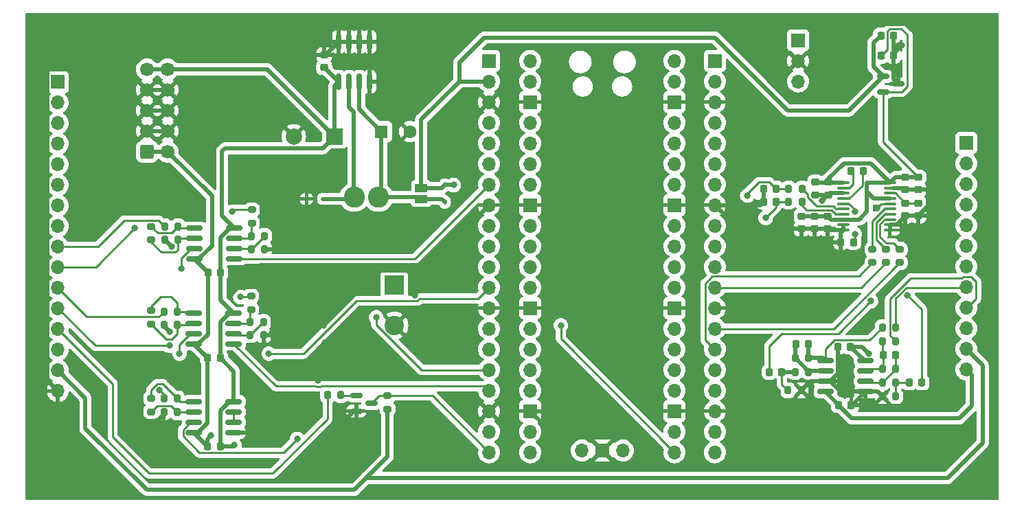
<source format=gbr>
%TF.GenerationSoftware,KiCad,Pcbnew,7.0.2*%
%TF.CreationDate,2025-03-27T17:53:26+00:00*%
%TF.ProjectId,dk2_04b_bottom,646b325f-3034-4625-9f62-6f74746f6d2e,rev?*%
%TF.SameCoordinates,Original*%
%TF.FileFunction,Copper,L1,Top*%
%TF.FilePolarity,Positive*%
%FSLAX46Y46*%
G04 Gerber Fmt 4.6, Leading zero omitted, Abs format (unit mm)*
G04 Created by KiCad (PCBNEW 7.0.2) date 2025-03-27 17:53:26*
%MOMM*%
%LPD*%
G01*
G04 APERTURE LIST*
G04 Aperture macros list*
%AMRoundRect*
0 Rectangle with rounded corners*
0 $1 Rounding radius*
0 $2 $3 $4 $5 $6 $7 $8 $9 X,Y pos of 4 corners*
0 Add a 4 corners polygon primitive as box body*
4,1,4,$2,$3,$4,$5,$6,$7,$8,$9,$2,$3,0*
0 Add four circle primitives for the rounded corners*
1,1,$1+$1,$2,$3*
1,1,$1+$1,$4,$5*
1,1,$1+$1,$6,$7*
1,1,$1+$1,$8,$9*
0 Add four rect primitives between the rounded corners*
20,1,$1+$1,$2,$3,$4,$5,0*
20,1,$1+$1,$4,$5,$6,$7,0*
20,1,$1+$1,$6,$7,$8,$9,0*
20,1,$1+$1,$8,$9,$2,$3,0*%
G04 Aperture macros list end*
%TA.AperFunction,SMDPad,CuDef*%
%ADD10RoundRect,0.200000X0.275000X-0.200000X0.275000X0.200000X-0.275000X0.200000X-0.275000X-0.200000X0*%
%TD*%
%TA.AperFunction,SMDPad,CuDef*%
%ADD11RoundRect,0.200000X-0.200000X-0.275000X0.200000X-0.275000X0.200000X0.275000X-0.200000X0.275000X0*%
%TD*%
%TA.AperFunction,SMDPad,CuDef*%
%ADD12RoundRect,0.200000X0.200000X0.275000X-0.200000X0.275000X-0.200000X-0.275000X0.200000X-0.275000X0*%
%TD*%
%TA.AperFunction,SMDPad,CuDef*%
%ADD13RoundRect,0.100000X-0.637500X-0.100000X0.637500X-0.100000X0.637500X0.100000X-0.637500X0.100000X0*%
%TD*%
%TA.AperFunction,SMDPad,CuDef*%
%ADD14RoundRect,0.150000X0.150000X-0.825000X0.150000X0.825000X-0.150000X0.825000X-0.150000X-0.825000X0*%
%TD*%
%TA.AperFunction,SMDPad,CuDef*%
%ADD15RoundRect,0.200000X-0.275000X0.200000X-0.275000X-0.200000X0.275000X-0.200000X0.275000X0.200000X0*%
%TD*%
%TA.AperFunction,SMDPad,CuDef*%
%ADD16RoundRect,0.225000X0.225000X0.250000X-0.225000X0.250000X-0.225000X-0.250000X0.225000X-0.250000X0*%
%TD*%
%TA.AperFunction,ComponentPad*%
%ADD17R,1.700000X1.700000*%
%TD*%
%TA.AperFunction,ComponentPad*%
%ADD18O,1.700000X1.700000*%
%TD*%
%TA.AperFunction,SMDPad,CuDef*%
%ADD19RoundRect,0.225000X-0.250000X0.225000X-0.250000X-0.225000X0.250000X-0.225000X0.250000X0.225000X0*%
%TD*%
%TA.AperFunction,SMDPad,CuDef*%
%ADD20RoundRect,0.112500X-0.112500X0.187500X-0.112500X-0.187500X0.112500X-0.187500X0.112500X0.187500X0*%
%TD*%
%TA.AperFunction,SMDPad,CuDef*%
%ADD21RoundRect,0.150000X-0.825000X-0.150000X0.825000X-0.150000X0.825000X0.150000X-0.825000X0.150000X0*%
%TD*%
%TA.AperFunction,SMDPad,CuDef*%
%ADD22RoundRect,0.225000X-0.225000X-0.250000X0.225000X-0.250000X0.225000X0.250000X-0.225000X0.250000X0*%
%TD*%
%TA.AperFunction,SMDPad,CuDef*%
%ADD23RoundRect,0.150000X-0.587500X-0.150000X0.587500X-0.150000X0.587500X0.150000X-0.587500X0.150000X0*%
%TD*%
%TA.AperFunction,SMDPad,CuDef*%
%ADD24R,1.500000X1.000000*%
%TD*%
%TA.AperFunction,SMDPad,CuDef*%
%ADD25RoundRect,0.112500X0.187500X0.112500X-0.187500X0.112500X-0.187500X-0.112500X0.187500X-0.112500X0*%
%TD*%
%TA.AperFunction,SMDPad,CuDef*%
%ADD26RoundRect,0.225000X0.250000X-0.225000X0.250000X0.225000X-0.250000X0.225000X-0.250000X-0.225000X0*%
%TD*%
%TA.AperFunction,ComponentPad*%
%ADD27R,2.400000X2.400000*%
%TD*%
%TA.AperFunction,ComponentPad*%
%ADD28C,2.400000*%
%TD*%
%TA.AperFunction,ComponentPad*%
%ADD29RoundRect,0.250000X-0.600000X-0.600000X0.600000X-0.600000X0.600000X0.600000X-0.600000X0.600000X0*%
%TD*%
%TA.AperFunction,ComponentPad*%
%ADD30C,1.700000*%
%TD*%
%TA.AperFunction,ComponentPad*%
%ADD31C,2.600000*%
%TD*%
%TA.AperFunction,ComponentPad*%
%ADD32R,1.600000X1.600000*%
%TD*%
%TA.AperFunction,ComponentPad*%
%ADD33C,1.600000*%
%TD*%
%TA.AperFunction,ComponentPad*%
%ADD34R,2.000000X2.000000*%
%TD*%
%TA.AperFunction,ComponentPad*%
%ADD35C,2.000000*%
%TD*%
%TA.AperFunction,ViaPad*%
%ADD36C,0.800000*%
%TD*%
%TA.AperFunction,Conductor*%
%ADD37C,0.500000*%
%TD*%
%TA.AperFunction,Conductor*%
%ADD38C,0.250000*%
%TD*%
G04 APERTURE END LIST*
D10*
%TO.P,R11,1*%
%TO.N,DAC_LRC*%
X184432500Y-80770000D03*
%TO.P,R11,2*%
%TO.N,Net-(U4-LRCK)*%
X184432500Y-79120000D03*
%TD*%
D11*
%TO.P,R8,1*%
%TO.N,Net-(C8-Pad2)*%
X185660000Y-90435000D03*
%TO.P,R8,2*%
%TO.N,EURO_OUT_2*%
X187310000Y-90435000D03*
%TD*%
D12*
%TO.P,R2,1*%
%TO.N,Net-(C3-Pad2)*%
X187310000Y-97235000D03*
%TO.P,R2,2*%
%TO.N,GND*%
X185660000Y-97235000D03*
%TD*%
D13*
%TO.P,U4,1,CPVDD*%
%TO.N,+3.3VDAC*%
X180857500Y-70895000D03*
%TO.P,U4,2,CAPP*%
%TO.N,Net-(U4-CAPP)*%
X180857500Y-71545000D03*
%TO.P,U4,3,CPGND*%
%TO.N,GND*%
X180857500Y-72195000D03*
%TO.P,U4,4,CAPM*%
%TO.N,Net-(U4-CAPM)*%
X180857500Y-72845000D03*
%TO.P,U4,5,VNEG*%
%TO.N,Net-(U4-VNEG)*%
X180857500Y-73495000D03*
%TO.P,U4,6,OUTL*%
%TO.N,Net-(U4-OUTL)*%
X180857500Y-74145000D03*
%TO.P,U4,7,OUTR*%
%TO.N,Net-(U4-OUTR)*%
X180857500Y-74795000D03*
%TO.P,U4,8,AVDD*%
%TO.N,+3.3VDAC*%
X180857500Y-75445000D03*
%TO.P,U4,9,AGND*%
%TO.N,GND*%
X180857500Y-76095000D03*
%TO.P,U4,10,DEMP*%
X180857500Y-76745000D03*
%TO.P,U4,11,FLT*%
X186582500Y-76745000D03*
%TO.P,U4,12,SCK*%
X186582500Y-76095000D03*
%TO.P,U4,13,BCK*%
%TO.N,Net-(U4-BCK)*%
X186582500Y-75445000D03*
%TO.P,U4,14,DIN*%
%TO.N,Net-(U4-DIN)*%
X186582500Y-74795000D03*
%TO.P,U4,15,LRCK*%
%TO.N,Net-(U4-LRCK)*%
X186582500Y-74145000D03*
%TO.P,U4,16,FMT*%
%TO.N,GND*%
X186582500Y-73495000D03*
%TO.P,U4,17,XSMT*%
%TO.N,+3.3VDAC*%
X186582500Y-72845000D03*
%TO.P,U4,18,LDOO*%
%TO.N,Net-(U4-LDOO)*%
X186582500Y-72195000D03*
%TO.P,U4,19,DGND*%
%TO.N,GND*%
X186582500Y-71545000D03*
%TO.P,U4,20,DVDD*%
%TO.N,+3.3VDAC*%
X186582500Y-70895000D03*
%TD*%
D14*
%TO.P,U8,1,VIN*%
%TO.N,+12V*%
X118627323Y-58475000D03*
%TO.P,U8,2,OUT*%
%TO.N,Net-(D2-K)*%
X119897323Y-58475000D03*
%TO.P,U8,3,FB*%
%TO.N,Net-(D3-A)*%
X121167323Y-58475000D03*
%TO.P,U8,4,~{EN}*%
%TO.N,GND*%
X122437323Y-58475000D03*
%TO.P,U8,5,GND*%
X122437323Y-53525000D03*
%TO.P,U8,6,GND*%
X121167323Y-53525000D03*
%TO.P,U8,7,GND*%
X119897323Y-53525000D03*
%TO.P,U8,8,GND*%
X118627323Y-53525000D03*
%TD*%
D11*
%TO.P,R14,1*%
%TO.N,SYNC_IN_EURO*%
X117250000Y-97110000D03*
%TO.P,R14,2*%
%TO.N,Net-(Q1-B)*%
X118900000Y-97110000D03*
%TD*%
D10*
%TO.P,R10,1*%
%TO.N,DAC_DOUT*%
X186082500Y-80770000D03*
%TO.P,R10,2*%
%TO.N,Net-(U4-DIN)*%
X186082500Y-79120000D03*
%TD*%
D15*
%TO.P,R19,1*%
%TO.N,Net-(R19-Pad1)*%
X95515000Y-76295000D03*
%TO.P,R19,2*%
%TO.N,Net-(U5A--)*%
X95515000Y-77945000D03*
%TD*%
D16*
%TO.P,C3,1*%
%TO.N,LINE_OUT_R*%
X190510000Y-95535000D03*
%TO.P,C3,2*%
%TO.N,Net-(C3-Pad2)*%
X188960000Y-95535000D03*
%TD*%
D17*
%TO.P,J1,1,Pin_1*%
%TO.N,4051_ADDRESS_A*%
X84000000Y-58500000D03*
D18*
%TO.P,J1,2,Pin_2*%
%TO.N,4051_ADDRESS_B*%
X84000000Y-61040000D03*
%TO.P,J1,3,Pin_3*%
%TO.N,4051_ADDRESS_C*%
X84000000Y-63580000D03*
%TO.P,J1,4,Pin_4*%
%TO.N,4051_READING_1*%
X84000000Y-66120000D03*
%TO.P,J1,5,Pin_5*%
%TO.N,4051_READING_0*%
X84000000Y-68660000D03*
%TO.P,J1,6,Pin_6*%
%TO.N,165_LOAD*%
X84000000Y-71200000D03*
%TO.P,J1,7,Pin_7*%
%TO.N,165_CLOCK*%
X84000000Y-73740000D03*
%TO.P,J1,8,Pin_8*%
%TO.N,165_DATA*%
X84000000Y-76280000D03*
%TO.P,J1,9,Pin_9*%
%TO.N,TRIGGER_OUT_1_EURO*%
X84000000Y-78820000D03*
%TO.P,J1,10,Pin_10*%
%TO.N,TRIGGER_OUT_2_EURO*%
X84000000Y-81360000D03*
%TO.P,J1,11,Pin_11*%
%TO.N,TRIGGER_OUT_3_EURO*%
X84000000Y-83900000D03*
%TO.P,J1,12,Pin_12*%
%TO.N,TRIGGER_OUT_4_EURO*%
X84000000Y-86440000D03*
%TO.P,J1,13,Pin_13*%
%TO.N,SYNC_IN_EURO*%
X84000000Y-88980000D03*
%TO.P,J1,14,Pin_14*%
%TO.N,SYNC_OUT_EURO*%
X84000000Y-91520000D03*
%TO.P,J1,15,Pin_15*%
%TO.N,+3.3V*%
X84000000Y-94060000D03*
%TO.P,J1,16,Pin_16*%
%TO.N,GND*%
X84000000Y-96600000D03*
%TD*%
D19*
%TO.P,C20,1*%
%TO.N,+3.3VDAC*%
X177382500Y-70845000D03*
%TO.P,C20,2*%
%TO.N,GND*%
X177382500Y-72395000D03*
%TD*%
%TO.P,C16,1*%
%TO.N,+3.3VDAC*%
X190082500Y-70245000D03*
%TO.P,C16,2*%
%TO.N,GND*%
X190082500Y-71795000D03*
%TD*%
D20*
%TO.P,D3,1,K*%
%TO.N,+5V*%
X131700000Y-71200000D03*
%TO.P,D3,2,A*%
%TO.N,Net-(D3-A)*%
X131700000Y-73300000D03*
%TD*%
D21*
%TO.P,U3,1*%
%TO.N,Net-(C7-Pad2)*%
X178635000Y-92865000D03*
%TO.P,U3,2,-*%
%TO.N,Net-(U3A--)*%
X178635000Y-94135000D03*
%TO.P,U3,3,+*%
%TO.N,GND*%
X178635000Y-95405000D03*
%TO.P,U3,4,V-*%
%TO.N,-12V*%
X178635000Y-96675000D03*
%TO.P,U3,5,+*%
%TO.N,GND*%
X183585000Y-96675000D03*
%TO.P,U3,6,-*%
%TO.N,Net-(U3B--)*%
X183585000Y-95405000D03*
%TO.P,U3,7*%
%TO.N,Net-(C8-Pad2)*%
X183585000Y-94135000D03*
%TO.P,U3,8,V+*%
%TO.N,+12V*%
X183585000Y-92865000D03*
%TD*%
D22*
%TO.P,C2,1*%
%TO.N,LINE_OUT_L*%
X171710000Y-94235000D03*
%TO.P,C2,2*%
%TO.N,Net-(C2-Pad2)*%
X173260000Y-94235000D03*
%TD*%
D19*
%TO.P,C11,1*%
%TO.N,+3.3VDAC*%
X175682500Y-75045000D03*
%TO.P,C11,2*%
%TO.N,GND*%
X175682500Y-76595000D03*
%TD*%
D11*
%TO.P,R3,1*%
%TO.N,Net-(C2-Pad2)*%
X174910000Y-94235000D03*
%TO.P,R3,2*%
%TO.N,Net-(U3A--)*%
X176560000Y-94235000D03*
%TD*%
D10*
%TO.P,R20,1*%
%TO.N,Net-(R18-Pad1)*%
X107915000Y-75895000D03*
%TO.P,R20,2*%
%TO.N,TRIGGER_OUT_2_EURO*%
X107915000Y-74245000D03*
%TD*%
D19*
%TO.P,C14,1*%
%TO.N,+3.3VDAC*%
X188482500Y-70245000D03*
%TO.P,C14,2*%
%TO.N,GND*%
X188482500Y-71795000D03*
%TD*%
D23*
%TO.P,U2,1,VI*%
%TO.N,+5V*%
X185732500Y-57800000D03*
%TO.P,U2,2,VO*%
%TO.N,+3.3VDAC*%
X185732500Y-59700000D03*
%TO.P,U2,3,GND*%
%TO.N,GND*%
X187607500Y-58750000D03*
%TD*%
D22*
%TO.P,C1,1*%
%TO.N,+5V*%
X185455000Y-52760000D03*
%TO.P,C1,2*%
%TO.N,GND*%
X187005000Y-52760000D03*
%TD*%
D12*
%TO.P,R13,1*%
%TO.N,Net-(U4-OUTR)*%
X175732500Y-73245000D03*
%TO.P,R13,2*%
%TO.N,LINE_OUT_R*%
X174082500Y-73245000D03*
%TD*%
D21*
%TO.P,U5,1*%
%TO.N,Net-(R19-Pad1)*%
X100815000Y-76495000D03*
%TO.P,U5,2,-*%
%TO.N,Net-(U5A--)*%
X100815000Y-77765000D03*
%TO.P,U5,3,+*%
%TO.N,TRIGGER_OUT_1*%
X100815000Y-79035000D03*
%TO.P,U5,4,V-*%
%TO.N,-12V*%
X100815000Y-80305000D03*
%TO.P,U5,5,+*%
%TO.N,TRIGGER_OUT_2*%
X105765000Y-80305000D03*
%TO.P,U5,6,-*%
%TO.N,Net-(U5B--)*%
X105765000Y-79035000D03*
%TO.P,U5,7*%
%TO.N,Net-(R18-Pad1)*%
X105765000Y-77765000D03*
%TO.P,U5,8,V+*%
%TO.N,+12V*%
X105765000Y-76495000D03*
%TD*%
D19*
%TO.P,C17,1*%
%TO.N,Net-(U4-LDOO)*%
X188482500Y-73445000D03*
%TO.P,C17,2*%
%TO.N,GND*%
X188482500Y-74995000D03*
%TD*%
D12*
%TO.P,R17,1*%
%TO.N,Net-(U5A--)*%
X98815000Y-77895000D03*
%TO.P,R17,2*%
%TO.N,GND*%
X97165000Y-77895000D03*
%TD*%
D11*
%TO.P,R1,1*%
%TO.N,Net-(C2-Pad2)*%
X174000000Y-96500000D03*
%TO.P,R1,2*%
%TO.N,GND*%
X175650000Y-96500000D03*
%TD*%
D10*
%TO.P,R15,1*%
%TO.N,+3.3V*%
X124650000Y-98810000D03*
%TO.P,R15,2*%
%TO.N,SYNC_IN*%
X124650000Y-97160000D03*
%TD*%
D17*
%TO.P,J2,1,Pin_1*%
%TO.N,SD_CLOCK*%
X196000000Y-66000000D03*
D18*
%TO.P,J2,2,Pin_2*%
%TO.N,SD_SERIAL_IN*%
X196000000Y-68540000D03*
%TO.P,J2,3,Pin_3*%
%TO.N,SD_SERIAL_OUT*%
X196000000Y-71080000D03*
%TO.P,J2,4,Pin_4*%
%TO.N,SD_CHIP_SELECT*%
X196000000Y-73620000D03*
%TO.P,J2,5,Pin_5*%
%TO.N,595_DATA*%
X196000000Y-76160000D03*
%TO.P,J2,6,Pin_6*%
%TO.N,595_CLOCK*%
X196000000Y-78700000D03*
%TO.P,J2,7,Pin_7*%
%TO.N,595_LATCH*%
X196000000Y-81240000D03*
%TO.P,J2,8,Pin_8*%
%TO.N,EURO_OUT_1*%
X196000000Y-83780000D03*
%TO.P,J2,9,Pin_9*%
%TO.N,EURO_OUT_2*%
X196000000Y-86320000D03*
%TO.P,J2,10,Pin_10*%
%TO.N,+12V*%
X196000000Y-88860000D03*
%TO.P,J2,11,Pin_11*%
%TO.N,+3.3V*%
X196000000Y-91400000D03*
%TO.P,J2,12,Pin_12*%
%TO.N,-12V*%
X196000000Y-93940000D03*
%TD*%
D12*
%TO.P,R21,1*%
%TO.N,Net-(R19-Pad1)*%
X98815000Y-76295000D03*
%TO.P,R21,2*%
%TO.N,TRIGGER_OUT_1_EURO*%
X97165000Y-76295000D03*
%TD*%
D16*
%TO.P,C23,1*%
%TO.N,+12V*%
X104015000Y-92495000D03*
%TO.P,C23,2*%
%TO.N,-12V*%
X102465000Y-92495000D03*
%TD*%
D11*
%TO.P,R22,1*%
%TO.N,Net-(U6B--)*%
X107715000Y-89695000D03*
%TO.P,R22,2*%
%TO.N,GND*%
X109365000Y-89695000D03*
%TD*%
D12*
%TO.P,R6,1*%
%TO.N,Net-(U3B--)*%
X187310000Y-93835000D03*
%TO.P,R6,2*%
%TO.N,Net-(C8-Pad2)*%
X185660000Y-93835000D03*
%TD*%
D11*
%TO.P,R16,1*%
%TO.N,Net-(U5B--)*%
X107815000Y-79095000D03*
%TO.P,R16,2*%
%TO.N,GND*%
X109465000Y-79095000D03*
%TD*%
D12*
%TO.P,R23,1*%
%TO.N,Net-(U6A--)*%
X98715000Y-88395000D03*
%TO.P,R23,2*%
%TO.N,GND*%
X97065000Y-88395000D03*
%TD*%
D21*
%TO.P,U7,1*%
%TO.N,Net-(R29-Pad1)*%
X100740000Y-97890000D03*
%TO.P,U7,2,-*%
%TO.N,Net-(U7A--)*%
X100740000Y-99160000D03*
%TO.P,U7,3,+*%
%TO.N,SYNC_OUT*%
X100740000Y-100430000D03*
%TO.P,U7,4,V-*%
%TO.N,-12V*%
X100740000Y-101700000D03*
%TO.P,U7,5,+*%
%TO.N,GND*%
X105690000Y-101700000D03*
%TO.P,U7,6,-*%
%TO.N,Net-(U7B--)*%
X105690000Y-100430000D03*
%TO.P,U7,7*%
X105690000Y-99160000D03*
%TO.P,U7,8,V+*%
%TO.N,+12V*%
X105690000Y-97890000D03*
%TD*%
D12*
%TO.P,R28,1*%
%TO.N,Net-(U7A--)*%
X98715000Y-99195000D03*
%TO.P,R28,2*%
%TO.N,GND*%
X97065000Y-99195000D03*
%TD*%
D11*
%TO.P,R7,1*%
%TO.N,Net-(C7-Pad2)*%
X185660000Y-88735000D03*
%TO.P,R7,2*%
%TO.N,EURO_OUT_1*%
X187310000Y-88735000D03*
%TD*%
D19*
%TO.P,C15,1*%
%TO.N,Net-(U4-LDOO)*%
X190082500Y-73445000D03*
%TO.P,C15,2*%
%TO.N,GND*%
X190082500Y-74995000D03*
%TD*%
D16*
%TO.P,C24,1*%
%TO.N,+12V*%
X104015000Y-103395000D03*
%TO.P,C24,2*%
%TO.N,-12V*%
X102465000Y-103395000D03*
%TD*%
D11*
%TO.P,R5,1*%
%TO.N,Net-(U3A--)*%
X174910000Y-92535000D03*
%TO.P,R5,2*%
%TO.N,Net-(C7-Pad2)*%
X176560000Y-92535000D03*
%TD*%
D24*
%TO.P,JP2,1,A*%
%TO.N,Net-(D3-A)*%
X128800000Y-72900001D03*
%TO.P,JP2,2,B*%
%TO.N,+5V*%
X128800000Y-71600001D03*
%TD*%
D16*
%TO.P,C6,1*%
%TO.N,GND*%
X181810000Y-98335000D03*
%TO.P,C6,2*%
%TO.N,-12V*%
X180260000Y-98335000D03*
%TD*%
D10*
%TO.P,R26,1*%
%TO.N,Net-(R24-Pad1)*%
X107815000Y-86545000D03*
%TO.P,R26,2*%
%TO.N,TRIGGER_OUT_4_EURO*%
X107815000Y-84895000D03*
%TD*%
D19*
%TO.P,C9,1*%
%TO.N,+3.3VDAC*%
X178882500Y-75045000D03*
%TO.P,C9,2*%
%TO.N,GND*%
X178882500Y-76595000D03*
%TD*%
D16*
%TO.P,C8,1*%
%TO.N,Net-(U3B--)*%
X187260000Y-92135000D03*
%TO.P,C8,2*%
%TO.N,Net-(C8-Pad2)*%
X185710000Y-92135000D03*
%TD*%
D12*
%TO.P,R27,1*%
%TO.N,Net-(R25-Pad1)*%
X98715000Y-86795000D03*
%TO.P,R27,2*%
%TO.N,TRIGGER_OUT_3_EURO*%
X97065000Y-86795000D03*
%TD*%
%TO.P,R12,1*%
%TO.N,Net-(U4-OUTL)*%
X175732500Y-71645000D03*
%TO.P,R12,2*%
%TO.N,LINE_OUT_L*%
X174082500Y-71645000D03*
%TD*%
D16*
%TO.P,C22,1*%
%TO.N,+12V*%
X104065000Y-81995000D03*
%TO.P,C22,2*%
%TO.N,-12V*%
X102515000Y-81995000D03*
%TD*%
%TO.P,C5,1*%
%TO.N,+12V*%
X181710000Y-91135000D03*
%TO.P,C5,2*%
%TO.N,GND*%
X180160000Y-91135000D03*
%TD*%
D12*
%TO.P,R4,1*%
%TO.N,Net-(C3-Pad2)*%
X187310000Y-95535000D03*
%TO.P,R4,2*%
%TO.N,Net-(U3B--)*%
X185660000Y-95535000D03*
%TD*%
D11*
%TO.P,R18,1*%
%TO.N,Net-(R18-Pad1)*%
X107815000Y-77495000D03*
%TO.P,R18,2*%
%TO.N,Net-(U5B--)*%
X109465000Y-77495000D03*
%TD*%
D19*
%TO.P,C10,1*%
%TO.N,+3.3VDAC*%
X177282500Y-75045000D03*
%TO.P,C10,2*%
%TO.N,GND*%
X177282500Y-76595000D03*
%TD*%
%TO.P,C18,1*%
%TO.N,+3.3VDAC*%
X178982500Y-70845000D03*
%TO.P,C18,2*%
%TO.N,GND*%
X178982500Y-72395000D03*
%TD*%
D16*
%TO.P,C21,1*%
%TO.N,LINE_OUT_R*%
X172532500Y-73245000D03*
%TO.P,C21,2*%
%TO.N,GND*%
X170982500Y-73245000D03*
%TD*%
D22*
%TO.P,C7,1*%
%TO.N,Net-(U3A--)*%
X174960000Y-90835000D03*
%TO.P,C7,2*%
%TO.N,Net-(C7-Pad2)*%
X176510000Y-90835000D03*
%TD*%
D21*
%TO.P,U6,1*%
%TO.N,Net-(R25-Pad1)*%
X100740000Y-86990000D03*
%TO.P,U6,2,-*%
%TO.N,Net-(U6A--)*%
X100740000Y-88260000D03*
%TO.P,U6,3,+*%
%TO.N,TRIGGER_OUT_3*%
X100740000Y-89530000D03*
%TO.P,U6,4,V-*%
%TO.N,-12V*%
X100740000Y-90800000D03*
%TO.P,U6,5,+*%
%TO.N,TRIGGER_OUT_4*%
X105690000Y-90800000D03*
%TO.P,U6,6,-*%
%TO.N,Net-(U6B--)*%
X105690000Y-89530000D03*
%TO.P,U6,7*%
%TO.N,Net-(R24-Pad1)*%
X105690000Y-88260000D03*
%TO.P,U6,8,V+*%
%TO.N,+12V*%
X105690000Y-86990000D03*
%TD*%
D25*
%TO.P,D2,1,K*%
%TO.N,Net-(D2-K)*%
X116750000Y-72900000D03*
%TO.P,D2,2,A*%
%TO.N,GND*%
X114650000Y-72900000D03*
%TD*%
D22*
%TO.P,C12,1*%
%TO.N,Net-(U4-CAPP)*%
X181782500Y-69445000D03*
%TO.P,C12,2*%
%TO.N,Net-(U4-CAPM)*%
X183332500Y-69445000D03*
%TD*%
D16*
%TO.P,C19,1*%
%TO.N,LINE_OUT_L*%
X172532500Y-71645000D03*
%TO.P,C19,2*%
%TO.N,GND*%
X170982500Y-71645000D03*
%TD*%
D12*
%TO.P,R30,1*%
%TO.N,Net-(R29-Pad1)*%
X98715000Y-97495000D03*
%TO.P,R30,2*%
%TO.N,SYNC_OUT_EURO*%
X97065000Y-97495000D03*
%TD*%
D26*
%TO.P,C26,1*%
%TO.N,+12V*%
X116832323Y-56700000D03*
%TO.P,C26,2*%
%TO.N,GND*%
X116832323Y-55150000D03*
%TD*%
D22*
%TO.P,C4,1*%
%TO.N,+3.3VDAC*%
X185455000Y-55270000D03*
%TO.P,C4,2*%
%TO.N,GND*%
X187005000Y-55270000D03*
%TD*%
D16*
%TO.P,C13,1*%
%TO.N,Net-(U4-VNEG)*%
X182082500Y-78245000D03*
%TO.P,C13,2*%
%TO.N,GND*%
X180532500Y-78245000D03*
%TD*%
D11*
%TO.P,R24,1*%
%TO.N,Net-(R24-Pad1)*%
X107715000Y-88095000D03*
%TO.P,R24,2*%
%TO.N,Net-(U6B--)*%
X109365000Y-88095000D03*
%TD*%
D10*
%TO.P,R9,1*%
%TO.N,DAC_BCLK*%
X187782500Y-80770000D03*
%TO.P,R9,2*%
%TO.N,Net-(U4-BCK)*%
X187782500Y-79120000D03*
%TD*%
D23*
%TO.P,Q1,1,B*%
%TO.N,Net-(Q1-B)*%
X120775000Y-97160000D03*
%TO.P,Q1,2,E*%
%TO.N,GND*%
X120775000Y-99060000D03*
%TO.P,Q1,3,C*%
%TO.N,SYNC_IN*%
X122650000Y-98110000D03*
%TD*%
D15*
%TO.P,R25,1*%
%TO.N,Net-(R25-Pad1)*%
X95515000Y-86695000D03*
%TO.P,R25,2*%
%TO.N,Net-(U6A--)*%
X95515000Y-88345000D03*
%TD*%
%TO.P,R29,1*%
%TO.N,Net-(R29-Pad1)*%
X95515000Y-97495000D03*
%TO.P,R29,2*%
%TO.N,Net-(U7A--)*%
X95515000Y-99145000D03*
%TD*%
D27*
%TO.P,C28,1*%
%TO.N,+5V*%
X125500000Y-83500000D03*
D28*
%TO.P,C28,2*%
%TO.N,GND*%
X125500000Y-88500000D03*
%TD*%
D29*
%TO.P,J3,1,Pin_1*%
%TO.N,-12V*%
X95000000Y-67080000D03*
D30*
%TO.P,J3,2,Pin_2*%
X97540000Y-67080000D03*
%TO.P,J3,3,Pin_3*%
%TO.N,GND*%
X95000000Y-64540000D03*
%TO.P,J3,4,Pin_4*%
X97540000Y-64540000D03*
%TO.P,J3,5,Pin_5*%
X95000000Y-62000000D03*
%TO.P,J3,6,Pin_6*%
X97540000Y-62000000D03*
%TO.P,J3,7,Pin_7*%
X95000000Y-59460000D03*
%TO.P,J3,8,Pin_8*%
X97540000Y-59460000D03*
%TO.P,J3,9,Pin_9*%
%TO.N,+12V*%
X95000000Y-56920000D03*
%TO.P,J3,10,Pin_10*%
X97540000Y-56920000D03*
%TD*%
D31*
%TO.P,L1,1,1*%
%TO.N,Net-(D2-K)*%
X120532323Y-72700000D03*
%TO.P,L1,2,2*%
%TO.N,Net-(D3-A)*%
X123532323Y-72700000D03*
%TD*%
D17*
%TO.P,J4,1,Pin_1*%
%TO.N,SERIAL_TX*%
X165000000Y-55880000D03*
D18*
%TO.P,J4,2,Pin_2*%
%TO.N,SERIAL_RX*%
X165000000Y-58420000D03*
%TO.P,J4,3,Pin_3*%
%TO.N,GND*%
X165000000Y-60960000D03*
%TO.P,J4,4,Pin_4*%
%TO.N,SD_CLOCK*%
X165000000Y-63500000D03*
%TO.P,J4,5,Pin_5*%
%TO.N,SD_SERIAL_IN*%
X165000000Y-66040000D03*
%TO.P,J4,6,Pin_6*%
%TO.N,SD_SERIAL_OUT*%
X165000000Y-68580000D03*
%TO.P,J4,7,Pin_7*%
%TO.N,SD_CHIP_SELECT*%
X165000000Y-71120000D03*
%TO.P,J4,8,Pin_8*%
%TO.N,GND*%
X165000000Y-73660000D03*
%TO.P,J4,9,Pin_9*%
%TO.N,595_DATA*%
X165000000Y-76200000D03*
%TO.P,J4,10,Pin_10*%
%TO.N,595_CLOCK*%
X165000000Y-78740000D03*
%TO.P,J4,11,Pin_11*%
%TO.N,595_LATCH*%
X165000000Y-81280000D03*
%TO.P,J4,12,Pin_12*%
%TO.N,DAC_DOUT*%
X165000000Y-83820000D03*
%TO.P,J4,13,Pin_13*%
%TO.N,GND*%
X165000000Y-86360000D03*
%TO.P,J4,14,Pin_14*%
%TO.N,DAC_BCLK*%
X165000000Y-88900000D03*
%TO.P,J4,15,Pin_15*%
%TO.N,DAC_LRC*%
X165000000Y-91440000D03*
%TO.P,J4,16,Pin_16*%
%TO.N,165_LOAD*%
X165000000Y-93980000D03*
%TO.P,J4,17,Pin_17*%
%TO.N,165_CLOCK*%
X165000000Y-96520000D03*
%TO.P,J4,18,Pin_18*%
%TO.N,GND*%
X165000000Y-99060000D03*
%TO.P,J4,19,Pin_19*%
%TO.N,165_DATA*%
X165000000Y-101600000D03*
%TO.P,J4,20,Pin_20*%
%TO.N,TRIGGER_OUT_1*%
X165000000Y-104140000D03*
%TD*%
D32*
%TO.P,C27,1*%
%TO.N,Net-(D3-A)*%
X123879672Y-64600000D03*
D33*
%TO.P,C27,2*%
%TO.N,GND*%
X127379672Y-64600000D03*
%TD*%
D34*
%TO.P,C25,1*%
%TO.N,+12V*%
X118100000Y-65200000D03*
D35*
%TO.P,C25,2*%
%TO.N,GND*%
X113100000Y-65200000D03*
%TD*%
D17*
%TO.P,J6,1,Pin_1*%
%TO.N,SERIAL_TX*%
X175260000Y-53340000D03*
D18*
%TO.P,J6,2,Pin_2*%
%TO.N,GND*%
X175260000Y-55880000D03*
%TO.P,J6,3,Pin_3*%
%TO.N,SERIAL_RX*%
X175260000Y-58420000D03*
%TD*%
D17*
%TO.P,J5,1,Pin_1*%
%TO.N,unconnected-(J5-Pin_1-Pad1)*%
X137160000Y-55880000D03*
D18*
%TO.P,J5,2,Pin_2*%
%TO.N,+5V*%
X137160000Y-58420000D03*
%TO.P,J5,3,Pin_3*%
%TO.N,GND*%
X137160000Y-60960000D03*
%TO.P,J5,4,Pin_4*%
%TO.N,unconnected-(J5-Pin_4-Pad4)*%
X137160000Y-63500000D03*
%TO.P,J5,5,Pin_5*%
%TO.N,+3.3V*%
X137160000Y-66040000D03*
%TO.P,J5,6,Pin_6*%
%TO.N,unconnected-(J5-Pin_6-Pad6)*%
X137160000Y-68580000D03*
%TO.P,J5,7,Pin_7*%
%TO.N,TRIGGER_OUT_2*%
X137160000Y-71120000D03*
%TO.P,J5,8,Pin_8*%
%TO.N,GND*%
X137160000Y-73660000D03*
%TO.P,J5,9,Pin_9*%
%TO.N,4051_READING_1*%
X137160000Y-76200000D03*
%TO.P,J5,10,Pin_10*%
%TO.N,4051_READING_0*%
X137160000Y-78740000D03*
%TO.P,J5,11,Pin_11*%
%TO.N,unconnected-(J5-Pin_11-Pad11)*%
X137160000Y-81280000D03*
%TO.P,J5,12,Pin_12*%
%TO.N,TRIGGER_OUT_3*%
X137160000Y-83820000D03*
%TO.P,J5,13,Pin_13*%
%TO.N,GND*%
X137160000Y-86360000D03*
%TO.P,J5,14,Pin_14*%
%TO.N,4051_ADDRESS_C*%
X137160000Y-88900000D03*
%TO.P,J5,15,Pin_15*%
%TO.N,4051_ADDRESS_B*%
X137160000Y-91440000D03*
%TO.P,J5,16,Pin_16*%
%TO.N,4051_ADDRESS_A*%
X137160000Y-93980000D03*
%TO.P,J5,17,Pin_17*%
%TO.N,TRIGGER_OUT_4*%
X137160000Y-96520000D03*
%TO.P,J5,18,Pin_18*%
%TO.N,GND*%
X137160000Y-99060000D03*
%TO.P,J5,19,Pin_19*%
%TO.N,SYNC_OUT*%
X137160000Y-101600000D03*
%TO.P,J5,20,Pin_20*%
%TO.N,SYNC_IN*%
X137160000Y-104140000D03*
%TD*%
%TO.P,U1,1,GPIO0*%
%TO.N,SERIAL_TX*%
X160020000Y-55880000D03*
%TO.P,U1,2,GPIO1*%
%TO.N,SERIAL_RX*%
X160020000Y-58420000D03*
D17*
%TO.P,U1,3,GND*%
%TO.N,GND*%
X160020000Y-60960000D03*
D18*
%TO.P,U1,4,GPIO2*%
%TO.N,SD_CLOCK*%
X160020000Y-63500000D03*
%TO.P,U1,5,GPIO3*%
%TO.N,SD_SERIAL_IN*%
X160020000Y-66040000D03*
%TO.P,U1,6,GPIO4*%
%TO.N,SD_SERIAL_OUT*%
X160020000Y-68580000D03*
%TO.P,U1,7,GPIO5*%
%TO.N,SD_CHIP_SELECT*%
X160020000Y-71120000D03*
D17*
%TO.P,U1,8,GND*%
%TO.N,GND*%
X160020000Y-73660000D03*
D18*
%TO.P,U1,9,GPIO6*%
%TO.N,595_DATA*%
X160020000Y-76200000D03*
%TO.P,U1,10,GPIO7*%
%TO.N,595_CLOCK*%
X160020000Y-78740000D03*
%TO.P,U1,11,GPIO8*%
%TO.N,595_LATCH*%
X160020000Y-81280000D03*
%TO.P,U1,12,GPIO9*%
%TO.N,DAC_DOUT*%
X160020000Y-83820000D03*
D17*
%TO.P,U1,13,GND*%
%TO.N,GND*%
X160020000Y-86360000D03*
D18*
%TO.P,U1,14,GPIO10*%
%TO.N,DAC_BCLK*%
X160020000Y-88900000D03*
%TO.P,U1,15,GPIO11*%
%TO.N,DAC_LRC*%
X160020000Y-91440000D03*
%TO.P,U1,16,GPIO12*%
%TO.N,165_LOAD*%
X160020000Y-93980000D03*
%TO.P,U1,17,GPIO13*%
%TO.N,165_CLOCK*%
X160020000Y-96520000D03*
D17*
%TO.P,U1,18,GND*%
%TO.N,GND*%
X160020000Y-99060000D03*
D18*
%TO.P,U1,19,GPIO14*%
%TO.N,165_DATA*%
X160020000Y-101600000D03*
%TO.P,U1,20,GPIO15*%
%TO.N,TRIGGER_OUT_1*%
X160020000Y-104140000D03*
%TO.P,U1,21,GPIO16*%
%TO.N,SYNC_IN*%
X142240000Y-104140000D03*
%TO.P,U1,22,GPIO17*%
%TO.N,SYNC_OUT*%
X142240000Y-101600000D03*
D17*
%TO.P,U1,23,GND*%
%TO.N,GND*%
X142240000Y-99060000D03*
D18*
%TO.P,U1,24,GPIO18*%
%TO.N,TRIGGER_OUT_4*%
X142240000Y-96520000D03*
%TO.P,U1,25,GPIO19*%
%TO.N,4051_ADDRESS_A*%
X142240000Y-93980000D03*
%TO.P,U1,26,GPIO20*%
%TO.N,4051_ADDRESS_B*%
X142240000Y-91440000D03*
%TO.P,U1,27,GPIO21*%
%TO.N,4051_ADDRESS_C*%
X142240000Y-88900000D03*
D17*
%TO.P,U1,28,GND*%
%TO.N,GND*%
X142240000Y-86360000D03*
D18*
%TO.P,U1,29,GPIO22*%
%TO.N,TRIGGER_OUT_3*%
X142240000Y-83820000D03*
%TO.P,U1,30,RUN*%
%TO.N,unconnected-(J5-Pin_11-Pad11)*%
X142240000Y-81280000D03*
%TO.P,U1,31,GPIO26_ADC0*%
%TO.N,4051_READING_0*%
X142240000Y-78740000D03*
%TO.P,U1,32,GPIO27_ADC1*%
%TO.N,4051_READING_1*%
X142240000Y-76200000D03*
D17*
%TO.P,U1,33,AGND*%
%TO.N,GND*%
X142240000Y-73660000D03*
D18*
%TO.P,U1,34,GPIO28_ADC2*%
%TO.N,TRIGGER_OUT_2*%
X142240000Y-71120000D03*
%TO.P,U1,35,ADC_VREF*%
%TO.N,unconnected-(J5-Pin_6-Pad6)*%
X142240000Y-68580000D03*
%TO.P,U1,36,3V3*%
%TO.N,+3.3V*%
X142240000Y-66040000D03*
%TO.P,U1,37,3V3_EN*%
%TO.N,unconnected-(J5-Pin_4-Pad4)*%
X142240000Y-63500000D03*
D17*
%TO.P,U1,38,GND*%
%TO.N,GND*%
X142240000Y-60960000D03*
D18*
%TO.P,U1,39,VSYS*%
%TO.N,+5V*%
X142240000Y-58420000D03*
%TO.P,U1,40,VBUS*%
%TO.N,unconnected-(J5-Pin_1-Pad1)*%
X142240000Y-55880000D03*
%TO.P,U1,41,SWCLK*%
%TO.N,unconnected-(U1-SWCLK-Pad41)*%
X153670000Y-103910000D03*
D17*
%TO.P,U1,42,GND*%
%TO.N,GND*%
X151130000Y-103910000D03*
D18*
%TO.P,U1,43,SWDIO*%
%TO.N,unconnected-(U1-SWDIO-Pad43)*%
X148590000Y-103910000D03*
%TD*%
D36*
%TO.N,GND*%
X116100000Y-95300000D03*
X97750000Y-89250000D03*
X119250000Y-100250000D03*
X97250000Y-103250000D03*
X188000000Y-54000000D03*
X185000000Y-74000000D03*
X111000000Y-79000000D03*
X105250000Y-84824500D03*
X128000000Y-84750000D03*
X191250000Y-71750000D03*
X116900000Y-90600000D03*
X145500000Y-104750000D03*
X124500000Y-52750000D03*
X110500000Y-89250000D03*
X107500000Y-101750000D03*
X98000000Y-78750000D03*
X116750000Y-88500000D03*
X124000000Y-59000000D03*
X178250000Y-73095500D03*
%TO.N,Net-(U4-VNEG)*%
X182250000Y-77250000D03*
X182250000Y-74500000D03*
%TO.N,SYNC_OUT*%
X113500000Y-102500000D03*
%TO.N,4051_ADDRESS_A*%
X123250000Y-87500000D03*
%TO.N,LINE_OUT_L*%
X169000000Y-72500000D03*
X184250000Y-85500000D03*
%TO.N,+5V*%
X132800000Y-71200000D03*
%TO.N,TRIGGER_OUT_2_EURO*%
X105500000Y-74500000D03*
X93500000Y-76500000D03*
%TO.N,TRIGGER_OUT_4_EURO*%
X106500000Y-85000000D03*
X97750000Y-91000000D03*
%TO.N,SYNC_OUT_EURO*%
X96500000Y-96500000D03*
%TO.N,LINE_OUT_R*%
X188750000Y-84750000D03*
X171250000Y-75250000D03*
%TO.N,+12V*%
X105750000Y-103250000D03*
X184000000Y-92000000D03*
%TO.N,-12V*%
X102900000Y-102100000D03*
%TO.N,TRIGGER_OUT_1*%
X146000000Y-88500000D03*
X99250000Y-81500000D03*
%TO.N,TRIGGER_OUT_3*%
X110000000Y-92000000D03*
X99000000Y-92000000D03*
%TD*%
D37*
%TO.N,Net-(C2-Pad2)*%
X174910000Y-94235000D02*
X173260000Y-94235000D01*
D38*
X173260000Y-95760000D02*
X173260000Y-94235000D01*
X174000000Y-96500000D02*
X173260000Y-95760000D01*
%TO.N,Net-(C3-Pad2)*%
X187310000Y-95535000D02*
X187310000Y-97235000D01*
X188960000Y-95535000D02*
X187310000Y-95535000D01*
%TO.N,Net-(Q1-B)*%
X120775000Y-97160000D02*
X118950000Y-97160000D01*
X118950000Y-97160000D02*
X118900000Y-97110000D01*
D37*
%TO.N,GND*%
X145500000Y-102320000D02*
X142240000Y-99060000D01*
X145500000Y-104750000D02*
X145500000Y-102320000D01*
X151130000Y-103910000D02*
X146280000Y-99060000D01*
X116832323Y-55150000D02*
X117002323Y-55150000D01*
X180857500Y-76745000D02*
X180857500Y-76145000D01*
X187005000Y-58147500D02*
X187607500Y-58750000D01*
X123725000Y-53525000D02*
X124500000Y-52750000D01*
X127050000Y-81750000D02*
X128000000Y-82700000D01*
X105690000Y-101700000D02*
X107450000Y-101700000D01*
X187005000Y-55270000D02*
X187005000Y-58147500D01*
X165000000Y-73660000D02*
X170567500Y-73660000D01*
X187005000Y-55270000D02*
X187005000Y-54995000D01*
X167935000Y-76595000D02*
X165000000Y-73660000D01*
X170982500Y-73245000D02*
X170982500Y-71645000D01*
X175650000Y-96500000D02*
X176745000Y-95405000D01*
X188482500Y-71795000D02*
X188232500Y-71545000D01*
X181925000Y-98335000D02*
X183585000Y-96675000D01*
X82700000Y-54620000D02*
X82700000Y-95260000D01*
X123500000Y-81750000D02*
X127050000Y-81750000D01*
D38*
X185505000Y-73495000D02*
X185000000Y-74000000D01*
D37*
X178882500Y-76595000D02*
X175682500Y-76595000D01*
X180532500Y-78245000D02*
X180532500Y-77070000D01*
X179032500Y-76745000D02*
X178882500Y-76595000D01*
X178982500Y-72395000D02*
X178950500Y-72395000D01*
X97250000Y-101750000D02*
X96000000Y-100500000D01*
X180857500Y-76745000D02*
X179032500Y-76745000D01*
X188482500Y-75060317D02*
X187447817Y-76095000D01*
X185100000Y-96675000D02*
X185660000Y-97235000D01*
X97165000Y-77895000D02*
X97165000Y-77915000D01*
X181810000Y-98335000D02*
X181925000Y-98335000D01*
X109365000Y-89695000D02*
X110055000Y-89695000D01*
X191205000Y-71795000D02*
X191250000Y-71750000D01*
X188482500Y-74995000D02*
X188482500Y-75060317D01*
X123475000Y-58475000D02*
X124000000Y-59000000D01*
X190082500Y-74995000D02*
X188482500Y-74995000D01*
X187005000Y-54995000D02*
X188000000Y-54000000D01*
X109465000Y-79095000D02*
X110905000Y-79095000D01*
X97065000Y-88395000D02*
X97065000Y-88565000D01*
X186582500Y-76745000D02*
X186582500Y-76095000D01*
X190082500Y-71795000D02*
X188482500Y-71795000D01*
X179182500Y-72195000D02*
X178982500Y-72395000D01*
X97250000Y-103250000D02*
X97250000Y-101750000D01*
X97165000Y-77915000D02*
X98000000Y-78750000D01*
X97540000Y-62000000D02*
X95000000Y-62000000D01*
X110055000Y-89695000D02*
X110500000Y-89250000D01*
X191250000Y-73827500D02*
X191250000Y-71750000D01*
X116750000Y-88500000D02*
X123500000Y-81750000D01*
X117002323Y-55150000D02*
X118627323Y-53525000D01*
X118627323Y-53525000D02*
X122437323Y-53525000D01*
X105250000Y-84824500D02*
X108974500Y-81100000D01*
X116100000Y-95300000D02*
X116100000Y-91400000D01*
X120775000Y-99060000D02*
X120440000Y-99060000D01*
X190082500Y-71795000D02*
X191205000Y-71795000D01*
X116100000Y-91400000D02*
X116900000Y-90600000D01*
X188232500Y-71545000D02*
X186922450Y-71545000D01*
X183585000Y-96675000D02*
X180458528Y-96675000D01*
X107450000Y-101700000D02*
X107500000Y-101750000D01*
X146280000Y-99060000D02*
X142240000Y-99060000D01*
X97065000Y-88565000D02*
X97750000Y-89250000D01*
X97540000Y-59460000D02*
X95000000Y-59460000D01*
D38*
X186582500Y-73495000D02*
X185505000Y-73495000D01*
D37*
X97065000Y-99195000D02*
X97065000Y-99435000D01*
X97065000Y-99435000D02*
X96000000Y-100500000D01*
X122437323Y-53525000D02*
X123725000Y-53525000D01*
X97540000Y-64540000D02*
X95000000Y-64540000D01*
X180458528Y-96675000D02*
X179188528Y-95405000D01*
X180160000Y-91135000D02*
X180160000Y-94433528D01*
X129720000Y-81100000D02*
X137160000Y-73660000D01*
X180160000Y-94433528D02*
X179188528Y-95405000D01*
X180857500Y-72195000D02*
X179182500Y-72195000D01*
X190082500Y-74995000D02*
X191250000Y-73827500D01*
X122437323Y-58475000D02*
X123475000Y-58475000D01*
X82700000Y-95260000D02*
X84000000Y-96560000D01*
X178950500Y-72395000D02*
X178250000Y-73095500D01*
X120440000Y-99060000D02*
X119250000Y-100250000D01*
X85935000Y-51385000D02*
X82700000Y-54620000D01*
X187447817Y-76095000D02*
X186582500Y-76095000D01*
X178982500Y-72395000D02*
X177382500Y-72395000D01*
X183585000Y-96675000D02*
X185100000Y-96675000D01*
X170567500Y-73660000D02*
X170982500Y-73245000D01*
X191385000Y-51385000D02*
X85935000Y-51385000D01*
X110905000Y-79095000D02*
X111000000Y-79000000D01*
X128000000Y-82700000D02*
X128000000Y-84750000D01*
X179188528Y-95405000D02*
X178635000Y-95405000D01*
X108974500Y-81100000D02*
X129720000Y-81100000D01*
X187005000Y-52760000D02*
X187005000Y-55270000D01*
X175682500Y-76595000D02*
X167935000Y-76595000D01*
X180532500Y-77070000D02*
X180857500Y-76745000D01*
X176745000Y-95405000D02*
X178635000Y-95405000D01*
D38*
%TO.N,SYNC_IN*%
X130180000Y-97160000D02*
X137160000Y-104140000D01*
X123600000Y-97160000D02*
X122650000Y-98110000D01*
X124650000Y-97160000D02*
X130180000Y-97160000D01*
X124650000Y-97160000D02*
X123600000Y-97160000D01*
D37*
%TO.N,Net-(U3A--)*%
X176660000Y-94135000D02*
X176560000Y-94235000D01*
X174910000Y-92535000D02*
X174910000Y-90885000D01*
X178635000Y-94135000D02*
X176660000Y-94135000D01*
X176560000Y-94185000D02*
X174910000Y-92535000D01*
X176560000Y-94235000D02*
X176560000Y-94185000D01*
X174910000Y-90885000D02*
X174960000Y-90835000D01*
D38*
%TO.N,Net-(U3B--)*%
X187310000Y-93835000D02*
X187310000Y-92185000D01*
X187310000Y-93835000D02*
X187310000Y-93885000D01*
X185660000Y-95535000D02*
X183715000Y-95535000D01*
X187310000Y-93885000D02*
X185660000Y-95535000D01*
X187310000Y-92185000D02*
X187260000Y-92135000D01*
X183715000Y-95535000D02*
X183585000Y-95405000D01*
%TO.N,Net-(C8-Pad2)*%
X185710000Y-93785000D02*
X185660000Y-93835000D01*
X185660000Y-92085000D02*
X185710000Y-92135000D01*
X185660000Y-93835000D02*
X183885000Y-93835000D01*
X183885000Y-93835000D02*
X183585000Y-94135000D01*
X185660000Y-90435000D02*
X185660000Y-92085000D01*
X185710000Y-92135000D02*
X185710000Y-93785000D01*
%TO.N,Net-(U4-CAPP)*%
X182000000Y-69662500D02*
X181782500Y-69445000D01*
X182000000Y-71091041D02*
X182000000Y-69662500D01*
X180857500Y-71545000D02*
X181546041Y-71545000D01*
X181546041Y-71545000D02*
X182000000Y-71091041D01*
%TO.N,Net-(U4-CAPM)*%
X183175000Y-69602500D02*
X183175000Y-71216041D01*
X183175000Y-71216041D02*
X181546041Y-72845000D01*
X183332500Y-69445000D02*
X183175000Y-69602500D01*
X181546041Y-72845000D02*
X180857500Y-72845000D01*
%TO.N,Net-(U4-VNEG)*%
X181546041Y-73495000D02*
X182250000Y-74198959D01*
X180857500Y-73495000D02*
X181546041Y-73495000D01*
X182250000Y-74198959D02*
X182250000Y-74500000D01*
X182250000Y-77250000D02*
X182250000Y-78077500D01*
X182250000Y-78077500D02*
X182082500Y-78245000D01*
%TO.N,Net-(U4-LDOO)*%
X187271041Y-72195000D02*
X186582500Y-72195000D01*
X190082500Y-73445000D02*
X188482500Y-73445000D01*
X188482500Y-73445000D02*
X188482500Y-73406459D01*
X188482500Y-73406459D02*
X187271041Y-72195000D01*
D37*
%TO.N,Net-(D2-K)*%
X120467323Y-72635000D02*
X120467323Y-62177600D01*
X120332323Y-72900000D02*
X120532323Y-72700000D01*
X119897323Y-61607600D02*
X119897323Y-58475000D01*
X120532323Y-72700000D02*
X120467323Y-72635000D01*
X116750000Y-72900000D02*
X120332323Y-72900000D01*
X120467323Y-62177600D02*
X119897323Y-61607600D01*
%TO.N,Net-(D3-A)*%
X128599999Y-72700000D02*
X128800000Y-72900001D01*
X128800000Y-72900001D02*
X131300001Y-72900001D01*
X131300001Y-72900001D02*
X131700000Y-73300000D01*
X123879672Y-72352651D02*
X123532323Y-72700000D01*
X123532323Y-72700000D02*
X128599999Y-72700000D01*
X121167323Y-61887651D02*
X123879672Y-64600000D01*
X123879672Y-64600000D02*
X123879672Y-72352651D01*
X121167323Y-58475000D02*
X121167323Y-61887651D01*
D38*
%TO.N,DAC_DOUT*%
X183032500Y-83820000D02*
X165000000Y-83820000D01*
X186082500Y-80770000D02*
X183032500Y-83820000D01*
%TO.N,DAC_BCLK*%
X179652500Y-88900000D02*
X187782500Y-80770000D01*
X165000000Y-88900000D02*
X179652500Y-88900000D01*
%TO.N,DAC_LRC*%
X182747500Y-82455000D02*
X184432500Y-80770000D01*
X164703299Y-82455000D02*
X182747500Y-82455000D01*
X163825000Y-90265000D02*
X163825000Y-83333299D01*
X163825000Y-83333299D02*
X164703299Y-82455000D01*
X165000000Y-91440000D02*
X163825000Y-90265000D01*
%TO.N,SYNC_OUT*%
X100363249Y-100430000D02*
X99440000Y-101353249D01*
X100740000Y-100430000D02*
X100363249Y-100430000D01*
X99440000Y-102190000D02*
X101445000Y-104195000D01*
X101445000Y-104195000D02*
X111805000Y-104195000D01*
X111805000Y-104195000D02*
X113500000Y-102500000D01*
X99440000Y-101353249D02*
X99440000Y-102190000D01*
%TO.N,4051_ADDRESS_A*%
X123250000Y-88406676D02*
X128823324Y-93980000D01*
X123250000Y-87500000D02*
X123250000Y-88406676D01*
X128823324Y-93980000D02*
X137160000Y-93980000D01*
%TO.N,TRIGGER_OUT_1_EURO*%
X88970000Y-78780000D02*
X84000000Y-78780000D01*
X96440000Y-75570000D02*
X92180000Y-75570000D01*
X97165000Y-76295000D02*
X96440000Y-75570000D01*
X92180000Y-75570000D02*
X88970000Y-78780000D01*
%TO.N,LINE_OUT_L*%
X172532500Y-71645000D02*
X171732500Y-70845000D01*
X171732500Y-70845000D02*
X170405000Y-70845000D01*
X174082500Y-71645000D02*
X172532500Y-71645000D01*
X173250000Y-89500000D02*
X171710000Y-91040000D01*
X180250000Y-89500000D02*
X173250000Y-89500000D01*
X171710000Y-91040000D02*
X171710000Y-94235000D01*
X184250000Y-85500000D02*
X180250000Y-89500000D01*
X170405000Y-70845000D02*
X169000000Y-72250000D01*
X169000000Y-72250000D02*
X169000000Y-72500000D01*
D37*
%TO.N,+5V*%
X174000000Y-62000000D02*
X181532500Y-62000000D01*
X132800000Y-71200000D02*
X131700000Y-71200000D01*
X128800000Y-71600001D02*
X131299999Y-71600001D01*
X165000000Y-53000000D02*
X174000000Y-62000000D01*
X181532500Y-62000000D02*
X185732500Y-57800000D01*
X133502323Y-56097677D02*
X136600000Y-53000000D01*
X184555000Y-56622500D02*
X184555000Y-53660000D01*
X184555000Y-53660000D02*
X185455000Y-52760000D01*
X136600000Y-53000000D02*
X165000000Y-53000000D01*
X131299999Y-71600001D02*
X131700000Y-71200000D01*
X133502323Y-58420000D02*
X137160000Y-58420000D01*
X128800000Y-63122323D02*
X133502323Y-58420000D01*
X128800000Y-71600001D02*
X128800000Y-63122323D01*
X133502323Y-58420000D02*
X133502323Y-56097677D01*
X185732500Y-57800000D02*
X184555000Y-56622500D01*
D38*
%TO.N,TRIGGER_OUT_2_EURO*%
X93500000Y-76500000D02*
X88680000Y-81320000D01*
X107915000Y-74245000D02*
X105755000Y-74245000D01*
X88680000Y-81320000D02*
X84000000Y-81320000D01*
X105755000Y-74245000D02*
X105500000Y-74500000D01*
%TO.N,TRIGGER_OUT_3_EURO*%
X97065000Y-86795000D02*
X96440000Y-87420000D01*
X87560000Y-87420000D02*
X84000000Y-83860000D01*
X96440000Y-87420000D02*
X87560000Y-87420000D01*
%TO.N,TRIGGER_OUT_4_EURO*%
X106500000Y-85000000D02*
X107710000Y-85000000D01*
X88600000Y-91000000D02*
X84000000Y-86400000D01*
X97750000Y-91000000D02*
X88600000Y-91000000D01*
X107710000Y-85000000D02*
X107815000Y-84895000D01*
%TO.N,SYNC_IN_EURO*%
X90750000Y-95690000D02*
X84000000Y-88940000D01*
X95250000Y-106750000D02*
X90750000Y-102250000D01*
X90750000Y-102250000D02*
X90750000Y-95690000D01*
X117250000Y-100000000D02*
X110500000Y-106750000D01*
X110500000Y-106750000D02*
X95250000Y-106750000D01*
X117250000Y-97110000D02*
X117250000Y-100000000D01*
%TO.N,SYNC_OUT_EURO*%
X97065000Y-97065000D02*
X96500000Y-96500000D01*
X97065000Y-97495000D02*
X97065000Y-97065000D01*
%TO.N,EURO_OUT_1*%
X187310000Y-88735000D02*
X187310000Y-85164695D01*
X188614695Y-83860000D02*
X196000000Y-83860000D01*
X187310000Y-85164695D02*
X188614695Y-83860000D01*
%TO.N,EURO_OUT_2*%
X186585000Y-89710000D02*
X186585000Y-85253299D01*
X189153299Y-82685000D02*
X195433299Y-82685000D01*
X196600000Y-82500000D02*
X197200000Y-83100000D01*
X197200000Y-83100000D02*
X197200000Y-85200000D01*
X186585000Y-85253299D02*
X189153299Y-82685000D01*
X187310000Y-90435000D02*
X186585000Y-89710000D01*
X195618299Y-82500000D02*
X196600000Y-82500000D01*
X197200000Y-85200000D02*
X196000000Y-86400000D01*
X195433299Y-82685000D02*
X195618299Y-82500000D01*
%TO.N,Net-(U4-BCK)*%
X185887500Y-75445000D02*
X186582500Y-75445000D01*
X187057500Y-78395000D02*
X186145000Y-78395000D01*
X187782500Y-79120000D02*
X187057500Y-78395000D01*
X186145000Y-78395000D02*
X185332500Y-77582500D01*
X185332500Y-76000000D02*
X185887500Y-75445000D01*
X185332500Y-77582500D02*
X185332500Y-76000000D01*
%TO.N,Net-(U4-DIN)*%
X184882500Y-75806459D02*
X184882500Y-77920000D01*
X185880355Y-74808604D02*
X184882500Y-75806459D01*
X186582500Y-74795000D02*
X185880355Y-74795000D01*
X184882500Y-77920000D02*
X186082500Y-79120000D01*
X185880355Y-74795000D02*
X185880355Y-74808604D01*
%TO.N,Net-(U4-LRCK)*%
X184432500Y-79120000D02*
X184432500Y-75606459D01*
X185893959Y-74145000D02*
X186582500Y-74145000D01*
X184432500Y-75606459D02*
X185893959Y-74145000D01*
%TO.N,Net-(U4-OUTL)*%
X175732500Y-71645000D02*
X176457500Y-72370000D01*
X179871713Y-74145000D02*
X179546713Y-73820000D01*
X179546713Y-73820000D02*
X177554683Y-73820000D01*
X177554683Y-73820000D02*
X176457500Y-72722817D01*
X180857500Y-74145000D02*
X179871713Y-74145000D01*
X176457500Y-72722817D02*
X176457500Y-72370000D01*
%TO.N,+3.3VDAC*%
X185732500Y-65895000D02*
X190082500Y-70245000D01*
D37*
X182805000Y-75445000D02*
X180857500Y-75445000D01*
D38*
X185732500Y-59700000D02*
X188066751Y-59700000D01*
D37*
X183750000Y-71750000D02*
X183750000Y-70895000D01*
X183750000Y-72000000D02*
X183750000Y-71750000D01*
X178882500Y-75045000D02*
X175682500Y-75045000D01*
X178982500Y-70424594D02*
X178982500Y-70845000D01*
X183750000Y-71750000D02*
X183750000Y-74500000D01*
X180887094Y-68520000D02*
X178982500Y-70424594D01*
X180857500Y-70895000D02*
X177432500Y-70895000D01*
X186582500Y-72845000D02*
X184595000Y-72845000D01*
D38*
X188750000Y-59016751D02*
X188750000Y-52710000D01*
X188066751Y-59700000D02*
X188750000Y-59016751D01*
X186552183Y-51960000D02*
X186230000Y-52282183D01*
D37*
X187232500Y-70245000D02*
X186582500Y-70895000D01*
X179282500Y-75445000D02*
X178882500Y-75045000D01*
D38*
X186230000Y-54495000D02*
X185455000Y-55270000D01*
D37*
X186582500Y-70895000D02*
X183750000Y-70895000D01*
D38*
X188000000Y-51960000D02*
X186552183Y-51960000D01*
D37*
X184595000Y-72845000D02*
X183750000Y-72000000D01*
X188482500Y-70245000D02*
X187232500Y-70245000D01*
X190082500Y-70245000D02*
X188482500Y-70245000D01*
D38*
X188750000Y-52710000D02*
X188000000Y-51960000D01*
D37*
X186582500Y-70895000D02*
X184207500Y-68520000D01*
X183750000Y-74500000D02*
X182805000Y-75445000D01*
X184207500Y-68520000D02*
X180887094Y-68520000D01*
X177432500Y-70895000D02*
X177382500Y-70845000D01*
X180857500Y-75445000D02*
X179282500Y-75445000D01*
D38*
X186230000Y-52282183D02*
X186230000Y-54495000D01*
X185732500Y-59700000D02*
X185732500Y-65895000D01*
%TO.N,Net-(U4-OUTR)*%
X179885317Y-74795000D02*
X180857500Y-74795000D01*
X179360317Y-74270000D02*
X179885317Y-74795000D01*
X175732500Y-73245000D02*
X175732500Y-73732500D01*
X175732500Y-73732500D02*
X176270000Y-74270000D01*
X176270000Y-74270000D02*
X179360317Y-74270000D01*
%TO.N,LINE_OUT_R*%
X172532500Y-73245000D02*
X172532500Y-73967500D01*
X188750000Y-84750000D02*
X190510000Y-86510000D01*
X172532500Y-73967500D02*
X171250000Y-75250000D01*
X172532500Y-73245000D02*
X174082500Y-73245000D01*
X190510000Y-86510000D02*
X190510000Y-95535000D01*
%TO.N,Net-(U5B--)*%
X107865000Y-79095000D02*
X109465000Y-77495000D01*
X107815000Y-79095000D02*
X107865000Y-79095000D01*
X105765000Y-79035000D02*
X107755000Y-79035000D01*
X107755000Y-79035000D02*
X107815000Y-79095000D01*
D37*
%TO.N,+12V*%
X105605000Y-103395000D02*
X105750000Y-103250000D01*
X116650000Y-66650000D02*
X104620000Y-66650000D01*
X104065000Y-85365000D02*
X105690000Y-86990000D01*
X118100000Y-65200000D02*
X116650000Y-66650000D01*
X104250000Y-74980000D02*
X105765000Y-76495000D01*
X183585000Y-92865000D02*
X183440000Y-92865000D01*
X183440000Y-92865000D02*
X181710000Y-91135000D01*
X105690000Y-86990000D02*
X105136472Y-86990000D01*
X181710000Y-91135000D02*
X183135000Y-91135000D01*
X109820000Y-56920000D02*
X97540000Y-56920000D01*
X105690000Y-94170000D02*
X104015000Y-92495000D01*
X104015000Y-103395000D02*
X104015000Y-99011472D01*
X105690000Y-97890000D02*
X105690000Y-94170000D01*
X118100000Y-65200000D02*
X109820000Y-56920000D01*
X118627323Y-58475000D02*
X118607323Y-58475000D01*
X105209239Y-76495000D02*
X104065000Y-77639239D01*
X104620000Y-66650000D02*
X104250000Y-67020000D01*
X118100000Y-59002323D02*
X118627323Y-58475000D01*
X104015000Y-103395000D02*
X105605000Y-103395000D01*
X104015000Y-99011472D02*
X105136472Y-97890000D01*
X118100000Y-65200000D02*
X118100000Y-59002323D01*
X105136472Y-97890000D02*
X105690000Y-97890000D01*
X104015000Y-88111472D02*
X104015000Y-92495000D01*
X104250000Y-67020000D02*
X104250000Y-74980000D01*
X183135000Y-91135000D02*
X184000000Y-92000000D01*
X118607323Y-58475000D02*
X116832323Y-56700000D01*
X104065000Y-77639239D02*
X104065000Y-81995000D01*
X97540000Y-56920000D02*
X95000000Y-56920000D01*
X105765000Y-76495000D02*
X105209239Y-76495000D01*
X105136472Y-86990000D02*
X104015000Y-88111472D01*
X104065000Y-81995000D02*
X104065000Y-85365000D01*
%TO.N,-12V*%
X100740000Y-101700000D02*
X101293528Y-101700000D01*
X102435000Y-92495000D02*
X100740000Y-90800000D01*
X102465000Y-103395000D02*
X102435000Y-103395000D01*
X195150000Y-99950000D02*
X196700000Y-98400000D01*
X196700000Y-94640000D02*
X196000000Y-93940000D01*
X101293528Y-101700000D02*
X102465000Y-100528528D01*
X102465000Y-100528528D02*
X102465000Y-95500000D01*
X102465000Y-102535000D02*
X102900000Y-102100000D01*
X103000000Y-78673528D02*
X103000000Y-72540000D01*
X181875000Y-99950000D02*
X195150000Y-99950000D01*
X196700000Y-98400000D02*
X196700000Y-94640000D01*
X100740000Y-90800000D02*
X101293528Y-90800000D01*
X101368528Y-80305000D02*
X103000000Y-78673528D01*
X102515000Y-81995000D02*
X102505000Y-81995000D01*
X97540000Y-67080000D02*
X95000000Y-67080000D01*
X102505000Y-81995000D02*
X100815000Y-80305000D01*
X102465000Y-103395000D02*
X102465000Y-102535000D01*
X180260000Y-98335000D02*
X181875000Y-99950000D01*
X100815000Y-80305000D02*
X101368528Y-80305000D01*
X103000000Y-72540000D02*
X97540000Y-67080000D01*
X180260000Y-98335000D02*
X180260000Y-98300000D01*
X102465000Y-95500000D02*
X102465000Y-92495000D01*
X102435000Y-103395000D02*
X100740000Y-101700000D01*
X101293528Y-90800000D02*
X102515000Y-89578528D01*
X180260000Y-98300000D02*
X178635000Y-96675000D01*
X102515000Y-89578528D02*
X102515000Y-81995000D01*
X102465000Y-92495000D02*
X102435000Y-92495000D01*
D38*
%TO.N,Net-(U5A--)*%
X95515000Y-77945000D02*
X95515000Y-78265000D01*
X98815000Y-79185000D02*
X98815000Y-77895000D01*
X96750000Y-79500000D02*
X98500000Y-79500000D01*
X95515000Y-78265000D02*
X96750000Y-79500000D01*
X98945000Y-77765000D02*
X98815000Y-77895000D01*
X100815000Y-77765000D02*
X98945000Y-77765000D01*
X98500000Y-79500000D02*
X98815000Y-79185000D01*
%TO.N,Net-(C7-Pad2)*%
X184060000Y-90335000D02*
X179707183Y-90335000D01*
X178635000Y-91407183D02*
X178635000Y-92865000D01*
X179707183Y-90335000D02*
X178635000Y-91407183D01*
D37*
X176560000Y-92535000D02*
X178305000Y-92535000D01*
D38*
X185660000Y-88735000D02*
X184060000Y-90335000D01*
D37*
X176510000Y-92485000D02*
X176560000Y-92535000D01*
X178305000Y-92535000D02*
X178635000Y-92865000D01*
X176510000Y-90835000D02*
X176510000Y-92485000D01*
D38*
%TO.N,Net-(R18-Pad1)*%
X107815000Y-75995000D02*
X107915000Y-75895000D01*
X107545000Y-77765000D02*
X107815000Y-77495000D01*
X107815000Y-77495000D02*
X107815000Y-75995000D01*
X105765000Y-77765000D02*
X107545000Y-77765000D01*
%TO.N,Net-(R19-Pad1)*%
X99015000Y-76495000D02*
X98815000Y-76295000D01*
X96315000Y-77095000D02*
X98015000Y-77095000D01*
X100815000Y-76495000D02*
X99015000Y-76495000D01*
X98015000Y-77095000D02*
X98815000Y-76295000D01*
X95515000Y-76295000D02*
X96315000Y-77095000D01*
%TO.N,Net-(U6B--)*%
X107715000Y-89695000D02*
X105855000Y-89695000D01*
X109365000Y-88095000D02*
X109315000Y-88095000D01*
X109315000Y-88095000D02*
X107715000Y-89695000D01*
X105855000Y-89695000D02*
X105690000Y-89530000D01*
%TO.N,Net-(U6A--)*%
X98715000Y-89560305D02*
X98050305Y-90225000D01*
X97395000Y-90225000D02*
X95515000Y-88345000D01*
X100605000Y-88395000D02*
X100740000Y-88260000D01*
X98715000Y-88395000D02*
X100605000Y-88395000D01*
X98715000Y-88395000D02*
X98715000Y-89560305D01*
X98050305Y-90225000D02*
X97395000Y-90225000D01*
%TO.N,Net-(R24-Pad1)*%
X107715000Y-86645000D02*
X107815000Y-86545000D01*
X107550000Y-88260000D02*
X107715000Y-88095000D01*
X107715000Y-88095000D02*
X107715000Y-86645000D01*
X105690000Y-88260000D02*
X107550000Y-88260000D01*
%TO.N,Net-(R25-Pad1)*%
X96699695Y-84950500D02*
X97950500Y-84950500D01*
X95515000Y-86695000D02*
X95515000Y-86135195D01*
X98715000Y-86795000D02*
X100545000Y-86795000D01*
X98715000Y-85715000D02*
X98715000Y-86795000D01*
X97950500Y-84950500D02*
X98715000Y-85715000D01*
X95515000Y-86135195D02*
X96699695Y-84950500D01*
X100545000Y-86795000D02*
X100740000Y-86990000D01*
%TO.N,Net-(U7A--)*%
X97915000Y-98395000D02*
X98715000Y-99195000D01*
X96265000Y-98395000D02*
X97915000Y-98395000D01*
X98715000Y-99195000D02*
X100705000Y-99195000D01*
X95515000Y-99145000D02*
X96265000Y-98395000D01*
X100705000Y-99195000D02*
X100740000Y-99160000D01*
%TO.N,Net-(R29-Pad1)*%
X96970000Y-95750000D02*
X98715000Y-97495000D01*
X96224695Y-95750000D02*
X96970000Y-95750000D01*
X95515000Y-97495000D02*
X95515000Y-96459695D01*
X100740000Y-97890000D02*
X99110000Y-97890000D01*
X99110000Y-97890000D02*
X98715000Y-97495000D01*
X95515000Y-96459695D02*
X96224695Y-95750000D01*
%TO.N,Net-(U7B--)*%
X105690000Y-100430000D02*
X105690000Y-99160000D01*
D37*
%TO.N,+3.3V*%
X193675000Y-107325000D02*
X198000000Y-103000000D01*
X87400000Y-101200000D02*
X87400000Y-97460000D01*
X87400000Y-97460000D02*
X84000000Y-94060000D01*
X124650000Y-104675000D02*
X122912500Y-106412500D01*
X124650000Y-98810000D02*
X124650000Y-104675000D01*
X122000000Y-107325000D02*
X193675000Y-107325000D01*
X94950000Y-108750000D02*
X120575000Y-108750000D01*
X198000000Y-93400000D02*
X196000000Y-91400000D01*
X120575000Y-108750000D02*
X122912500Y-106412500D01*
X122912500Y-106412500D02*
X122000000Y-107325000D01*
X198000000Y-103000000D02*
X198000000Y-93400000D01*
X87400000Y-101200000D02*
X94950000Y-108750000D01*
D38*
%TO.N,TRIGGER_OUT_1*%
X100438249Y-79035000D02*
X99250000Y-80223249D01*
X146000000Y-88500000D02*
X146000000Y-90120000D01*
X99250000Y-80223249D02*
X99250000Y-81500000D01*
X100815000Y-79035000D02*
X100438249Y-79035000D01*
X146000000Y-90120000D02*
X160020000Y-104140000D01*
%TO.N,TRIGGER_OUT_4*%
X116425305Y-96000000D02*
X136640000Y-96000000D01*
X116400305Y-96025000D02*
X116425305Y-96000000D01*
X115774695Y-96000000D02*
X115799695Y-96025000D01*
X105690000Y-90800000D02*
X110890000Y-96000000D01*
X115799695Y-96025000D02*
X116400305Y-96025000D01*
X110890000Y-96000000D02*
X115774695Y-96000000D01*
X136640000Y-96000000D02*
X137160000Y-96520000D01*
%TO.N,TRIGGER_OUT_3*%
X120800305Y-85475000D02*
X114275305Y-92000000D01*
X135780000Y-85200000D02*
X128575305Y-85200000D01*
X137160000Y-83820000D02*
X135780000Y-85200000D01*
X100363249Y-89530000D02*
X100740000Y-89530000D01*
X128300305Y-85475000D02*
X120800305Y-85475000D01*
X99000000Y-92000000D02*
X99000000Y-90893249D01*
X128575305Y-85200000D02*
X128300305Y-85475000D01*
X114275305Y-92000000D02*
X110000000Y-92000000D01*
X99000000Y-90893249D02*
X100363249Y-89530000D01*
%TO.N,TRIGGER_OUT_2*%
X127975000Y-80305000D02*
X137160000Y-71120000D01*
X105765000Y-80305000D02*
X127975000Y-80305000D01*
%TD*%
%TA.AperFunction,Conductor*%
%TO.N,GND*%
G36*
X85549029Y-91375822D02*
G01*
X85563986Y-91388576D01*
X90088181Y-95912770D01*
X90121666Y-95974093D01*
X90124500Y-96000451D01*
X90124500Y-102167256D01*
X90122235Y-102187766D01*
X90124439Y-102257872D01*
X90124500Y-102261767D01*
X90124500Y-102289350D01*
X90124988Y-102293219D01*
X90124989Y-102293225D01*
X90125004Y-102293343D01*
X90125918Y-102304967D01*
X90127290Y-102348626D01*
X90132879Y-102367860D01*
X90136825Y-102386916D01*
X90139335Y-102406792D01*
X90155414Y-102447404D01*
X90159197Y-102458451D01*
X90171382Y-102500391D01*
X90181580Y-102517635D01*
X90190136Y-102535100D01*
X90197514Y-102553732D01*
X90197976Y-102554368D01*
X90223180Y-102589059D01*
X90229593Y-102598822D01*
X90251826Y-102636416D01*
X90251829Y-102636419D01*
X90251830Y-102636420D01*
X90265995Y-102650585D01*
X90278623Y-102665369D01*
X90287444Y-102677511D01*
X90289436Y-102683092D01*
X90304849Y-102693535D01*
X90324059Y-102709427D01*
X90332699Y-102717289D01*
X94749196Y-107133787D01*
X94762097Y-107149890D01*
X94813223Y-107197900D01*
X94816020Y-107200611D01*
X94835529Y-107220120D01*
X94838709Y-107222587D01*
X94847571Y-107230155D01*
X94879418Y-107260062D01*
X94896972Y-107269712D01*
X94913236Y-107280396D01*
X94924972Y-107289499D01*
X94929064Y-107292673D01*
X94953909Y-107303424D01*
X94969152Y-107310021D01*
X94979631Y-107315154D01*
X95017908Y-107336197D01*
X95037306Y-107341177D01*
X95055708Y-107347477D01*
X95074104Y-107355438D01*
X95117261Y-107362273D01*
X95128664Y-107364634D01*
X95170981Y-107375500D01*
X95191016Y-107375500D01*
X95210413Y-107377026D01*
X95230196Y-107380160D01*
X95273674Y-107376050D01*
X95285344Y-107375500D01*
X110417256Y-107375500D01*
X110437762Y-107377764D01*
X110440665Y-107377672D01*
X110440667Y-107377673D01*
X110507872Y-107375561D01*
X110511768Y-107375500D01*
X110535448Y-107375500D01*
X110539350Y-107375500D01*
X110543313Y-107374999D01*
X110554962Y-107374080D01*
X110598627Y-107372709D01*
X110617859Y-107367120D01*
X110636918Y-107363174D01*
X110644091Y-107362268D01*
X110656792Y-107360664D01*
X110697407Y-107344582D01*
X110708444Y-107340803D01*
X110750390Y-107328618D01*
X110767629Y-107318422D01*
X110785102Y-107309862D01*
X110803732Y-107302486D01*
X110839064Y-107276814D01*
X110848830Y-107270400D01*
X110886418Y-107248171D01*
X110886417Y-107248171D01*
X110886420Y-107248170D01*
X110900585Y-107234004D01*
X110915373Y-107221373D01*
X110931587Y-107209594D01*
X110959438Y-107175926D01*
X110967279Y-107167309D01*
X117633786Y-100500802D01*
X117649886Y-100487905D01*
X117651874Y-100485787D01*
X117651877Y-100485786D01*
X117697964Y-100436707D01*
X117700549Y-100434039D01*
X117720120Y-100414470D01*
X117722565Y-100411316D01*
X117730161Y-100402422D01*
X117760062Y-100370582D01*
X117769713Y-100353026D01*
X117780393Y-100336767D01*
X117792674Y-100320936D01*
X117810018Y-100280851D01*
X117815160Y-100270356D01*
X117818139Y-100264937D01*
X117836197Y-100232092D01*
X117841178Y-100212688D01*
X117847480Y-100194283D01*
X117855438Y-100175895D01*
X117862270Y-100132748D01*
X117864639Y-100121316D01*
X117875500Y-100079020D01*
X117875500Y-100058983D01*
X117877027Y-100039584D01*
X117879262Y-100025472D01*
X117880160Y-100019804D01*
X117876050Y-99976324D01*
X117875500Y-99964655D01*
X117875500Y-99310000D01*
X119540204Y-99310000D01*
X119540400Y-99312488D01*
X119586219Y-99470200D01*
X119669817Y-99611557D01*
X119785942Y-99727682D01*
X119927302Y-99811282D01*
X120085006Y-99857099D01*
X120119423Y-99859808D01*
X120124303Y-99860000D01*
X120525000Y-99860000D01*
X120525000Y-99859999D01*
X121024999Y-99859999D01*
X121025000Y-99860000D01*
X121425697Y-99860000D01*
X121430576Y-99859808D01*
X121464993Y-99857099D01*
X121622697Y-99811282D01*
X121764057Y-99727682D01*
X121880182Y-99611557D01*
X121963780Y-99470200D01*
X122009599Y-99312488D01*
X122009795Y-99310000D01*
X121025000Y-99310000D01*
X121024999Y-99859999D01*
X120525000Y-99859999D01*
X120525000Y-99310000D01*
X119540204Y-99310000D01*
X117875500Y-99310000D01*
X117875500Y-98809999D01*
X119540204Y-98809999D01*
X119540205Y-98810000D01*
X120525000Y-98810000D01*
X120525000Y-98260000D01*
X120124303Y-98260000D01*
X120119423Y-98260191D01*
X120085006Y-98262900D01*
X119927302Y-98308717D01*
X119785942Y-98392317D01*
X119669817Y-98508442D01*
X119586219Y-98649799D01*
X119540400Y-98807511D01*
X119540204Y-98809999D01*
X117875500Y-98809999D01*
X117875500Y-98001519D01*
X117895185Y-97934480D01*
X117911813Y-97913843D01*
X117987321Y-97838335D01*
X118048640Y-97804853D01*
X118118332Y-97809837D01*
X118162680Y-97838338D01*
X118264813Y-97940471D01*
X118293143Y-97957597D01*
X118410394Y-98028478D01*
X118572804Y-98079086D01*
X118643384Y-98085500D01*
X118646203Y-98085500D01*
X119153797Y-98085500D01*
X119156616Y-98085500D01*
X119227196Y-98079086D01*
X119389606Y-98028478D01*
X119535185Y-97940472D01*
X119630870Y-97844786D01*
X119692191Y-97811302D01*
X119761882Y-97816286D01*
X119781671Y-97825736D01*
X119785633Y-97828079D01*
X119785635Y-97828081D01*
X119927102Y-97911744D01*
X120028401Y-97941174D01*
X120084927Y-97957597D01*
X120084931Y-97957598D01*
X120121806Y-97960500D01*
X121288000Y-97960500D01*
X121355039Y-97980185D01*
X121400794Y-98032989D01*
X121412000Y-98084500D01*
X121412000Y-98136000D01*
X121392315Y-98203039D01*
X121339511Y-98248794D01*
X121288000Y-98260000D01*
X121025000Y-98260000D01*
X121024999Y-98809999D01*
X121025000Y-98810000D01*
X121680685Y-98810000D01*
X121743806Y-98827268D01*
X121802102Y-98861744D01*
X121959927Y-98907597D01*
X121959931Y-98907598D01*
X121996806Y-98910500D01*
X121999251Y-98910500D01*
X123300749Y-98910500D01*
X123303194Y-98910500D01*
X123340069Y-98907598D01*
X123388642Y-98893486D01*
X123512941Y-98857374D01*
X123514051Y-98861197D01*
X123555100Y-98850782D01*
X123621363Y-98872940D01*
X123665128Y-98927405D01*
X123674500Y-98974697D01*
X123674500Y-99066616D01*
X123674754Y-99069420D01*
X123674755Y-99069424D01*
X123680913Y-99137193D01*
X123680914Y-99137196D01*
X123731522Y-99299606D01*
X123750007Y-99330183D01*
X123819528Y-99445186D01*
X123863179Y-99488836D01*
X123896665Y-99550159D01*
X123899499Y-99576518D01*
X123899499Y-104312769D01*
X123879814Y-104379808D01*
X123863180Y-104400450D01*
X122385260Y-105878369D01*
X122385256Y-105878375D01*
X121532486Y-106731144D01*
X121515167Y-106745254D01*
X121462848Y-106800708D01*
X121460336Y-106803294D01*
X120300451Y-107963181D01*
X120239128Y-107996666D01*
X120212770Y-107999500D01*
X95312229Y-107999500D01*
X95245190Y-107979815D01*
X95224548Y-107963181D01*
X94586205Y-107324838D01*
X94585668Y-107323856D01*
X94585541Y-107323797D01*
X94579597Y-107318230D01*
X90138127Y-102876759D01*
X90125809Y-102854201D01*
X90111409Y-102848595D01*
X90099446Y-102838078D01*
X88186819Y-100925451D01*
X88153334Y-100864128D01*
X88150500Y-100837770D01*
X88150500Y-97523705D01*
X88151809Y-97505735D01*
X88153354Y-97495185D01*
X88155289Y-97481977D01*
X88150971Y-97432633D01*
X88150500Y-97421827D01*
X88150500Y-97419901D01*
X88150500Y-97416291D01*
X88146894Y-97385443D01*
X88146537Y-97381956D01*
X88139998Y-97307203D01*
X88139888Y-97305943D01*
X88135674Y-97286935D01*
X88130668Y-97273181D01*
X88109567Y-97215207D01*
X88108399Y-97211844D01*
X88107850Y-97210186D01*
X88084814Y-97140666D01*
X88084811Y-97140662D01*
X88084416Y-97139468D01*
X88075929Y-97121936D01*
X88075237Y-97120884D01*
X88075237Y-97120883D01*
X88033999Y-97058184D01*
X88032087Y-97055181D01*
X87992050Y-96990270D01*
X87979750Y-96975172D01*
X87924290Y-96922848D01*
X87921703Y-96920335D01*
X85372869Y-94371501D01*
X85339384Y-94310178D01*
X85337022Y-94273012D01*
X85341252Y-94224671D01*
X85355659Y-94060000D01*
X85344867Y-93936655D01*
X85335063Y-93824592D01*
X85297473Y-93684304D01*
X85273903Y-93596337D01*
X85174035Y-93382171D01*
X85038495Y-93188599D01*
X84871401Y-93021505D01*
X84685839Y-92891573D01*
X84642215Y-92836997D01*
X84635023Y-92767498D01*
X84666545Y-92705144D01*
X84685831Y-92688432D01*
X84871401Y-92558495D01*
X85038495Y-92391401D01*
X85174035Y-92197830D01*
X85273903Y-91983663D01*
X85335063Y-91755408D01*
X85355659Y-91520000D01*
X85352777Y-91487064D01*
X85366542Y-91418567D01*
X85415156Y-91368383D01*
X85483185Y-91352448D01*
X85549029Y-91375822D01*
G37*
%TD.AperFunction*%
%TA.AperFunction,Conductor*%
G36*
X164704809Y-53770185D02*
G01*
X164725451Y-53786819D01*
X165256451Y-54317819D01*
X165289936Y-54379142D01*
X165284952Y-54448834D01*
X165243080Y-54504767D01*
X165177616Y-54529184D01*
X165168770Y-54529500D01*
X164105439Y-54529500D01*
X164105420Y-54529500D01*
X164102128Y-54529501D01*
X164098848Y-54529853D01*
X164098840Y-54529854D01*
X164042515Y-54535909D01*
X163907669Y-54586204D01*
X163792454Y-54672454D01*
X163706204Y-54787668D01*
X163655909Y-54922516D01*
X163652817Y-54951280D01*
X163649500Y-54982127D01*
X163649500Y-54985448D01*
X163649500Y-54985449D01*
X163649500Y-56774560D01*
X163649500Y-56774578D01*
X163649501Y-56777872D01*
X163649853Y-56781152D01*
X163649854Y-56781159D01*
X163655909Y-56837484D01*
X163661809Y-56853303D01*
X163706204Y-56972331D01*
X163792454Y-57087546D01*
X163907669Y-57173796D01*
X164001815Y-57208910D01*
X164039082Y-57222810D01*
X164095016Y-57264681D01*
X164119433Y-57330146D01*
X164104581Y-57398419D01*
X164083431Y-57426673D01*
X163961503Y-57548601D01*
X163825965Y-57742170D01*
X163726097Y-57956336D01*
X163664936Y-58184592D01*
X163644340Y-58419999D01*
X163664936Y-58655407D01*
X163702160Y-58794328D01*
X163726097Y-58883663D01*
X163825965Y-59097830D01*
X163961505Y-59291401D01*
X164128599Y-59458495D01*
X164314596Y-59588732D01*
X164358219Y-59643307D01*
X164365412Y-59712806D01*
X164333890Y-59775160D01*
X164314595Y-59791880D01*
X164128919Y-59921892D01*
X163961890Y-60088921D01*
X163826400Y-60282421D01*
X163726569Y-60496507D01*
X163669364Y-60709999D01*
X163669364Y-60710000D01*
X164566314Y-60710000D01*
X164540507Y-60750156D01*
X164500000Y-60888111D01*
X164500000Y-61031889D01*
X164540507Y-61169844D01*
X164566314Y-61210000D01*
X163669364Y-61210000D01*
X163726569Y-61423492D01*
X163826399Y-61637576D01*
X163961893Y-61831081D01*
X164128918Y-61998106D01*
X164314595Y-62128119D01*
X164358219Y-62182696D01*
X164365412Y-62252195D01*
X164333890Y-62314549D01*
X164314595Y-62331269D01*
X164128595Y-62461508D01*
X163961505Y-62628598D01*
X163825965Y-62822170D01*
X163726097Y-63036336D01*
X163664936Y-63264592D01*
X163644340Y-63500000D01*
X163664936Y-63735407D01*
X163708679Y-63898656D01*
X163726097Y-63963663D01*
X163825965Y-64177830D01*
X163961505Y-64371401D01*
X164128599Y-64538495D01*
X164314160Y-64668426D01*
X164357783Y-64723002D01*
X164364976Y-64792501D01*
X164333454Y-64854855D01*
X164314160Y-64871574D01*
X164130749Y-65000000D01*
X164128595Y-65001508D01*
X163961505Y-65168598D01*
X163825965Y-65362170D01*
X163726097Y-65576336D01*
X163664936Y-65804592D01*
X163644340Y-66039999D01*
X163664936Y-66275407D01*
X163705517Y-66426858D01*
X163726097Y-66503663D01*
X163825965Y-66717830D01*
X163961505Y-66911401D01*
X164128599Y-67078495D01*
X164314160Y-67208426D01*
X164357783Y-67263002D01*
X164364976Y-67332501D01*
X164333454Y-67394855D01*
X164314160Y-67411574D01*
X164161570Y-67518419D01*
X164128595Y-67541508D01*
X163961505Y-67708598D01*
X163825965Y-67902170D01*
X163726097Y-68116336D01*
X163664936Y-68344592D01*
X163644340Y-68580000D01*
X163664936Y-68815407D01*
X163709709Y-68982502D01*
X163726097Y-69043663D01*
X163825965Y-69257830D01*
X163961505Y-69451401D01*
X164128599Y-69618495D01*
X164314160Y-69748426D01*
X164357783Y-69803002D01*
X164364976Y-69872501D01*
X164333454Y-69934855D01*
X164314160Y-69951574D01*
X164223786Y-70014855D01*
X164128595Y-70081508D01*
X163961505Y-70248598D01*
X163825965Y-70442170D01*
X163726097Y-70656336D01*
X163664936Y-70884592D01*
X163644340Y-71119999D01*
X163664936Y-71355407D01*
X163698778Y-71481706D01*
X163726097Y-71583663D01*
X163825965Y-71797830D01*
X163961505Y-71991401D01*
X164128599Y-72158495D01*
X164314596Y-72288732D01*
X164358219Y-72343307D01*
X164365412Y-72412806D01*
X164333890Y-72475160D01*
X164314595Y-72491880D01*
X164128919Y-72621892D01*
X163961890Y-72788921D01*
X163826400Y-72982421D01*
X163726569Y-73196507D01*
X163669364Y-73409999D01*
X163669364Y-73410000D01*
X164566314Y-73410000D01*
X164540507Y-73450156D01*
X164500000Y-73588111D01*
X164500000Y-73731889D01*
X164540507Y-73869844D01*
X164566314Y-73910000D01*
X163669364Y-73910000D01*
X163726569Y-74123492D01*
X163826399Y-74337576D01*
X163961893Y-74531081D01*
X164128918Y-74698106D01*
X164314595Y-74828119D01*
X164358219Y-74882696D01*
X164365412Y-74952195D01*
X164333890Y-75014549D01*
X164314595Y-75031269D01*
X164185725Y-75121505D01*
X164134061Y-75157681D01*
X164128595Y-75161508D01*
X163961505Y-75328598D01*
X163825965Y-75522170D01*
X163726097Y-75736336D01*
X163664936Y-75964592D01*
X163644340Y-76200000D01*
X163664936Y-76435407D01*
X163696074Y-76551616D01*
X163726097Y-76663663D01*
X163825965Y-76877830D01*
X163961505Y-77071401D01*
X164128599Y-77238495D01*
X164314160Y-77368426D01*
X164357783Y-77423002D01*
X164364976Y-77492501D01*
X164333454Y-77554855D01*
X164314160Y-77571574D01*
X164150009Y-77686514D01*
X164128595Y-77701508D01*
X163961505Y-77868598D01*
X163825965Y-78062170D01*
X163726097Y-78276336D01*
X163664936Y-78504592D01*
X163644340Y-78740000D01*
X163664936Y-78975407D01*
X163689632Y-79067572D01*
X163726097Y-79203663D01*
X163825965Y-79417830D01*
X163961505Y-79611401D01*
X164128599Y-79778495D01*
X164314160Y-79908426D01*
X164357783Y-79963002D01*
X164364976Y-80032501D01*
X164333454Y-80094855D01*
X164314160Y-80111574D01*
X164133314Y-80238204D01*
X164128595Y-80241508D01*
X163961505Y-80408598D01*
X163825965Y-80602170D01*
X163726097Y-80816336D01*
X163664936Y-81044592D01*
X163644340Y-81280000D01*
X163664936Y-81515407D01*
X163686877Y-81597292D01*
X163726097Y-81743663D01*
X163825965Y-81957830D01*
X163961505Y-82151401D01*
X163961508Y-82151404D01*
X163967728Y-82160287D01*
X163964345Y-82162655D01*
X163987709Y-82205443D01*
X163982725Y-82275135D01*
X163954224Y-82319482D01*
X163441208Y-82832498D01*
X163425110Y-82845395D01*
X163377096Y-82896524D01*
X163374392Y-82899315D01*
X163357628Y-82916079D01*
X163357621Y-82916086D01*
X163354880Y-82918828D01*
X163352499Y-82921896D01*
X163352490Y-82921907D01*
X163352411Y-82922010D01*
X163344842Y-82930871D01*
X163314935Y-82962719D01*
X163305285Y-82980273D01*
X163294609Y-82996527D01*
X163282326Y-83012362D01*
X163264975Y-83052457D01*
X163259838Y-83062943D01*
X163238802Y-83101206D01*
X163233821Y-83120608D01*
X163227520Y-83139010D01*
X163219561Y-83157401D01*
X163212728Y-83200541D01*
X163210360Y-83211973D01*
X163199500Y-83254276D01*
X163199500Y-83274315D01*
X163197973Y-83293713D01*
X163194840Y-83313493D01*
X163198950Y-83356972D01*
X163199500Y-83368642D01*
X163199500Y-90182256D01*
X163197235Y-90202766D01*
X163199439Y-90272872D01*
X163199500Y-90276767D01*
X163199500Y-90304350D01*
X163199988Y-90308219D01*
X163199989Y-90308225D01*
X163200004Y-90308343D01*
X163200918Y-90319967D01*
X163202290Y-90363626D01*
X163207879Y-90382860D01*
X163211825Y-90401916D01*
X163214335Y-90421792D01*
X163230414Y-90462404D01*
X163234197Y-90473451D01*
X163246382Y-90515391D01*
X163256580Y-90532635D01*
X163265136Y-90550100D01*
X163272514Y-90568732D01*
X163272515Y-90568733D01*
X163298180Y-90604059D01*
X163304593Y-90613822D01*
X163326826Y-90651416D01*
X163326829Y-90651419D01*
X163326830Y-90651420D01*
X163340995Y-90665585D01*
X163353627Y-90680375D01*
X163365406Y-90696587D01*
X163399058Y-90724426D01*
X163407699Y-90732289D01*
X163659762Y-90984352D01*
X163693247Y-91045675D01*
X163691856Y-91104126D01*
X163664936Y-91204593D01*
X163644340Y-91440000D01*
X163664936Y-91675407D01*
X163709709Y-91842501D01*
X163726097Y-91903663D01*
X163825965Y-92117830D01*
X163961505Y-92311401D01*
X164128599Y-92478495D01*
X164314160Y-92608426D01*
X164357783Y-92663002D01*
X164364976Y-92732501D01*
X164333454Y-92794855D01*
X164314160Y-92811574D01*
X164138828Y-92934343D01*
X164128595Y-92941508D01*
X163961505Y-93108598D01*
X163825965Y-93302170D01*
X163726097Y-93516336D01*
X163664936Y-93744592D01*
X163644340Y-93979999D01*
X163664936Y-94215407D01*
X163706761Y-94371501D01*
X163726097Y-94443663D01*
X163825965Y-94657830D01*
X163961505Y-94851401D01*
X164128599Y-95018495D01*
X164314160Y-95148426D01*
X164357783Y-95203002D01*
X164364976Y-95272501D01*
X164333454Y-95334855D01*
X164314160Y-95351574D01*
X164164609Y-95456291D01*
X164128595Y-95481508D01*
X163961505Y-95648598D01*
X163825965Y-95842170D01*
X163726097Y-96056336D01*
X163664936Y-96284592D01*
X163644340Y-96520000D01*
X163664936Y-96755407D01*
X163705342Y-96906203D01*
X163726097Y-96983663D01*
X163825965Y-97197830D01*
X163961505Y-97391401D01*
X164128599Y-97558495D01*
X164314596Y-97688732D01*
X164358219Y-97743307D01*
X164365412Y-97812806D01*
X164333890Y-97875160D01*
X164314595Y-97891880D01*
X164128919Y-98021892D01*
X163961890Y-98188921D01*
X163826400Y-98382421D01*
X163726569Y-98596507D01*
X163669364Y-98809999D01*
X163669364Y-98810000D01*
X164566314Y-98810000D01*
X164540507Y-98850156D01*
X164500000Y-98988111D01*
X164500000Y-99131889D01*
X164540507Y-99269844D01*
X164566314Y-99310000D01*
X163669364Y-99310000D01*
X163726569Y-99523492D01*
X163826399Y-99737576D01*
X163961893Y-99931081D01*
X164128918Y-100098106D01*
X164314595Y-100228119D01*
X164358219Y-100282696D01*
X164365412Y-100352195D01*
X164333890Y-100414549D01*
X164314595Y-100431269D01*
X164128595Y-100561508D01*
X163961505Y-100728598D01*
X163825965Y-100922170D01*
X163726097Y-101136336D01*
X163664936Y-101364592D01*
X163644340Y-101600000D01*
X163664936Y-101835407D01*
X163706563Y-101990760D01*
X163726097Y-102063663D01*
X163825965Y-102277830D01*
X163961505Y-102471401D01*
X164128599Y-102638495D01*
X164314160Y-102768426D01*
X164357783Y-102823002D01*
X164364976Y-102892501D01*
X164333454Y-102954855D01*
X164314160Y-102971574D01*
X164150039Y-103086493D01*
X164128595Y-103101508D01*
X163961505Y-103268598D01*
X163825965Y-103462170D01*
X163726097Y-103676336D01*
X163664936Y-103904592D01*
X163644340Y-104140000D01*
X163664936Y-104375407D01*
X163676885Y-104420000D01*
X163726097Y-104603663D01*
X163825965Y-104817830D01*
X163961505Y-105011401D01*
X164128599Y-105178495D01*
X164322170Y-105314035D01*
X164536337Y-105413903D01*
X164764592Y-105475063D01*
X165000000Y-105495659D01*
X165235408Y-105475063D01*
X165463663Y-105413903D01*
X165677830Y-105314035D01*
X165871401Y-105178495D01*
X166038495Y-105011401D01*
X166174035Y-104817830D01*
X166273903Y-104603663D01*
X166335063Y-104375408D01*
X166355659Y-104140000D01*
X166335063Y-103904592D01*
X166273903Y-103676337D01*
X166174035Y-103462171D01*
X166038495Y-103268599D01*
X165871401Y-103101505D01*
X165685839Y-102971573D01*
X165642216Y-102916998D01*
X165635022Y-102847500D01*
X165666545Y-102785145D01*
X165685837Y-102768428D01*
X165871401Y-102638495D01*
X166038495Y-102471401D01*
X166174035Y-102277830D01*
X166273903Y-102063663D01*
X166335063Y-101835408D01*
X166355659Y-101600000D01*
X166335063Y-101364592D01*
X166273903Y-101136337D01*
X166174035Y-100922171D01*
X166038495Y-100728599D01*
X165871401Y-100561505D01*
X165685402Y-100431267D01*
X165641780Y-100376692D01*
X165634587Y-100307193D01*
X165666109Y-100244839D01*
X165685405Y-100228119D01*
X165871078Y-100098109D01*
X166038106Y-99931081D01*
X166173600Y-99737576D01*
X166273430Y-99523492D01*
X166330636Y-99310000D01*
X165433686Y-99310000D01*
X165459493Y-99269844D01*
X165500000Y-99131889D01*
X165500000Y-98988111D01*
X165459493Y-98850156D01*
X165433686Y-98810000D01*
X166330636Y-98810000D01*
X166330635Y-98809999D01*
X166273430Y-98596507D01*
X166173599Y-98382421D01*
X166038109Y-98188921D01*
X165871081Y-98021893D01*
X165685404Y-97891880D01*
X165641780Y-97837303D01*
X165634587Y-97767804D01*
X165666109Y-97705450D01*
X165685399Y-97688734D01*
X165871401Y-97558495D01*
X166038495Y-97391401D01*
X166174035Y-97197830D01*
X166273903Y-96983663D01*
X166335063Y-96755408D01*
X166355659Y-96520000D01*
X166335063Y-96284592D01*
X166273903Y-96056337D01*
X166174035Y-95842171D01*
X166038495Y-95648599D01*
X165871401Y-95481505D01*
X165685839Y-95351573D01*
X165642216Y-95296998D01*
X165635022Y-95227500D01*
X165666545Y-95165145D01*
X165685837Y-95148428D01*
X165871401Y-95018495D01*
X166038495Y-94851401D01*
X166174035Y-94657830D01*
X166273903Y-94443663D01*
X166335063Y-94215408D01*
X166355659Y-93980000D01*
X166344343Y-93850666D01*
X166335063Y-93744592D01*
X166305117Y-93632832D01*
X166273903Y-93516337D01*
X166174035Y-93302171D01*
X166038495Y-93108599D01*
X165871401Y-92941505D01*
X165685839Y-92811573D01*
X165642216Y-92756998D01*
X165635022Y-92687500D01*
X165666545Y-92625145D01*
X165685837Y-92608428D01*
X165871401Y-92478495D01*
X166038495Y-92311401D01*
X166174035Y-92117830D01*
X166273903Y-91903663D01*
X166335063Y-91675408D01*
X166355659Y-91440000D01*
X166342814Y-91293190D01*
X166335063Y-91204592D01*
X166319145Y-91145185D01*
X166273903Y-90976337D01*
X166174035Y-90762171D01*
X166038495Y-90568599D01*
X165871401Y-90401505D01*
X165685839Y-90271573D01*
X165642216Y-90216998D01*
X165635022Y-90147500D01*
X165666545Y-90085145D01*
X165685837Y-90068428D01*
X165871401Y-89938495D01*
X166038495Y-89771401D01*
X166173653Y-89578374D01*
X166228229Y-89534752D01*
X166275227Y-89525500D01*
X172040548Y-89525500D01*
X172107587Y-89545185D01*
X172153342Y-89597989D01*
X172163286Y-89667147D01*
X172134261Y-89730703D01*
X172128234Y-89737174D01*
X171968182Y-89897227D01*
X171326208Y-90539199D01*
X171310110Y-90552096D01*
X171262096Y-90603225D01*
X171259392Y-90606016D01*
X171242628Y-90622780D01*
X171242621Y-90622787D01*
X171239880Y-90625529D01*
X171237499Y-90628597D01*
X171237490Y-90628608D01*
X171237411Y-90628711D01*
X171229842Y-90637572D01*
X171199935Y-90669420D01*
X171190285Y-90686974D01*
X171179609Y-90703228D01*
X171167326Y-90719063D01*
X171149975Y-90759158D01*
X171144838Y-90769644D01*
X171123802Y-90807907D01*
X171118821Y-90827309D01*
X171112520Y-90845711D01*
X171104561Y-90864102D01*
X171097728Y-90907242D01*
X171095360Y-90918674D01*
X171084500Y-90960977D01*
X171084500Y-90981016D01*
X171082973Y-91000414D01*
X171080168Y-91018128D01*
X171079840Y-91020196D01*
X171083859Y-91062708D01*
X171083950Y-91063673D01*
X171084500Y-91075343D01*
X171084500Y-93310416D01*
X171064815Y-93377455D01*
X171041127Y-93400708D01*
X171042204Y-93401785D01*
X171031958Y-93412030D01*
X171031956Y-93412032D01*
X170998253Y-93445735D01*
X170912029Y-93531958D01*
X170822997Y-93676300D01*
X170769650Y-93837292D01*
X170759819Y-93933522D01*
X170759817Y-93933542D01*
X170759500Y-93936655D01*
X170759500Y-93939802D01*
X170759500Y-93939803D01*
X170759500Y-94530194D01*
X170759500Y-94530213D01*
X170759501Y-94533344D01*
X170759820Y-94536476D01*
X170759821Y-94536477D01*
X170769650Y-94632707D01*
X170822997Y-94793699D01*
X170912031Y-94938044D01*
X171031955Y-95057968D01*
X171176300Y-95147002D01*
X171176302Y-95147002D01*
X171176303Y-95147003D01*
X171231049Y-95165144D01*
X171337292Y-95200349D01*
X171433522Y-95210180D01*
X171433523Y-95210180D01*
X171436655Y-95210500D01*
X171983344Y-95210499D01*
X172082708Y-95200349D01*
X172243697Y-95147003D01*
X172247655Y-95144562D01*
X172388042Y-95057969D01*
X172388041Y-95057969D01*
X172388044Y-95057968D01*
X172397317Y-95048695D01*
X172458639Y-95015208D01*
X172528331Y-95020191D01*
X172572681Y-95048693D01*
X172592205Y-95068217D01*
X172590171Y-95070250D01*
X172622315Y-95105978D01*
X172634500Y-95159583D01*
X172634499Y-95677256D01*
X172632235Y-95697763D01*
X172634439Y-95767863D01*
X172634500Y-95771758D01*
X172634500Y-95799350D01*
X172634988Y-95803219D01*
X172634989Y-95803225D01*
X172635004Y-95803343D01*
X172635918Y-95814967D01*
X172637290Y-95858626D01*
X172642879Y-95877860D01*
X172646825Y-95896916D01*
X172649335Y-95916792D01*
X172665414Y-95957404D01*
X172669197Y-95968451D01*
X172681382Y-96010391D01*
X172691580Y-96027635D01*
X172700136Y-96045100D01*
X172707514Y-96063732D01*
X172707515Y-96063733D01*
X172733180Y-96099059D01*
X172739593Y-96108822D01*
X172761826Y-96146416D01*
X172761829Y-96146419D01*
X172761830Y-96146420D01*
X172775995Y-96160585D01*
X172788627Y-96175375D01*
X172800406Y-96191587D01*
X172834058Y-96219426D01*
X172842699Y-96227289D01*
X173063181Y-96447771D01*
X173096666Y-96509094D01*
X173099499Y-96535452D01*
X173099500Y-96831616D01*
X173099754Y-96834420D01*
X173099755Y-96834424D01*
X173105913Y-96902193D01*
X173105914Y-96902196D01*
X173156522Y-97064606D01*
X173190543Y-97120883D01*
X173244528Y-97210186D01*
X173364813Y-97330471D01*
X173364815Y-97330472D01*
X173510394Y-97418478D01*
X173672804Y-97469086D01*
X173743384Y-97475500D01*
X173746203Y-97475500D01*
X174253797Y-97475500D01*
X174256616Y-97475500D01*
X174327196Y-97469086D01*
X174489606Y-97418478D01*
X174537152Y-97389735D01*
X175113817Y-97389735D01*
X175160603Y-97418019D01*
X175322893Y-97468590D01*
X175390615Y-97474744D01*
X175396243Y-97474999D01*
X175903753Y-97474999D01*
X175909389Y-97474743D01*
X175977104Y-97468591D01*
X176139399Y-97418018D01*
X176186181Y-97389736D01*
X176186182Y-97389735D01*
X175650001Y-96853553D01*
X175650000Y-96853553D01*
X175113817Y-97389735D01*
X174537152Y-97389735D01*
X174635185Y-97330472D01*
X174755472Y-97210185D01*
X174843478Y-97064606D01*
X174884920Y-96931610D01*
X174915623Y-96880821D01*
X175296445Y-96500000D01*
X176003553Y-96500000D01*
X176510819Y-97007266D01*
X176543591Y-96902104D01*
X176549744Y-96834384D01*
X176549999Y-96828756D01*
X176549999Y-96171246D01*
X176549743Y-96165610D01*
X176543591Y-96097897D01*
X176510819Y-95992732D01*
X176003553Y-96499999D01*
X176003553Y-96500000D01*
X175296445Y-96500000D01*
X175296446Y-96499999D01*
X174915623Y-96119176D01*
X174884919Y-96068387D01*
X174843478Y-95935394D01*
X174755472Y-95789815D01*
X174755471Y-95789813D01*
X174635186Y-95669528D01*
X174537149Y-95610263D01*
X175113816Y-95610263D01*
X175650000Y-96146446D01*
X175650001Y-96146446D01*
X176186182Y-95610263D01*
X176186181Y-95610262D01*
X176139399Y-95581981D01*
X175977106Y-95531409D01*
X175909384Y-95525255D01*
X175903756Y-95525000D01*
X175396246Y-95525000D01*
X175390610Y-95525256D01*
X175322895Y-95531408D01*
X175160601Y-95581981D01*
X175113816Y-95610262D01*
X175113816Y-95610263D01*
X174537149Y-95610263D01*
X174489606Y-95581522D01*
X174328785Y-95531409D01*
X174327193Y-95530913D01*
X174259424Y-95524755D01*
X174259420Y-95524754D01*
X174256616Y-95524500D01*
X174253797Y-95524500D01*
X174009500Y-95524500D01*
X173942461Y-95504815D01*
X173896706Y-95452011D01*
X173885500Y-95400500D01*
X173885500Y-95159583D01*
X173905185Y-95092544D01*
X173928871Y-95069293D01*
X173927795Y-95068217D01*
X173974193Y-95021819D01*
X174035516Y-94988334D01*
X174061874Y-94985500D01*
X174143481Y-94985500D01*
X174210520Y-95005185D01*
X174231163Y-95021820D01*
X174274813Y-95065471D01*
X174305245Y-95083868D01*
X174420394Y-95153478D01*
X174582804Y-95204086D01*
X174653384Y-95210500D01*
X174656203Y-95210500D01*
X175163797Y-95210500D01*
X175166616Y-95210500D01*
X175237196Y-95204086D01*
X175399606Y-95153478D01*
X175545185Y-95065472D01*
X175647320Y-94963336D01*
X175708641Y-94929853D01*
X175778333Y-94934837D01*
X175822679Y-94963336D01*
X175924815Y-95065472D01*
X176070394Y-95153478D01*
X176232804Y-95204086D01*
X176303384Y-95210500D01*
X176306203Y-95210500D01*
X176813797Y-95210500D01*
X176816616Y-95210500D01*
X176887196Y-95204086D01*
X177049606Y-95153478D01*
X177049609Y-95153475D01*
X177061541Y-95149758D01*
X177131401Y-95148608D01*
X177141900Y-95155000D01*
X180107295Y-95155000D01*
X180107295Y-95154999D01*
X180107099Y-95152511D01*
X180061280Y-94994799D01*
X179969709Y-94839960D01*
X179971746Y-94838754D01*
X179948789Y-94796711D01*
X179953773Y-94727019D01*
X179970691Y-94700694D01*
X179970107Y-94700349D01*
X180021980Y-94612636D01*
X180061744Y-94545398D01*
X180107598Y-94387569D01*
X180110500Y-94350694D01*
X180110500Y-93919306D01*
X180107598Y-93882431D01*
X180061744Y-93724602D01*
X179978081Y-93583135D01*
X179978080Y-93583134D01*
X179970107Y-93569652D01*
X179972129Y-93568456D01*
X179949142Y-93526358D01*
X179954126Y-93456666D01*
X179970783Y-93430747D01*
X179970107Y-93430348D01*
X179996926Y-93385000D01*
X180061744Y-93275398D01*
X180107598Y-93117569D01*
X180110500Y-93080694D01*
X180110500Y-92649306D01*
X180107598Y-92612431D01*
X180103855Y-92599549D01*
X180061744Y-92454602D01*
X180041547Y-92420450D01*
X179978081Y-92313135D01*
X179930152Y-92265206D01*
X179896668Y-92203884D01*
X179901652Y-92134192D01*
X179910000Y-92121202D01*
X179910000Y-91084500D01*
X179929685Y-91017461D01*
X179982489Y-90971706D01*
X180034000Y-90960500D01*
X180286000Y-90960500D01*
X180353039Y-90980185D01*
X180398794Y-91032989D01*
X180410000Y-91084500D01*
X180410000Y-92109999D01*
X180430165Y-92109999D01*
X180436447Y-92109678D01*
X180532605Y-92099856D01*
X180693484Y-92046546D01*
X180837732Y-91957572D01*
X180846963Y-91948341D01*
X180908285Y-91914854D01*
X180977977Y-91919837D01*
X181022329Y-91948341D01*
X181031957Y-91957969D01*
X181176300Y-92047002D01*
X181176302Y-92047002D01*
X181176303Y-92047003D01*
X181337292Y-92100349D01*
X181436655Y-92110500D01*
X181572768Y-92110499D01*
X181639808Y-92130183D01*
X181660450Y-92146818D01*
X182073259Y-92559626D01*
X182106744Y-92620949D01*
X182109451Y-92651777D01*
X182109500Y-92649306D01*
X182109500Y-93080694D01*
X182109690Y-93083114D01*
X182109691Y-93083128D01*
X182112402Y-93117572D01*
X182158255Y-93275397D01*
X182249893Y-93430348D01*
X182247870Y-93431543D01*
X182270858Y-93473642D01*
X182265874Y-93543334D01*
X182249216Y-93569252D01*
X182249893Y-93569652D01*
X182158255Y-93724602D01*
X182112402Y-93882427D01*
X182109691Y-93916871D01*
X182109690Y-93916886D01*
X182109500Y-93919306D01*
X182109500Y-94350694D01*
X182109690Y-94353114D01*
X182109691Y-94353128D01*
X182112402Y-94387572D01*
X182158255Y-94545397D01*
X182181934Y-94585436D01*
X182240815Y-94684999D01*
X182249893Y-94700348D01*
X182247870Y-94701544D01*
X182270856Y-94743632D01*
X182265877Y-94813324D01*
X182249216Y-94839252D01*
X182249893Y-94839652D01*
X182158255Y-94994602D01*
X182112402Y-95152427D01*
X182109691Y-95186871D01*
X182109690Y-95186886D01*
X182109500Y-95189306D01*
X182109500Y-95620694D01*
X182109690Y-95623114D01*
X182109691Y-95623128D01*
X182112402Y-95657572D01*
X182158255Y-95815397D01*
X182249893Y-95970348D01*
X182247991Y-95971472D01*
X182271211Y-96013995D01*
X182266227Y-96083687D01*
X182249603Y-96109554D01*
X182250291Y-96109961D01*
X182158719Y-96264799D01*
X182112900Y-96422511D01*
X182112704Y-96424999D01*
X182112705Y-96425000D01*
X183711000Y-96425000D01*
X183778039Y-96444685D01*
X183823794Y-96497489D01*
X183835000Y-96549000D01*
X183835000Y-97475000D01*
X184473197Y-97475000D01*
X184478076Y-97474808D01*
X184512493Y-97472099D01*
X184601405Y-97446268D01*
X184671274Y-97446467D01*
X184729944Y-97484409D01*
X184758788Y-97548047D01*
X184759959Y-97564667D01*
X184759874Y-97560955D01*
X184760256Y-97569389D01*
X184766408Y-97637104D01*
X184799178Y-97742266D01*
X184799179Y-97742267D01*
X185660000Y-96881447D01*
X186038453Y-96502990D01*
X186089244Y-96472286D01*
X186132344Y-96458856D01*
X186149604Y-96453479D01*
X186149606Y-96453478D01*
X186295185Y-96365472D01*
X186397320Y-96263336D01*
X186458641Y-96229853D01*
X186528333Y-96234837D01*
X186572681Y-96263338D01*
X186606661Y-96297318D01*
X186640146Y-96358641D01*
X186635162Y-96428333D01*
X186606662Y-96472680D01*
X186554527Y-96524815D01*
X186466521Y-96670395D01*
X186425080Y-96803385D01*
X186394376Y-96854175D01*
X186013553Y-97234997D01*
X186013553Y-97234999D01*
X186394376Y-97615823D01*
X186425080Y-97666614D01*
X186466520Y-97799603D01*
X186554528Y-97945186D01*
X186674813Y-98065471D01*
X186674815Y-98065472D01*
X186820394Y-98153478D01*
X186982804Y-98204086D01*
X187053384Y-98210500D01*
X187056203Y-98210500D01*
X187563797Y-98210500D01*
X187566616Y-98210500D01*
X187637196Y-98204086D01*
X187799606Y-98153478D01*
X187945185Y-98065472D01*
X188065472Y-97945185D01*
X188153478Y-97799606D01*
X188204086Y-97637196D01*
X188210500Y-97566616D01*
X188210500Y-96903384D01*
X188204086Y-96832804D01*
X188153478Y-96670394D01*
X188067465Y-96528111D01*
X188065471Y-96524813D01*
X188013338Y-96472680D01*
X187979853Y-96411357D01*
X187984837Y-96341665D01*
X188013336Y-96297320D01*
X188029645Y-96281011D01*
X188090968Y-96247530D01*
X188160659Y-96252517D01*
X188205003Y-96281016D01*
X188281955Y-96357968D01*
X188426300Y-96447002D01*
X188587292Y-96500349D01*
X188683522Y-96510180D01*
X188683523Y-96510180D01*
X188686655Y-96510500D01*
X189233344Y-96510499D01*
X189332708Y-96500349D01*
X189493697Y-96447003D01*
X189638044Y-96357968D01*
X189647317Y-96348693D01*
X189708638Y-96315208D01*
X189778330Y-96320191D01*
X189822680Y-96348693D01*
X189831955Y-96357968D01*
X189976300Y-96447002D01*
X190137292Y-96500349D01*
X190233522Y-96510180D01*
X190233523Y-96510180D01*
X190236655Y-96510500D01*
X190783344Y-96510499D01*
X190882708Y-96500349D01*
X191043697Y-96447003D01*
X191055228Y-96439891D01*
X191188044Y-96357968D01*
X191307968Y-96238044D01*
X191397002Y-96093699D01*
X191409075Y-96057267D01*
X191450349Y-95932708D01*
X191460500Y-95833345D01*
X191460499Y-95236656D01*
X191450349Y-95137292D01*
X191397003Y-94976303D01*
X191397002Y-94976302D01*
X191397002Y-94976300D01*
X191307970Y-94831958D01*
X191246012Y-94770000D01*
X191188044Y-94712032D01*
X191188041Y-94712030D01*
X191177796Y-94701785D01*
X191179828Y-94699751D01*
X191147676Y-94664002D01*
X191135500Y-94610416D01*
X191135500Y-86592743D01*
X191137764Y-86572239D01*
X191135561Y-86502126D01*
X191135500Y-86498231D01*
X191135500Y-86474540D01*
X191135500Y-86470650D01*
X191134998Y-86466677D01*
X191134080Y-86455018D01*
X191133608Y-86439999D01*
X191132709Y-86411373D01*
X191127120Y-86392140D01*
X191123174Y-86373082D01*
X191120664Y-86353206D01*
X191104588Y-86312604D01*
X191100804Y-86301553D01*
X191092348Y-86272449D01*
X191088618Y-86259610D01*
X191078414Y-86242355D01*
X191069861Y-86224895D01*
X191067054Y-86217806D01*
X191062486Y-86206268D01*
X191036808Y-86170925D01*
X191030401Y-86161171D01*
X191021405Y-86145960D01*
X191008170Y-86123580D01*
X190994006Y-86109416D01*
X190981367Y-86094617D01*
X190969595Y-86078413D01*
X190935941Y-86050573D01*
X190927299Y-86042709D01*
X189688960Y-84804369D01*
X189655475Y-84743046D01*
X189653322Y-84729665D01*
X189642055Y-84622458D01*
X189654625Y-84553731D01*
X189702357Y-84502707D01*
X189765376Y-84485500D01*
X194780790Y-84485500D01*
X194847829Y-84505185D01*
X194882364Y-84538376D01*
X194961505Y-84651401D01*
X195128599Y-84818495D01*
X195314160Y-84948426D01*
X195357783Y-85003002D01*
X195364976Y-85072501D01*
X195333454Y-85134855D01*
X195314159Y-85151575D01*
X195312394Y-85152811D01*
X195132150Y-85279019D01*
X195128595Y-85281508D01*
X194961505Y-85448598D01*
X194825965Y-85642170D01*
X194726097Y-85856336D01*
X194664936Y-86084592D01*
X194644340Y-86320000D01*
X194664936Y-86555407D01*
X194709709Y-86722502D01*
X194726097Y-86783663D01*
X194825965Y-86997830D01*
X194961505Y-87191401D01*
X195128599Y-87358495D01*
X195314160Y-87488426D01*
X195357783Y-87543002D01*
X195364976Y-87612501D01*
X195333454Y-87674855D01*
X195314160Y-87691574D01*
X195130909Y-87819888D01*
X195128595Y-87821508D01*
X194961505Y-87988598D01*
X194825965Y-88182170D01*
X194726097Y-88396336D01*
X194664936Y-88624592D01*
X194644340Y-88859999D01*
X194664936Y-89095407D01*
X194709709Y-89262501D01*
X194726097Y-89323663D01*
X194825965Y-89537830D01*
X194961505Y-89731401D01*
X195128599Y-89898495D01*
X195314160Y-90028426D01*
X195357783Y-90083002D01*
X195364976Y-90152501D01*
X195333454Y-90214855D01*
X195314160Y-90231574D01*
X195138154Y-90354815D01*
X195128595Y-90361508D01*
X194961505Y-90528598D01*
X194825965Y-90722170D01*
X194726097Y-90936336D01*
X194664936Y-91164592D01*
X194644340Y-91399999D01*
X194664936Y-91635407D01*
X194699076Y-91762817D01*
X194726097Y-91863663D01*
X194825965Y-92077830D01*
X194961505Y-92271401D01*
X195128599Y-92438495D01*
X195314160Y-92568426D01*
X195357783Y-92623002D01*
X195364976Y-92692501D01*
X195333454Y-92754855D01*
X195314158Y-92771575D01*
X195130035Y-92900500D01*
X195128595Y-92901508D01*
X194961505Y-93068598D01*
X194825965Y-93262170D01*
X194726097Y-93476336D01*
X194664936Y-93704592D01*
X194644340Y-93940000D01*
X194664936Y-94175407D01*
X194701048Y-94310178D01*
X194726097Y-94403663D01*
X194825965Y-94617830D01*
X194961505Y-94811401D01*
X195128599Y-94978495D01*
X195322170Y-95114035D01*
X195536337Y-95213903D01*
X195764592Y-95275063D01*
X195819652Y-95279880D01*
X195836306Y-95281337D01*
X195901375Y-95306789D01*
X195942354Y-95363379D01*
X195949500Y-95404865D01*
X195949500Y-98037769D01*
X195929815Y-98104808D01*
X195913181Y-98125450D01*
X194875451Y-99163181D01*
X194814128Y-99196666D01*
X194787770Y-99199500D01*
X182729969Y-99199500D01*
X182662930Y-99179815D01*
X182617175Y-99127011D01*
X182607231Y-99057853D01*
X182624431Y-99010403D01*
X182696546Y-98893486D01*
X182749856Y-98732606D01*
X182759680Y-98636445D01*
X182760000Y-98630167D01*
X182760000Y-98585000D01*
X181684000Y-98585000D01*
X181616961Y-98565315D01*
X181571206Y-98512511D01*
X181560000Y-98461000D01*
X181560000Y-98124735D01*
X185123817Y-98124735D01*
X185170603Y-98153019D01*
X185332893Y-98203590D01*
X185400615Y-98209744D01*
X185406243Y-98209999D01*
X185913753Y-98209999D01*
X185919389Y-98209743D01*
X185987104Y-98203591D01*
X186149399Y-98153018D01*
X186196181Y-98124736D01*
X186196182Y-98124735D01*
X185660001Y-97588553D01*
X185660000Y-97588553D01*
X185123817Y-98124735D01*
X181560000Y-98124735D01*
X181560000Y-98085000D01*
X182060000Y-98085000D01*
X182759999Y-98085000D01*
X182759999Y-98039834D01*
X182759678Y-98033552D01*
X182749856Y-97937394D01*
X182696546Y-97776513D01*
X182627206Y-97664097D01*
X182608765Y-97596705D01*
X182629687Y-97530041D01*
X182683329Y-97485272D01*
X182732744Y-97475000D01*
X183335000Y-97475000D01*
X183335000Y-96925000D01*
X182112704Y-96925000D01*
X182112900Y-96927488D01*
X182158719Y-97085200D01*
X182211485Y-97174423D01*
X182228668Y-97242147D01*
X182206508Y-97308410D01*
X182152042Y-97352173D01*
X182092159Y-97360903D01*
X182086447Y-97360319D01*
X182080168Y-97360000D01*
X182060000Y-97360000D01*
X182060000Y-98085000D01*
X181560000Y-98085000D01*
X181560000Y-97360000D01*
X181539836Y-97360000D01*
X181533550Y-97360321D01*
X181437394Y-97370143D01*
X181276513Y-97423453D01*
X181132266Y-97512426D01*
X181123032Y-97521661D01*
X181061708Y-97555145D01*
X180992016Y-97550159D01*
X180947672Y-97521659D01*
X180938044Y-97512031D01*
X180793699Y-97422997D01*
X180632707Y-97369650D01*
X180536477Y-97359819D01*
X180536458Y-97359818D01*
X180533345Y-97359500D01*
X180530196Y-97359500D01*
X180432230Y-97359500D01*
X180365191Y-97339815D01*
X180344549Y-97323181D01*
X180123734Y-97102366D01*
X180090249Y-97041043D01*
X180092339Y-96980089D01*
X180094020Y-96974304D01*
X180107598Y-96927569D01*
X180110500Y-96890694D01*
X180110500Y-96459306D01*
X180107598Y-96422431D01*
X180106923Y-96420109D01*
X180061744Y-96264602D01*
X180011032Y-96178853D01*
X179978081Y-96123135D01*
X179978080Y-96123134D01*
X179970107Y-96109652D01*
X179972007Y-96108527D01*
X179948788Y-96066004D01*
X179953772Y-95996312D01*
X179970397Y-95970447D01*
X179969709Y-95970040D01*
X180061280Y-95815200D01*
X180107099Y-95657488D01*
X180107295Y-95655000D01*
X177162704Y-95655000D01*
X177162900Y-95657488D01*
X177208719Y-95815200D01*
X177300291Y-95970040D01*
X177298252Y-95971245D01*
X177321210Y-96013288D01*
X177316226Y-96082980D01*
X177299309Y-96109306D01*
X177299893Y-96109652D01*
X177208255Y-96264602D01*
X177162402Y-96422427D01*
X177159691Y-96456871D01*
X177159690Y-96456886D01*
X177159500Y-96459306D01*
X177159500Y-96890694D01*
X177159690Y-96893114D01*
X177159691Y-96893128D01*
X177162402Y-96927572D01*
X177208255Y-97085397D01*
X177282055Y-97210186D01*
X177291919Y-97226865D01*
X177408135Y-97343081D01*
X177489840Y-97391401D01*
X177549602Y-97426744D01*
X177707427Y-97472597D01*
X177707431Y-97472598D01*
X177744306Y-97475500D01*
X178322770Y-97475500D01*
X178389809Y-97495185D01*
X178410451Y-97511819D01*
X179273181Y-98374549D01*
X179306666Y-98435872D01*
X179309500Y-98462229D01*
X179309500Y-98630194D01*
X179309500Y-98630213D01*
X179309501Y-98633344D01*
X179309820Y-98636475D01*
X179309821Y-98636478D01*
X179319650Y-98732707D01*
X179372997Y-98893699D01*
X179462031Y-99038044D01*
X179581955Y-99157968D01*
X179726300Y-99247002D01*
X179726302Y-99247002D01*
X179726303Y-99247003D01*
X179887292Y-99300349D01*
X179986655Y-99310500D01*
X180122768Y-99310499D01*
X180189808Y-99330183D01*
X180210450Y-99346818D01*
X181299269Y-100435637D01*
X181311051Y-100449270D01*
X181325390Y-100468531D01*
X181363338Y-100500373D01*
X181371313Y-100507681D01*
X181375223Y-100511591D01*
X181399556Y-100530830D01*
X181402335Y-100533095D01*
X181460752Y-100582113D01*
X181477179Y-100592578D01*
X181546320Y-100624819D01*
X181549567Y-100626391D01*
X181617699Y-100660609D01*
X181636087Y-100667000D01*
X181637323Y-100667255D01*
X181637327Y-100667257D01*
X181710895Y-100682447D01*
X181714242Y-100683189D01*
X181787279Y-100700500D01*
X181787281Y-100700500D01*
X181788509Y-100700791D01*
X181807878Y-100702770D01*
X181809140Y-100702733D01*
X181809144Y-100702734D01*
X181881533Y-100700627D01*
X181884131Y-100700552D01*
X181887737Y-100700500D01*
X195086294Y-100700500D01*
X195104264Y-100701809D01*
X195108320Y-100702402D01*
X195128023Y-100705289D01*
X195177368Y-100700972D01*
X195188176Y-100700500D01*
X195190100Y-100700500D01*
X195193709Y-100700500D01*
X195224550Y-100696894D01*
X195228031Y-100696539D01*
X195302797Y-100689999D01*
X195302797Y-100689998D01*
X195304052Y-100689889D01*
X195323062Y-100685674D01*
X195324250Y-100685241D01*
X195324255Y-100685241D01*
X195394820Y-100659557D01*
X195398095Y-100658419D01*
X195469334Y-100634814D01*
X195469336Y-100634812D01*
X195470536Y-100634415D01*
X195488063Y-100625929D01*
X195489112Y-100625238D01*
X195489117Y-100625237D01*
X195551806Y-100584005D01*
X195554798Y-100582099D01*
X195618656Y-100542712D01*
X195618656Y-100542711D01*
X195619729Y-100542050D01*
X195634824Y-100529753D01*
X195635692Y-100528832D01*
X195635696Y-100528830D01*
X195687184Y-100474254D01*
X195689630Y-100471736D01*
X197037819Y-99123547D01*
X197099142Y-99090063D01*
X197168834Y-99095047D01*
X197224767Y-99136919D01*
X197249184Y-99202383D01*
X197249500Y-99211229D01*
X197249500Y-102637770D01*
X197229815Y-102704809D01*
X197213181Y-102725451D01*
X193400451Y-106538181D01*
X193339128Y-106571666D01*
X193312770Y-106574500D01*
X124111230Y-106574500D01*
X124044191Y-106554815D01*
X123998436Y-106502011D01*
X123988492Y-106432853D01*
X124017517Y-106369297D01*
X124023549Y-106362819D01*
X124566579Y-105819788D01*
X125135642Y-105250724D01*
X125149260Y-105238954D01*
X125168530Y-105224610D01*
X125200366Y-105186667D01*
X125207680Y-105178688D01*
X125208264Y-105178103D01*
X125211591Y-105174777D01*
X125230833Y-105150439D01*
X125233090Y-105147670D01*
X125247853Y-105130075D01*
X125281302Y-105090214D01*
X125281303Y-105090211D01*
X125282115Y-105089244D01*
X125292573Y-105072827D01*
X125293106Y-105071682D01*
X125293111Y-105071677D01*
X125324833Y-105003646D01*
X125326362Y-105000488D01*
X125360040Y-104933433D01*
X125360040Y-104933432D01*
X125360612Y-104932294D01*
X125367000Y-104913914D01*
X125367255Y-104912676D01*
X125367257Y-104912673D01*
X125382450Y-104839088D01*
X125383182Y-104835785D01*
X125400500Y-104762721D01*
X125400499Y-104762716D01*
X125400793Y-104761480D01*
X125402770Y-104742133D01*
X125402732Y-104740860D01*
X125402734Y-104740856D01*
X125400550Y-104665801D01*
X125400500Y-104662332D01*
X125400500Y-99576518D01*
X125420185Y-99509480D01*
X125436820Y-99488837D01*
X125480471Y-99445186D01*
X125500189Y-99412569D01*
X125568478Y-99299606D01*
X125619086Y-99137196D01*
X125625500Y-99066616D01*
X125625500Y-98553384D01*
X125619086Y-98482804D01*
X125568478Y-98320394D01*
X125497534Y-98203039D01*
X125480471Y-98174813D01*
X125378339Y-98072681D01*
X125344854Y-98011358D01*
X125349838Y-97941666D01*
X125378339Y-97897319D01*
X125453839Y-97821819D01*
X125515162Y-97788334D01*
X125541520Y-97785500D01*
X129869548Y-97785500D01*
X129936587Y-97805185D01*
X129957229Y-97821819D01*
X135819762Y-103684352D01*
X135853247Y-103745675D01*
X135851856Y-103804126D01*
X135824936Y-103904593D01*
X135804340Y-104140000D01*
X135824936Y-104375407D01*
X135836885Y-104420000D01*
X135886097Y-104603663D01*
X135985965Y-104817830D01*
X136121505Y-105011401D01*
X136288599Y-105178495D01*
X136482170Y-105314035D01*
X136696337Y-105413903D01*
X136924592Y-105475063D01*
X137160000Y-105495659D01*
X137395408Y-105475063D01*
X137623663Y-105413903D01*
X137837830Y-105314035D01*
X138031401Y-105178495D01*
X138198495Y-105011401D01*
X138334035Y-104817830D01*
X138433903Y-104603663D01*
X138495063Y-104375408D01*
X138515659Y-104140000D01*
X140884340Y-104140000D01*
X140904936Y-104375407D01*
X140916885Y-104420000D01*
X140966097Y-104603663D01*
X141065965Y-104817830D01*
X141201505Y-105011401D01*
X141368599Y-105178495D01*
X141562170Y-105314035D01*
X141776337Y-105413903D01*
X142004592Y-105475063D01*
X142240000Y-105495659D01*
X142475408Y-105475063D01*
X142703663Y-105413903D01*
X142917830Y-105314035D01*
X143111401Y-105178495D01*
X143278495Y-105011401D01*
X143414035Y-104817830D01*
X143513903Y-104603663D01*
X143575063Y-104375408D01*
X143595659Y-104140000D01*
X143575536Y-103910000D01*
X147234340Y-103910000D01*
X147254936Y-104145407D01*
X147282269Y-104247413D01*
X147316097Y-104373663D01*
X147415965Y-104587830D01*
X147551505Y-104781401D01*
X147718599Y-104948495D01*
X147912170Y-105084035D01*
X148126337Y-105183903D01*
X148354592Y-105245063D01*
X148590000Y-105265659D01*
X148825408Y-105245063D01*
X149053663Y-105183903D01*
X149267830Y-105084035D01*
X149461401Y-104948495D01*
X149583717Y-104826178D01*
X149645036Y-104792696D01*
X149714728Y-104797680D01*
X149770662Y-104839551D01*
X149787577Y-104870529D01*
X149795275Y-104891168D01*
X149795276Y-104891169D01*
X150638866Y-104047579D01*
X150661318Y-104124040D01*
X150740605Y-104247413D01*
X150851438Y-104343451D01*
X150984839Y-104404373D01*
X150988634Y-104404918D01*
X150148829Y-105244722D01*
X150148829Y-105244723D01*
X150172621Y-105253597D01*
X150228885Y-105259646D01*
X150235482Y-105260000D01*
X152024518Y-105260000D01*
X152031130Y-105259645D01*
X152087374Y-105253598D01*
X152111168Y-105244723D01*
X152111168Y-105244722D01*
X151271366Y-104404918D01*
X151275161Y-104404373D01*
X151408562Y-104343451D01*
X151519395Y-104247413D01*
X151598682Y-104124040D01*
X151621133Y-104047579D01*
X152464722Y-104891168D01*
X152472422Y-104870527D01*
X152514293Y-104814593D01*
X152579758Y-104790177D01*
X152648031Y-104805029D01*
X152676284Y-104826180D01*
X152798599Y-104948495D01*
X152992170Y-105084035D01*
X153206337Y-105183903D01*
X153411763Y-105238946D01*
X153434592Y-105245063D01*
X153669999Y-105265659D01*
X153669999Y-105265658D01*
X153670000Y-105265659D01*
X153905408Y-105245063D01*
X154133663Y-105183903D01*
X154347830Y-105084035D01*
X154541401Y-104948495D01*
X154708495Y-104781401D01*
X154844035Y-104587830D01*
X154943903Y-104373663D01*
X155005063Y-104145408D01*
X155025659Y-103910000D01*
X155005063Y-103674592D01*
X154943903Y-103446337D01*
X154844035Y-103232171D01*
X154708495Y-103038599D01*
X154541401Y-102871505D01*
X154347830Y-102735965D01*
X154133663Y-102636097D01*
X154019006Y-102605375D01*
X153905407Y-102574936D01*
X153669999Y-102554340D01*
X153434592Y-102574936D01*
X153206336Y-102636097D01*
X152992170Y-102735965D01*
X152798601Y-102871503D01*
X152676285Y-102993819D01*
X152614962Y-103027303D01*
X152545270Y-103022319D01*
X152489337Y-102980447D01*
X152472423Y-102949472D01*
X152464723Y-102928829D01*
X152464722Y-102928829D01*
X151621132Y-103772418D01*
X151598682Y-103695960D01*
X151519395Y-103572587D01*
X151408562Y-103476549D01*
X151275161Y-103415627D01*
X151271365Y-103415081D01*
X152111169Y-102575276D01*
X152111168Y-102575275D01*
X152087375Y-102566401D01*
X152031132Y-102560354D01*
X152024518Y-102560000D01*
X150235482Y-102560000D01*
X150228867Y-102560354D01*
X150172627Y-102566400D01*
X150148830Y-102575276D01*
X150148829Y-102575276D01*
X150988635Y-103415081D01*
X150984839Y-103415627D01*
X150851438Y-103476549D01*
X150740605Y-103572587D01*
X150661318Y-103695960D01*
X150638866Y-103772419D01*
X149795276Y-102928829D01*
X149795274Y-102928830D01*
X149787577Y-102949470D01*
X149745706Y-103005403D01*
X149680242Y-103029821D01*
X149611969Y-103014970D01*
X149583714Y-102993818D01*
X149461404Y-102871508D01*
X149461401Y-102871505D01*
X149267830Y-102735965D01*
X149053663Y-102636097D01*
X148939006Y-102605375D01*
X148825407Y-102574936D01*
X148590000Y-102554340D01*
X148354592Y-102574936D01*
X148126336Y-102636097D01*
X147912170Y-102735965D01*
X147718598Y-102871505D01*
X147551505Y-103038598D01*
X147415965Y-103232170D01*
X147316097Y-103446336D01*
X147254936Y-103674592D01*
X147234340Y-103910000D01*
X143575536Y-103910000D01*
X143575063Y-103904592D01*
X143513903Y-103676337D01*
X143414035Y-103462171D01*
X143278495Y-103268599D01*
X143111401Y-103101505D01*
X142925839Y-102971573D01*
X142882215Y-102916997D01*
X142875023Y-102847498D01*
X142906545Y-102785144D01*
X142925831Y-102768432D01*
X143111401Y-102638495D01*
X143278495Y-102471401D01*
X143414035Y-102277830D01*
X143513903Y-102063663D01*
X143575063Y-101835408D01*
X143595659Y-101600000D01*
X143575063Y-101364592D01*
X143513903Y-101136337D01*
X143414035Y-100922171D01*
X143278495Y-100728599D01*
X143156181Y-100606285D01*
X143122696Y-100544962D01*
X143127680Y-100475270D01*
X143169552Y-100419337D01*
X143200528Y-100402422D01*
X143332089Y-100353352D01*
X143447188Y-100267188D01*
X143533352Y-100152089D01*
X143583599Y-100017371D01*
X143589645Y-99961132D01*
X143590000Y-99954518D01*
X143590000Y-99310000D01*
X142685572Y-99310000D01*
X142708682Y-99274040D01*
X142750000Y-99133327D01*
X142750000Y-98986673D01*
X142708682Y-98845960D01*
X142685572Y-98810000D01*
X143590000Y-98810000D01*
X143590000Y-98165481D01*
X143589645Y-98158867D01*
X143583599Y-98102628D01*
X143533352Y-97967910D01*
X143447188Y-97852811D01*
X143332088Y-97766647D01*
X143200528Y-97717577D01*
X143144594Y-97675705D01*
X143120178Y-97610240D01*
X143135030Y-97541967D01*
X143156175Y-97513720D01*
X143278495Y-97391401D01*
X143414035Y-97197830D01*
X143513903Y-96983663D01*
X143575063Y-96755408D01*
X143595659Y-96520000D01*
X143593689Y-96497489D01*
X143575063Y-96284592D01*
X143569922Y-96265406D01*
X143513903Y-96056337D01*
X143414035Y-95842171D01*
X143278495Y-95648599D01*
X143111401Y-95481505D01*
X142925839Y-95351573D01*
X142882216Y-95296998D01*
X142875022Y-95227500D01*
X142906545Y-95165145D01*
X142925837Y-95148428D01*
X143111401Y-95018495D01*
X143278495Y-94851401D01*
X143414035Y-94657830D01*
X143513903Y-94443663D01*
X143575063Y-94215408D01*
X143595659Y-93980000D01*
X143575063Y-93744592D01*
X143513903Y-93516337D01*
X143414035Y-93302171D01*
X143278495Y-93108599D01*
X143111401Y-92941505D01*
X142925839Y-92811573D01*
X142882215Y-92756997D01*
X142875023Y-92687498D01*
X142906545Y-92625144D01*
X142925831Y-92608432D01*
X143111401Y-92478495D01*
X143278495Y-92311401D01*
X143414035Y-92117830D01*
X143513903Y-91903663D01*
X143575063Y-91675408D01*
X143595659Y-91440000D01*
X143575063Y-91204592D01*
X143513903Y-90976337D01*
X143414035Y-90762171D01*
X143278495Y-90568599D01*
X143111401Y-90401505D01*
X142925839Y-90271573D01*
X142882216Y-90216998D01*
X142875022Y-90147500D01*
X142906545Y-90085145D01*
X142925837Y-90068428D01*
X143111401Y-89938495D01*
X143278495Y-89771401D01*
X143414035Y-89577830D01*
X143513903Y-89363663D01*
X143575063Y-89135408D01*
X143595659Y-88900000D01*
X143575063Y-88664592D01*
X143530961Y-88499999D01*
X145094540Y-88499999D01*
X145114326Y-88688257D01*
X145172820Y-88868284D01*
X145267464Y-89032213D01*
X145342650Y-89115714D01*
X145372880Y-89178706D01*
X145374500Y-89198687D01*
X145374500Y-90037256D01*
X145372235Y-90057766D01*
X145374439Y-90127872D01*
X145374500Y-90131767D01*
X145374500Y-90159350D01*
X145374988Y-90163219D01*
X145374989Y-90163225D01*
X145375004Y-90163343D01*
X145375918Y-90174967D01*
X145377290Y-90218626D01*
X145382879Y-90237860D01*
X145386825Y-90256916D01*
X145389335Y-90276792D01*
X145405414Y-90317404D01*
X145409197Y-90328451D01*
X145421382Y-90370391D01*
X145431580Y-90387635D01*
X145440136Y-90405100D01*
X145447514Y-90423732D01*
X145447515Y-90423733D01*
X145473180Y-90459059D01*
X145479593Y-90468822D01*
X145501826Y-90506416D01*
X145501829Y-90506419D01*
X145501830Y-90506420D01*
X145515995Y-90520585D01*
X145528627Y-90535375D01*
X145540406Y-90551587D01*
X145574058Y-90579426D01*
X145582699Y-90587289D01*
X158679761Y-103684352D01*
X158713246Y-103745675D01*
X158711855Y-103804125D01*
X158684936Y-103904591D01*
X158664340Y-104140000D01*
X158684936Y-104375407D01*
X158696885Y-104420000D01*
X158746097Y-104603663D01*
X158845965Y-104817830D01*
X158981505Y-105011401D01*
X159148599Y-105178495D01*
X159342170Y-105314035D01*
X159556337Y-105413903D01*
X159784592Y-105475063D01*
X160019999Y-105495659D01*
X160019999Y-105495658D01*
X160020000Y-105495659D01*
X160255408Y-105475063D01*
X160483663Y-105413903D01*
X160697830Y-105314035D01*
X160891401Y-105178495D01*
X161058495Y-105011401D01*
X161194035Y-104817830D01*
X161293903Y-104603663D01*
X161355063Y-104375408D01*
X161375659Y-104140000D01*
X161355063Y-103904592D01*
X161293903Y-103676337D01*
X161194035Y-103462171D01*
X161058495Y-103268599D01*
X160891401Y-103101505D01*
X160705839Y-102971573D01*
X160662216Y-102916998D01*
X160655022Y-102847500D01*
X160686545Y-102785145D01*
X160705837Y-102768428D01*
X160891401Y-102638495D01*
X161058495Y-102471401D01*
X161194035Y-102277830D01*
X161293903Y-102063663D01*
X161355063Y-101835408D01*
X161375659Y-101600000D01*
X161355063Y-101364592D01*
X161293903Y-101136337D01*
X161194035Y-100922171D01*
X161058495Y-100728599D01*
X160936181Y-100606285D01*
X160902696Y-100544962D01*
X160907680Y-100475270D01*
X160949552Y-100419337D01*
X160980528Y-100402422D01*
X161112089Y-100353352D01*
X161227188Y-100267188D01*
X161313352Y-100152089D01*
X161363599Y-100017371D01*
X161369645Y-99961132D01*
X161370000Y-99954518D01*
X161370000Y-99310000D01*
X160465572Y-99310000D01*
X160488682Y-99274040D01*
X160530000Y-99133327D01*
X160530000Y-98986673D01*
X160488682Y-98845960D01*
X160465572Y-98810000D01*
X161370000Y-98810000D01*
X161370000Y-98165481D01*
X161369645Y-98158867D01*
X161363599Y-98102628D01*
X161313352Y-97967910D01*
X161227188Y-97852811D01*
X161112088Y-97766647D01*
X160980528Y-97717577D01*
X160924594Y-97675705D01*
X160900178Y-97610240D01*
X160915030Y-97541967D01*
X160936175Y-97513720D01*
X161058495Y-97391401D01*
X161194035Y-97197830D01*
X161293903Y-96983663D01*
X161355063Y-96755408D01*
X161375659Y-96520000D01*
X161373689Y-96497489D01*
X161355063Y-96284592D01*
X161349922Y-96265406D01*
X161293903Y-96056337D01*
X161194035Y-95842171D01*
X161058495Y-95648599D01*
X160891401Y-95481505D01*
X160705839Y-95351573D01*
X160662215Y-95296997D01*
X160655023Y-95227498D01*
X160686545Y-95165144D01*
X160705831Y-95148432D01*
X160891401Y-95018495D01*
X161058495Y-94851401D01*
X161194035Y-94657830D01*
X161293903Y-94443663D01*
X161355063Y-94215408D01*
X161375659Y-93980000D01*
X161364343Y-93850666D01*
X161355063Y-93744592D01*
X161325117Y-93632832D01*
X161293903Y-93516337D01*
X161194035Y-93302171D01*
X161058495Y-93108599D01*
X160891401Y-92941505D01*
X160705839Y-92811573D01*
X160662216Y-92756998D01*
X160655022Y-92687500D01*
X160686545Y-92625145D01*
X160705837Y-92608428D01*
X160891401Y-92478495D01*
X161058495Y-92311401D01*
X161194035Y-92117830D01*
X161293903Y-91903663D01*
X161355063Y-91675408D01*
X161375659Y-91440000D01*
X161355063Y-91204592D01*
X161293903Y-90976337D01*
X161194035Y-90762171D01*
X161058495Y-90568599D01*
X160891401Y-90401505D01*
X160705839Y-90271573D01*
X160662215Y-90216997D01*
X160655023Y-90147498D01*
X160686545Y-90085144D01*
X160705831Y-90068432D01*
X160891401Y-89938495D01*
X161058495Y-89771401D01*
X161194035Y-89577830D01*
X161293903Y-89363663D01*
X161355063Y-89135408D01*
X161375659Y-88900000D01*
X161355063Y-88664592D01*
X161293903Y-88436337D01*
X161194035Y-88222171D01*
X161058495Y-88028599D01*
X160936181Y-87906285D01*
X160902696Y-87844962D01*
X160907680Y-87775270D01*
X160949552Y-87719337D01*
X160980528Y-87702422D01*
X161112089Y-87653352D01*
X161227188Y-87567188D01*
X161313352Y-87452089D01*
X161363599Y-87317371D01*
X161369645Y-87261132D01*
X161370000Y-87254518D01*
X161370000Y-86610000D01*
X160465572Y-86610000D01*
X160488682Y-86574040D01*
X160530000Y-86433327D01*
X160530000Y-86286673D01*
X160488682Y-86145960D01*
X160465572Y-86110000D01*
X161370000Y-86110000D01*
X161370000Y-85465481D01*
X161369645Y-85458867D01*
X161363599Y-85402628D01*
X161313352Y-85267910D01*
X161227188Y-85152811D01*
X161112088Y-85066647D01*
X160980528Y-85017577D01*
X160924594Y-84975705D01*
X160900178Y-84910240D01*
X160915030Y-84841967D01*
X160936175Y-84813720D01*
X161058495Y-84691401D01*
X161194035Y-84497830D01*
X161293903Y-84283663D01*
X161355063Y-84055408D01*
X161375659Y-83820000D01*
X161355063Y-83584592D01*
X161293903Y-83356337D01*
X161194035Y-83142171D01*
X161058495Y-82948599D01*
X160891401Y-82781505D01*
X160705839Y-82651573D01*
X160662216Y-82596998D01*
X160655022Y-82527500D01*
X160686545Y-82465145D01*
X160705837Y-82448428D01*
X160891401Y-82318495D01*
X161058495Y-82151401D01*
X161194035Y-81957830D01*
X161293903Y-81743663D01*
X161355063Y-81515408D01*
X161375659Y-81280000D01*
X161355063Y-81044592D01*
X161293903Y-80816337D01*
X161194035Y-80602171D01*
X161058495Y-80408599D01*
X160891401Y-80241505D01*
X160705839Y-80111573D01*
X160662215Y-80056997D01*
X160655023Y-79987498D01*
X160686545Y-79925144D01*
X160705831Y-79908432D01*
X160891401Y-79778495D01*
X161058495Y-79611401D01*
X161194035Y-79417830D01*
X161293903Y-79203663D01*
X161355063Y-78975408D01*
X161375659Y-78740000D01*
X161355063Y-78504592D01*
X161293903Y-78276337D01*
X161194035Y-78062171D01*
X161058495Y-77868599D01*
X160891401Y-77701505D01*
X160705839Y-77571573D01*
X160662216Y-77516998D01*
X160655022Y-77447500D01*
X160686545Y-77385145D01*
X160705837Y-77368428D01*
X160891401Y-77238495D01*
X161058495Y-77071401D01*
X161194035Y-76877830D01*
X161293903Y-76663663D01*
X161355063Y-76435408D01*
X161375659Y-76200000D01*
X161374042Y-76181523D01*
X161355063Y-75964592D01*
X161343889Y-75922889D01*
X161293903Y-75736337D01*
X161194035Y-75522171D01*
X161058495Y-75328599D01*
X160936181Y-75206284D01*
X160902696Y-75144962D01*
X160907680Y-75075270D01*
X160949552Y-75019337D01*
X160980528Y-75002422D01*
X161112089Y-74953352D01*
X161227188Y-74867188D01*
X161313352Y-74752089D01*
X161363599Y-74617371D01*
X161369645Y-74561132D01*
X161370000Y-74554518D01*
X161370000Y-73910000D01*
X160465572Y-73910000D01*
X160488682Y-73874040D01*
X160530000Y-73733327D01*
X160530000Y-73586673D01*
X160488682Y-73445960D01*
X160465572Y-73410000D01*
X161370000Y-73410000D01*
X161370000Y-72765481D01*
X161369645Y-72758867D01*
X161363599Y-72702628D01*
X161313352Y-72567910D01*
X161227188Y-72452811D01*
X161112088Y-72366647D01*
X160980528Y-72317577D01*
X160924594Y-72275705D01*
X160900178Y-72210240D01*
X160915030Y-72141967D01*
X160936175Y-72113720D01*
X161058495Y-71991401D01*
X161194035Y-71797830D01*
X161293903Y-71583663D01*
X161355063Y-71355408D01*
X161375659Y-71120000D01*
X161370011Y-71055450D01*
X161355063Y-70884592D01*
X161346824Y-70853843D01*
X161293903Y-70656337D01*
X161194035Y-70442171D01*
X161058495Y-70248599D01*
X160891401Y-70081505D01*
X160705839Y-69951573D01*
X160662215Y-69896997D01*
X160655023Y-69827498D01*
X160686545Y-69765144D01*
X160705831Y-69748432D01*
X160891401Y-69618495D01*
X161058495Y-69451401D01*
X161194035Y-69257830D01*
X161293903Y-69043663D01*
X161355063Y-68815408D01*
X161375659Y-68580000D01*
X161355063Y-68344592D01*
X161293903Y-68116337D01*
X161194035Y-67902171D01*
X161058495Y-67708599D01*
X160891401Y-67541505D01*
X160705839Y-67411573D01*
X160662216Y-67356998D01*
X160655022Y-67287500D01*
X160686545Y-67225145D01*
X160705837Y-67208428D01*
X160891401Y-67078495D01*
X161058495Y-66911401D01*
X161194035Y-66717830D01*
X161293903Y-66503663D01*
X161355063Y-66275408D01*
X161375659Y-66040000D01*
X161355063Y-65804592D01*
X161293903Y-65576337D01*
X161194035Y-65362171D01*
X161058495Y-65168599D01*
X160891401Y-65001505D01*
X160705839Y-64871573D01*
X160662215Y-64816997D01*
X160655023Y-64747498D01*
X160686545Y-64685144D01*
X160705831Y-64668432D01*
X160891401Y-64538495D01*
X161058495Y-64371401D01*
X161194035Y-64177830D01*
X161293903Y-63963663D01*
X161355063Y-63735408D01*
X161375659Y-63500000D01*
X161373022Y-63469865D01*
X161355063Y-63264592D01*
X161340757Y-63211200D01*
X161293903Y-63036337D01*
X161194035Y-62822171D01*
X161058495Y-62628599D01*
X160936181Y-62506285D01*
X160902696Y-62444962D01*
X160907680Y-62375270D01*
X160949552Y-62319337D01*
X160980528Y-62302422D01*
X161112089Y-62253352D01*
X161227188Y-62167188D01*
X161313352Y-62052089D01*
X161363599Y-61917371D01*
X161369645Y-61861132D01*
X161370000Y-61854518D01*
X161370000Y-61210000D01*
X160465572Y-61210000D01*
X160488682Y-61174040D01*
X160530000Y-61033327D01*
X160530000Y-60886673D01*
X160488682Y-60745960D01*
X160465572Y-60710000D01*
X161370000Y-60710000D01*
X161370000Y-60065481D01*
X161369645Y-60058867D01*
X161363599Y-60002628D01*
X161313352Y-59867910D01*
X161227188Y-59752811D01*
X161112088Y-59666647D01*
X160980528Y-59617577D01*
X160924594Y-59575705D01*
X160900178Y-59510240D01*
X160915030Y-59441967D01*
X160936175Y-59413720D01*
X161058495Y-59291401D01*
X161194035Y-59097830D01*
X161293903Y-58883663D01*
X161355063Y-58655408D01*
X161375659Y-58420000D01*
X161355063Y-58184592D01*
X161293903Y-57956337D01*
X161194035Y-57742171D01*
X161058495Y-57548599D01*
X160891401Y-57381505D01*
X160705839Y-57251573D01*
X160662216Y-57196998D01*
X160655022Y-57127500D01*
X160686545Y-57065145D01*
X160705837Y-57048428D01*
X160891401Y-56918495D01*
X161058495Y-56751401D01*
X161194035Y-56557830D01*
X161293903Y-56343663D01*
X161355063Y-56115408D01*
X161375659Y-55880000D01*
X161355063Y-55644592D01*
X161293903Y-55416337D01*
X161194035Y-55202171D01*
X161058495Y-55008599D01*
X160891401Y-54841505D01*
X160697830Y-54705965D01*
X160483663Y-54606097D01*
X160422502Y-54589709D01*
X160255407Y-54544936D01*
X160020000Y-54524340D01*
X159784592Y-54544936D01*
X159556336Y-54606097D01*
X159342170Y-54705965D01*
X159148598Y-54841505D01*
X158981505Y-55008598D01*
X158845965Y-55202170D01*
X158746097Y-55416336D01*
X158684936Y-55644592D01*
X158664340Y-55880000D01*
X158684936Y-56115407D01*
X158719506Y-56244424D01*
X158746097Y-56343663D01*
X158845965Y-56557830D01*
X158981505Y-56751401D01*
X159148599Y-56918495D01*
X159334160Y-57048426D01*
X159377783Y-57103002D01*
X159384976Y-57172501D01*
X159353454Y-57234855D01*
X159334160Y-57251574D01*
X159163231Y-57371260D01*
X159148595Y-57381508D01*
X158981505Y-57548598D01*
X158845965Y-57742170D01*
X158746097Y-57956336D01*
X158684936Y-58184592D01*
X158664340Y-58419999D01*
X158684936Y-58655407D01*
X158722160Y-58794328D01*
X158746097Y-58883663D01*
X158845965Y-59097830D01*
X158981505Y-59291401D01*
X158981508Y-59291404D01*
X159103818Y-59413714D01*
X159137303Y-59475037D01*
X159132319Y-59544729D01*
X159090447Y-59600662D01*
X159059472Y-59617576D01*
X158927913Y-59666646D01*
X158812811Y-59752811D01*
X158726647Y-59867910D01*
X158676400Y-60002628D01*
X158670354Y-60058867D01*
X158670000Y-60065481D01*
X158670000Y-60710000D01*
X159574428Y-60710000D01*
X159551318Y-60745960D01*
X159510000Y-60886673D01*
X159510000Y-61033327D01*
X159551318Y-61174040D01*
X159574428Y-61210000D01*
X158670000Y-61210000D01*
X158670000Y-61854518D01*
X158670354Y-61861132D01*
X158676400Y-61917371D01*
X158726647Y-62052089D01*
X158812811Y-62167188D01*
X158927911Y-62253352D01*
X159059471Y-62302422D01*
X159115404Y-62344294D01*
X159139821Y-62409758D01*
X159124969Y-62478031D01*
X159103819Y-62506285D01*
X158981503Y-62628601D01*
X158845965Y-62822170D01*
X158746097Y-63036336D01*
X158684936Y-63264592D01*
X158664340Y-63500000D01*
X158684936Y-63735407D01*
X158728679Y-63898656D01*
X158746097Y-63963663D01*
X158845965Y-64177830D01*
X158981505Y-64371401D01*
X159148599Y-64538495D01*
X159334160Y-64668426D01*
X159377783Y-64723002D01*
X159384976Y-64792501D01*
X159353454Y-64854855D01*
X159334160Y-64871574D01*
X159150749Y-65000000D01*
X159148595Y-65001508D01*
X158981505Y-65168598D01*
X158845965Y-65362170D01*
X158746097Y-65576336D01*
X158684936Y-65804592D01*
X158664340Y-66040000D01*
X158684936Y-66275407D01*
X158725517Y-66426858D01*
X158746097Y-66503663D01*
X158845965Y-66717830D01*
X158981505Y-66911401D01*
X159148599Y-67078495D01*
X159334160Y-67208426D01*
X159377783Y-67263002D01*
X159384976Y-67332501D01*
X159353454Y-67394855D01*
X159334160Y-67411574D01*
X159181570Y-67518419D01*
X159148595Y-67541508D01*
X158981505Y-67708598D01*
X158845965Y-67902170D01*
X158746097Y-68116336D01*
X158684936Y-68344592D01*
X158664340Y-68580000D01*
X158684936Y-68815407D01*
X158729709Y-68982501D01*
X158746097Y-69043663D01*
X158845965Y-69257830D01*
X158981505Y-69451401D01*
X159148599Y-69618495D01*
X159334160Y-69748426D01*
X159377783Y-69803002D01*
X159384976Y-69872501D01*
X159353454Y-69934855D01*
X159334160Y-69951574D01*
X159243786Y-70014855D01*
X159148595Y-70081508D01*
X158981505Y-70248598D01*
X158845965Y-70442170D01*
X158746097Y-70656336D01*
X158684936Y-70884592D01*
X158664340Y-71119999D01*
X158684936Y-71355407D01*
X158718778Y-71481706D01*
X158746097Y-71583663D01*
X158845965Y-71797830D01*
X158981505Y-71991401D01*
X158981508Y-71991404D01*
X159103818Y-72113714D01*
X159137303Y-72175037D01*
X159132319Y-72244729D01*
X159090447Y-72300662D01*
X159059472Y-72317576D01*
X158927913Y-72366646D01*
X158812811Y-72452811D01*
X158726647Y-72567910D01*
X158676400Y-72702628D01*
X158670354Y-72758867D01*
X158670000Y-72765481D01*
X158670000Y-73410000D01*
X159574428Y-73410000D01*
X159551318Y-73445960D01*
X159510000Y-73586673D01*
X159510000Y-73733327D01*
X159551318Y-73874040D01*
X159574428Y-73910000D01*
X158670000Y-73910000D01*
X158670000Y-74554518D01*
X158670354Y-74561132D01*
X158676400Y-74617371D01*
X158726647Y-74752089D01*
X158812811Y-74867188D01*
X158927911Y-74953352D01*
X159059471Y-75002422D01*
X159115404Y-75044294D01*
X159139821Y-75109758D01*
X159124969Y-75178031D01*
X159103819Y-75206285D01*
X158981503Y-75328601D01*
X158845965Y-75522170D01*
X158746097Y-75736336D01*
X158684936Y-75964592D01*
X158664340Y-76200000D01*
X158684936Y-76435407D01*
X158716074Y-76551616D01*
X158746097Y-76663663D01*
X158845965Y-76877830D01*
X158981505Y-77071401D01*
X159148599Y-77238495D01*
X159334160Y-77368426D01*
X159377783Y-77423002D01*
X159384976Y-77492501D01*
X159353454Y-77554855D01*
X159334160Y-77571574D01*
X159170009Y-77686514D01*
X159148595Y-77701508D01*
X158981505Y-77868598D01*
X158845965Y-78062170D01*
X158746097Y-78276336D01*
X158684936Y-78504592D01*
X158664340Y-78740000D01*
X158684936Y-78975407D01*
X158709632Y-79067572D01*
X158746097Y-79203663D01*
X158845965Y-79417830D01*
X158981505Y-79611401D01*
X159148599Y-79778495D01*
X159334160Y-79908426D01*
X159377783Y-79963002D01*
X159384976Y-80032501D01*
X159353454Y-80094855D01*
X159334160Y-80111574D01*
X159153314Y-80238204D01*
X159148595Y-80241508D01*
X158981505Y-80408598D01*
X158845965Y-80602170D01*
X158746097Y-80816336D01*
X158684936Y-81044592D01*
X158664340Y-81280000D01*
X158684936Y-81515407D01*
X158706877Y-81597292D01*
X158746097Y-81743663D01*
X158845965Y-81957830D01*
X158981505Y-82151401D01*
X159148599Y-82318495D01*
X159334160Y-82448426D01*
X159377783Y-82503002D01*
X159384976Y-82572501D01*
X159353454Y-82634855D01*
X159334160Y-82651574D01*
X159164298Y-82770513D01*
X159148595Y-82781508D01*
X158981505Y-82948598D01*
X158845965Y-83142170D01*
X158746097Y-83356336D01*
X158684936Y-83584592D01*
X158664340Y-83819999D01*
X158684936Y-84055407D01*
X158729709Y-84222502D01*
X158746097Y-84283663D01*
X158845965Y-84497830D01*
X158981505Y-84691401D01*
X158981508Y-84691403D01*
X158981508Y-84691404D01*
X159103818Y-84813714D01*
X159137303Y-84875037D01*
X159132319Y-84944729D01*
X159090447Y-85000662D01*
X159059472Y-85017576D01*
X158927913Y-85066646D01*
X158812811Y-85152811D01*
X158726647Y-85267910D01*
X158676400Y-85402628D01*
X158670354Y-85458867D01*
X158670000Y-85465481D01*
X158670000Y-86110000D01*
X159574428Y-86110000D01*
X159551318Y-86145960D01*
X159510000Y-86286673D01*
X159510000Y-86433327D01*
X159551318Y-86574040D01*
X159574428Y-86610000D01*
X158670000Y-86610000D01*
X158670000Y-87254518D01*
X158670354Y-87261132D01*
X158676400Y-87317371D01*
X158726647Y-87452089D01*
X158812811Y-87567188D01*
X158927911Y-87653352D01*
X159059471Y-87702422D01*
X159115404Y-87744294D01*
X159139821Y-87809758D01*
X159124969Y-87878031D01*
X159103819Y-87906285D01*
X158981503Y-88028601D01*
X158845965Y-88222170D01*
X158746097Y-88436336D01*
X158684936Y-88664592D01*
X158664340Y-88900000D01*
X158684936Y-89135407D01*
X158719710Y-89265185D01*
X158746097Y-89363663D01*
X158845965Y-89577830D01*
X158981505Y-89771401D01*
X159148599Y-89938495D01*
X159334160Y-90068426D01*
X159377783Y-90123002D01*
X159384976Y-90192501D01*
X159353454Y-90254855D01*
X159334160Y-90271574D01*
X159156416Y-90396032D01*
X159148595Y-90401508D01*
X158981505Y-90568598D01*
X158845965Y-90762170D01*
X158746097Y-90976336D01*
X158684936Y-91204592D01*
X158664340Y-91440000D01*
X158684936Y-91675407D01*
X158729709Y-91842501D01*
X158746097Y-91903663D01*
X158845965Y-92117830D01*
X158981505Y-92311401D01*
X159148599Y-92478495D01*
X159334160Y-92608426D01*
X159377783Y-92663002D01*
X159384976Y-92732501D01*
X159353454Y-92794855D01*
X159334160Y-92811574D01*
X159158828Y-92934343D01*
X159148595Y-92941508D01*
X158981505Y-93108598D01*
X158845965Y-93302170D01*
X158746097Y-93516336D01*
X158684936Y-93744592D01*
X158664340Y-93979999D01*
X158684936Y-94215407D01*
X158726761Y-94371501D01*
X158746097Y-94443663D01*
X158845965Y-94657830D01*
X158981505Y-94851401D01*
X159148599Y-95018495D01*
X159334160Y-95148426D01*
X159377783Y-95203002D01*
X159384976Y-95272501D01*
X159353454Y-95334855D01*
X159334160Y-95351574D01*
X159184609Y-95456291D01*
X159148595Y-95481508D01*
X158981505Y-95648598D01*
X158845965Y-95842170D01*
X158746097Y-96056336D01*
X158684936Y-96284592D01*
X158664340Y-96519999D01*
X158684936Y-96755407D01*
X158725342Y-96906203D01*
X158746097Y-96983663D01*
X158845965Y-97197830D01*
X158981505Y-97391401D01*
X158981508Y-97391404D01*
X159103818Y-97513714D01*
X159137303Y-97575037D01*
X159132319Y-97644729D01*
X159090447Y-97700662D01*
X159059472Y-97717576D01*
X158927913Y-97766646D01*
X158812811Y-97852811D01*
X158726647Y-97967910D01*
X158676400Y-98102628D01*
X158670354Y-98158867D01*
X158670000Y-98165481D01*
X158670000Y-98810000D01*
X159574428Y-98810000D01*
X159551318Y-98845960D01*
X159510000Y-98986673D01*
X159510000Y-99133327D01*
X159551318Y-99274040D01*
X159574428Y-99310000D01*
X158670000Y-99310000D01*
X158670000Y-99954518D01*
X158670354Y-99961132D01*
X158676400Y-100017371D01*
X158726647Y-100152089D01*
X158812811Y-100267188D01*
X158927911Y-100353352D01*
X159059471Y-100402422D01*
X159115404Y-100444294D01*
X159139821Y-100509758D01*
X159124969Y-100578031D01*
X159103819Y-100606285D01*
X158981503Y-100728601D01*
X158845965Y-100922170D01*
X158746097Y-101136336D01*
X158684936Y-101364592D01*
X158663401Y-101610728D01*
X158637948Y-101675797D01*
X158581357Y-101716775D01*
X158511595Y-101720653D01*
X158452192Y-101687601D01*
X146661819Y-89897227D01*
X146628334Y-89835904D01*
X146625500Y-89809546D01*
X146625500Y-89198687D01*
X146645185Y-89131648D01*
X146657350Y-89115714D01*
X146732533Y-89032216D01*
X146737220Y-89024099D01*
X146827179Y-88868284D01*
X146846874Y-88807668D01*
X146885674Y-88688256D01*
X146905460Y-88500000D01*
X146885674Y-88311744D01*
X146843573Y-88182170D01*
X146827179Y-88131715D01*
X146732533Y-87967783D01*
X146605870Y-87827110D01*
X146452730Y-87715848D01*
X146279802Y-87638855D01*
X146094648Y-87599500D01*
X146094646Y-87599500D01*
X145905354Y-87599500D01*
X145905352Y-87599500D01*
X145720197Y-87638855D01*
X145547269Y-87715848D01*
X145394129Y-87827110D01*
X145267466Y-87967783D01*
X145172820Y-88131715D01*
X145114326Y-88311742D01*
X145094540Y-88499999D01*
X143530961Y-88499999D01*
X143513903Y-88436337D01*
X143414035Y-88222171D01*
X143278495Y-88028599D01*
X143156181Y-87906285D01*
X143122696Y-87844962D01*
X143127680Y-87775270D01*
X143169552Y-87719337D01*
X143200528Y-87702422D01*
X143332089Y-87653352D01*
X143447188Y-87567188D01*
X143533352Y-87452089D01*
X143583599Y-87317371D01*
X143589645Y-87261132D01*
X143590000Y-87254518D01*
X143590000Y-86610000D01*
X142685572Y-86610000D01*
X142708682Y-86574040D01*
X142750000Y-86433327D01*
X142750000Y-86286673D01*
X142708682Y-86145960D01*
X142685572Y-86110000D01*
X143590000Y-86110000D01*
X143590000Y-85465481D01*
X143589645Y-85458867D01*
X143583599Y-85402628D01*
X143533352Y-85267910D01*
X143447188Y-85152811D01*
X143332088Y-85066647D01*
X143200528Y-85017577D01*
X143144594Y-84975705D01*
X143120178Y-84910240D01*
X143135030Y-84841967D01*
X143156175Y-84813720D01*
X143278495Y-84691401D01*
X143414035Y-84497830D01*
X143513903Y-84283663D01*
X143575063Y-84055408D01*
X143595659Y-83820000D01*
X143575063Y-83584592D01*
X143513903Y-83356337D01*
X143414035Y-83142171D01*
X143278495Y-82948599D01*
X143111401Y-82781505D01*
X142925839Y-82651573D01*
X142882215Y-82596997D01*
X142875023Y-82527498D01*
X142906545Y-82465144D01*
X142925831Y-82448432D01*
X143111401Y-82318495D01*
X143278495Y-82151401D01*
X143414035Y-81957830D01*
X143513903Y-81743663D01*
X143575063Y-81515408D01*
X143595659Y-81280000D01*
X143575063Y-81044592D01*
X143513903Y-80816337D01*
X143414035Y-80602171D01*
X143278495Y-80408599D01*
X143111401Y-80241505D01*
X142925839Y-80111573D01*
X142882215Y-80056997D01*
X142875023Y-79987498D01*
X142906545Y-79925144D01*
X142925831Y-79908432D01*
X143111401Y-79778495D01*
X143278495Y-79611401D01*
X143414035Y-79417830D01*
X143513903Y-79203663D01*
X143575063Y-78975408D01*
X143595659Y-78740000D01*
X143586069Y-78630394D01*
X143575063Y-78504592D01*
X143564345Y-78464592D01*
X143513903Y-78276337D01*
X143414035Y-78062171D01*
X143278495Y-77868599D01*
X143111401Y-77701505D01*
X142925839Y-77571573D01*
X142882215Y-77516997D01*
X142875023Y-77447498D01*
X142906545Y-77385144D01*
X142925831Y-77368432D01*
X143111401Y-77238495D01*
X143278495Y-77071401D01*
X143414035Y-76877830D01*
X143513903Y-76663663D01*
X143575063Y-76435408D01*
X143595659Y-76200000D01*
X143594042Y-76181523D01*
X143575063Y-75964592D01*
X143563889Y-75922889D01*
X143513903Y-75736337D01*
X143414035Y-75522171D01*
X143278495Y-75328599D01*
X143156181Y-75206285D01*
X143122696Y-75144962D01*
X143127680Y-75075270D01*
X143169552Y-75019337D01*
X143200528Y-75002422D01*
X143332089Y-74953352D01*
X143447188Y-74867188D01*
X143533352Y-74752089D01*
X143583599Y-74617371D01*
X143589645Y-74561132D01*
X143590000Y-74554518D01*
X143590000Y-73910000D01*
X142685572Y-73910000D01*
X142708682Y-73874040D01*
X142750000Y-73733327D01*
X142750000Y-73586673D01*
X142708682Y-73445960D01*
X142685572Y-73410000D01*
X143590000Y-73410000D01*
X143590000Y-72765481D01*
X143589645Y-72758867D01*
X143583599Y-72702628D01*
X143533352Y-72567910D01*
X143447188Y-72452811D01*
X143332088Y-72366647D01*
X143200528Y-72317577D01*
X143144594Y-72275705D01*
X143120178Y-72210240D01*
X143135030Y-72141967D01*
X143156175Y-72113720D01*
X143278495Y-71991401D01*
X143414035Y-71797830D01*
X143513903Y-71583663D01*
X143575063Y-71355408D01*
X143595659Y-71120000D01*
X143590011Y-71055450D01*
X143575063Y-70884592D01*
X143566824Y-70853843D01*
X143513903Y-70656337D01*
X143414035Y-70442171D01*
X143278495Y-70248599D01*
X143111401Y-70081505D01*
X142925839Y-69951573D01*
X142882216Y-69896998D01*
X142875022Y-69827500D01*
X142906545Y-69765145D01*
X142925837Y-69748428D01*
X143111401Y-69618495D01*
X143278495Y-69451401D01*
X143414035Y-69257830D01*
X143513903Y-69043663D01*
X143575063Y-68815408D01*
X143595659Y-68580000D01*
X143575063Y-68344592D01*
X143513903Y-68116337D01*
X143414035Y-67902171D01*
X143278495Y-67708599D01*
X143111401Y-67541505D01*
X142925839Y-67411573D01*
X142882215Y-67356997D01*
X142875023Y-67287498D01*
X142906545Y-67225144D01*
X142925831Y-67208432D01*
X143111401Y-67078495D01*
X143278495Y-66911401D01*
X143414035Y-66717830D01*
X143513903Y-66503663D01*
X143575063Y-66275408D01*
X143595659Y-66040000D01*
X143589113Y-65965186D01*
X143575063Y-65804592D01*
X143562457Y-65757545D01*
X143513903Y-65576337D01*
X143414035Y-65362171D01*
X143278495Y-65168599D01*
X143111401Y-65001505D01*
X142925839Y-64871573D01*
X142882216Y-64816998D01*
X142875022Y-64747500D01*
X142906545Y-64685145D01*
X142925837Y-64668428D01*
X143111401Y-64538495D01*
X143278495Y-64371401D01*
X143414035Y-64177830D01*
X143513903Y-63963663D01*
X143575063Y-63735408D01*
X143595659Y-63500000D01*
X143593022Y-63469865D01*
X143575063Y-63264592D01*
X143560757Y-63211200D01*
X143513903Y-63036337D01*
X143414035Y-62822171D01*
X143278495Y-62628599D01*
X143156181Y-62506285D01*
X143122696Y-62444962D01*
X143127680Y-62375270D01*
X143169552Y-62319337D01*
X143200528Y-62302422D01*
X143332089Y-62253352D01*
X143447188Y-62167188D01*
X143533352Y-62052089D01*
X143583599Y-61917371D01*
X143589645Y-61861132D01*
X143590000Y-61854518D01*
X143590000Y-61210000D01*
X142685572Y-61210000D01*
X142708682Y-61174040D01*
X142750000Y-61033327D01*
X142750000Y-60886673D01*
X142708682Y-60745960D01*
X142685572Y-60710000D01*
X143590000Y-60710000D01*
X143590000Y-60065481D01*
X143589645Y-60058867D01*
X143583599Y-60002628D01*
X143533352Y-59867910D01*
X143447188Y-59752811D01*
X143332088Y-59666647D01*
X143200528Y-59617577D01*
X143144594Y-59575705D01*
X143120178Y-59510240D01*
X143135030Y-59441967D01*
X143156175Y-59413720D01*
X143278495Y-59291401D01*
X143414035Y-59097830D01*
X143441002Y-59040000D01*
X147449723Y-59040000D01*
X147451332Y-59058400D01*
X147451678Y-59074753D01*
X147450709Y-59096328D01*
X147461444Y-59175576D01*
X147462094Y-59181413D01*
X147468792Y-59257976D01*
X147474461Y-59279132D01*
X147477564Y-59294578D01*
X147480925Y-59319390D01*
X147504573Y-59392170D01*
X147506416Y-59398393D01*
X147525423Y-59469327D01*
X147536135Y-59492298D01*
X147541683Y-59506383D01*
X147550481Y-59533460D01*
X147585128Y-59597847D01*
X147588314Y-59604199D01*
X147617896Y-59667637D01*
X147634406Y-59691215D01*
X147642023Y-59703575D01*
X147657148Y-59731681D01*
X147692219Y-59775659D01*
X147700588Y-59786153D01*
X147705214Y-59792340D01*
X147743403Y-59846878D01*
X147766186Y-59869661D01*
X147775452Y-59880029D01*
X147797493Y-59907667D01*
X147847387Y-59951259D01*
X147853484Y-59956959D01*
X147898123Y-60001598D01*
X147927330Y-60022049D01*
X147937793Y-60030244D01*
X147956598Y-60046673D01*
X147967004Y-60055765D01*
X148020940Y-60087990D01*
X148028435Y-60092843D01*
X148077361Y-60127102D01*
X148087490Y-60131825D01*
X148112799Y-60143628D01*
X148123991Y-60149560D01*
X148160236Y-60171215D01*
X148168922Y-60174474D01*
X148215839Y-60192083D01*
X148224669Y-60195792D01*
X148268999Y-60216464D01*
X148275670Y-60219575D01*
X148316757Y-60230584D01*
X148328235Y-60234266D01*
X148339903Y-60238645D01*
X148370976Y-60250307D01*
X148426024Y-60260296D01*
X148435970Y-60262527D01*
X148487023Y-60276207D01*
X148531133Y-60280065D01*
X148532814Y-60280213D01*
X148544148Y-60281733D01*
X148592453Y-60290500D01*
X148644985Y-60290500D01*
X148655791Y-60290971D01*
X148672492Y-60292433D01*
X148704999Y-60295277D01*
X148704999Y-60295276D01*
X148705000Y-60295277D01*
X148758286Y-60290615D01*
X148760025Y-60290500D01*
X148761155Y-60290500D01*
X148815172Y-60285638D01*
X148851934Y-60282422D01*
X148927665Y-60275797D01*
X148929186Y-60275377D01*
X148929188Y-60275377D01*
X149032997Y-60246726D01*
X149134330Y-60219575D01*
X149134330Y-60219574D01*
X149139379Y-60218222D01*
X149144153Y-60216464D01*
X149146168Y-60215493D01*
X149146170Y-60215493D01*
X149240454Y-60170088D01*
X149332639Y-60127102D01*
X149332647Y-60127095D01*
X149334393Y-60126282D01*
X149348155Y-60118222D01*
X149348973Y-60117829D01*
X149431156Y-60058118D01*
X149511877Y-60001598D01*
X149512748Y-60000726D01*
X149527543Y-59988089D01*
X149531078Y-59985522D01*
X149598237Y-59915277D01*
X149600097Y-59913377D01*
X149666593Y-59846882D01*
X149666593Y-59846881D01*
X149666598Y-59846877D01*
X149669285Y-59843039D01*
X149681232Y-59828471D01*
X149686632Y-59822825D01*
X149738288Y-59744566D01*
X149740082Y-59741929D01*
X149792102Y-59667639D01*
X149795539Y-59660267D01*
X149804434Y-59644362D01*
X149805130Y-59643307D01*
X149810635Y-59634968D01*
X149846114Y-59551958D01*
X149847713Y-59548377D01*
X149884575Y-59469330D01*
X149887572Y-59458143D01*
X149893324Y-59441508D01*
X149899102Y-59427990D01*
X149899101Y-59427990D01*
X149899103Y-59427988D01*
X149918434Y-59343291D01*
X149919533Y-59338863D01*
X149924752Y-59319387D01*
X149941207Y-59257977D01*
X149942516Y-59243005D01*
X149945153Y-59226227D01*
X149945804Y-59223376D01*
X149949191Y-59208537D01*
X149952934Y-59125183D01*
X149953274Y-59120039D01*
X149960277Y-59040000D01*
X152299723Y-59040000D01*
X152301332Y-59058400D01*
X152301678Y-59074753D01*
X152300709Y-59096328D01*
X152311444Y-59175576D01*
X152312094Y-59181413D01*
X152318792Y-59257976D01*
X152324461Y-59279132D01*
X152327564Y-59294578D01*
X152330925Y-59319390D01*
X152354573Y-59392170D01*
X152356416Y-59398393D01*
X152375423Y-59469327D01*
X152386135Y-59492298D01*
X152391683Y-59506383D01*
X152400481Y-59533460D01*
X152435128Y-59597847D01*
X152438314Y-59604199D01*
X152467896Y-59667637D01*
X152484406Y-59691215D01*
X152492023Y-59703575D01*
X152507148Y-59731681D01*
X152542219Y-59775659D01*
X152550588Y-59786153D01*
X152555214Y-59792340D01*
X152593403Y-59846878D01*
X152616186Y-59869661D01*
X152625452Y-59880029D01*
X152647493Y-59907667D01*
X152697387Y-59951259D01*
X152703484Y-59956959D01*
X152748123Y-60001598D01*
X152777330Y-60022049D01*
X152787793Y-60030244D01*
X152806598Y-60046673D01*
X152817004Y-60055765D01*
X152870940Y-60087990D01*
X152878435Y-60092843D01*
X152927361Y-60127102D01*
X152937490Y-60131825D01*
X152962799Y-60143628D01*
X152973991Y-60149560D01*
X153010236Y-60171215D01*
X153018922Y-60174474D01*
X153065839Y-60192083D01*
X153074669Y-60195792D01*
X153118999Y-60216464D01*
X153125670Y-60219575D01*
X153166757Y-60230584D01*
X153178235Y-60234266D01*
X153189903Y-60238645D01*
X153220976Y-60250307D01*
X153276024Y-60260296D01*
X153285970Y-60262527D01*
X153337023Y-60276207D01*
X153381133Y-60280065D01*
X153382814Y-60280213D01*
X153394148Y-60281733D01*
X153442453Y-60290500D01*
X153494985Y-60290500D01*
X153505791Y-60290971D01*
X153522492Y-60292433D01*
X153554999Y-60295277D01*
X153554999Y-60295276D01*
X153555000Y-60295277D01*
X153608286Y-60290615D01*
X153610025Y-60290500D01*
X153611155Y-60290500D01*
X153665172Y-60285638D01*
X153701934Y-60282422D01*
X153777665Y-60275797D01*
X153779186Y-60275377D01*
X153779188Y-60275377D01*
X153882997Y-60246726D01*
X153984330Y-60219575D01*
X153984330Y-60219574D01*
X153989379Y-60218222D01*
X153994153Y-60216464D01*
X153996168Y-60215493D01*
X153996170Y-60215493D01*
X154090454Y-60170088D01*
X154182639Y-60127102D01*
X154182647Y-60127095D01*
X154184393Y-60126282D01*
X154198155Y-60118222D01*
X154198973Y-60117829D01*
X154281156Y-60058118D01*
X154361877Y-60001598D01*
X154362748Y-60000726D01*
X154377543Y-59988089D01*
X154381078Y-59985522D01*
X154448237Y-59915277D01*
X154450097Y-59913377D01*
X154516593Y-59846882D01*
X154516593Y-59846881D01*
X154516598Y-59846877D01*
X154519285Y-59843039D01*
X154531232Y-59828471D01*
X154536632Y-59822825D01*
X154588288Y-59744566D01*
X154590082Y-59741929D01*
X154642102Y-59667639D01*
X154645539Y-59660267D01*
X154654434Y-59644362D01*
X154655130Y-59643307D01*
X154660635Y-59634968D01*
X154696114Y-59551958D01*
X154697713Y-59548377D01*
X154734575Y-59469330D01*
X154737572Y-59458143D01*
X154743324Y-59441508D01*
X154749102Y-59427990D01*
X154749101Y-59427990D01*
X154749103Y-59427988D01*
X154768434Y-59343291D01*
X154769533Y-59338863D01*
X154774752Y-59319387D01*
X154791207Y-59257977D01*
X154792516Y-59243005D01*
X154795153Y-59226227D01*
X154795804Y-59223376D01*
X154799191Y-59208537D01*
X154802934Y-59125183D01*
X154803274Y-59120039D01*
X154810277Y-59040000D01*
X154808667Y-59021608D01*
X154808321Y-59005238D01*
X154809290Y-58983670D01*
X154798549Y-58904385D01*
X154797905Y-58898596D01*
X154792770Y-58839888D01*
X154791208Y-58822027D01*
X154790305Y-58818656D01*
X154785536Y-58800860D01*
X154782434Y-58785414D01*
X154779075Y-58760614D01*
X154774006Y-58745015D01*
X154755421Y-58687816D01*
X154753578Y-58681592D01*
X154734575Y-58610671D01*
X154728478Y-58597597D01*
X154723865Y-58587704D01*
X154718317Y-58573619D01*
X154709517Y-58546535D01*
X154674869Y-58482148D01*
X154671681Y-58475794D01*
X154642102Y-58412362D01*
X154642102Y-58412361D01*
X154625591Y-58388782D01*
X154617975Y-58376423D01*
X154602852Y-58348319D01*
X154559404Y-58293837D01*
X154554785Y-58287661D01*
X154516598Y-58233123D01*
X154493804Y-58210329D01*
X154484546Y-58199969D01*
X154462508Y-58172334D01*
X154462506Y-58172332D01*
X154412611Y-58128739D01*
X154406514Y-58123039D01*
X154361878Y-58078402D01*
X154332664Y-58057947D01*
X154322210Y-58049759D01*
X154292996Y-58024235D01*
X154292991Y-58024232D01*
X154239073Y-57992017D01*
X154231550Y-57987145D01*
X154182640Y-57952898D01*
X154152394Y-57938794D01*
X154147201Y-57936372D01*
X154136014Y-57930442D01*
X154099764Y-57908784D01*
X154044171Y-57887921D01*
X154035349Y-57884216D01*
X153984330Y-57860425D01*
X153984328Y-57860424D01*
X153956575Y-57852987D01*
X153943228Y-57849411D01*
X153931762Y-57845732D01*
X153889024Y-57829693D01*
X153845636Y-57821818D01*
X153833964Y-57819700D01*
X153824018Y-57817468D01*
X153772980Y-57803793D01*
X153727175Y-57799785D01*
X153715846Y-57798264D01*
X153667550Y-57789500D01*
X153667547Y-57789500D01*
X153615015Y-57789500D01*
X153604208Y-57789028D01*
X153600485Y-57788702D01*
X153554999Y-57784722D01*
X153501723Y-57789384D01*
X153499970Y-57789500D01*
X153498845Y-57789500D01*
X153496099Y-57789747D01*
X153496078Y-57789748D01*
X153444827Y-57794361D01*
X153332333Y-57804202D01*
X153227002Y-57833273D01*
X153120661Y-57861767D01*
X153115813Y-57863551D01*
X153054581Y-57893039D01*
X153019528Y-57909919D01*
X152986611Y-57925269D01*
X152925634Y-57953703D01*
X152911875Y-57961762D01*
X152911029Y-57962169D01*
X152828830Y-58021889D01*
X152748120Y-58078403D01*
X152747235Y-58079289D01*
X152732467Y-58091901D01*
X152728923Y-58094476D01*
X152661846Y-58164632D01*
X152659903Y-58166619D01*
X152593401Y-58233122D01*
X152590708Y-58236968D01*
X152578776Y-58251517D01*
X152573370Y-58257172D01*
X152521775Y-58335333D01*
X152519866Y-58338141D01*
X152467897Y-58412363D01*
X152464460Y-58419734D01*
X152455571Y-58435629D01*
X152449364Y-58445032D01*
X152413893Y-58528021D01*
X152412260Y-58531676D01*
X152400842Y-58556162D01*
X152375423Y-58610673D01*
X152372426Y-58621856D01*
X152366680Y-58638478D01*
X152360897Y-58652009D01*
X152341576Y-58736659D01*
X152340460Y-58741157D01*
X152318793Y-58822020D01*
X152317483Y-58836993D01*
X152314847Y-58853767D01*
X152310809Y-58871460D01*
X152307066Y-58954777D01*
X152306719Y-58960016D01*
X152300156Y-59035048D01*
X152299723Y-59040000D01*
X149960277Y-59040000D01*
X149958667Y-59021608D01*
X149958321Y-59005238D01*
X149959290Y-58983670D01*
X149948549Y-58904385D01*
X149947905Y-58898596D01*
X149942770Y-58839888D01*
X149941208Y-58822027D01*
X149940305Y-58818656D01*
X149935536Y-58800860D01*
X149932434Y-58785414D01*
X149929075Y-58760614D01*
X149924006Y-58745015D01*
X149905421Y-58687816D01*
X149903578Y-58681592D01*
X149884575Y-58610671D01*
X149878478Y-58597597D01*
X149873865Y-58587704D01*
X149868317Y-58573619D01*
X149859517Y-58546535D01*
X149824869Y-58482148D01*
X149821681Y-58475794D01*
X149792102Y-58412362D01*
X149792102Y-58412361D01*
X149775591Y-58388782D01*
X149767975Y-58376423D01*
X149752852Y-58348319D01*
X149709404Y-58293837D01*
X149704785Y-58287661D01*
X149666598Y-58233123D01*
X149643804Y-58210329D01*
X149634546Y-58199969D01*
X149612508Y-58172334D01*
X149612506Y-58172332D01*
X149562611Y-58128739D01*
X149556514Y-58123039D01*
X149511878Y-58078402D01*
X149482664Y-58057947D01*
X149472210Y-58049759D01*
X149442996Y-58024235D01*
X149442991Y-58024232D01*
X149389073Y-57992017D01*
X149381550Y-57987145D01*
X149332640Y-57952898D01*
X149302394Y-57938794D01*
X149297201Y-57936372D01*
X149286014Y-57930442D01*
X149249764Y-57908784D01*
X149194171Y-57887921D01*
X149185349Y-57884216D01*
X149134330Y-57860425D01*
X149134328Y-57860424D01*
X149106575Y-57852987D01*
X149093228Y-57849411D01*
X149081762Y-57845732D01*
X149039024Y-57829693D01*
X148995636Y-57821818D01*
X148983964Y-57819700D01*
X148974018Y-57817468D01*
X148922980Y-57803793D01*
X148877175Y-57799785D01*
X148865846Y-57798264D01*
X148817550Y-57789500D01*
X148817547Y-57789500D01*
X148765015Y-57789500D01*
X148754208Y-57789028D01*
X148750485Y-57788702D01*
X148704999Y-57784722D01*
X148651723Y-57789384D01*
X148649970Y-57789500D01*
X148648845Y-57789500D01*
X148646099Y-57789747D01*
X148646078Y-57789748D01*
X148594827Y-57794361D01*
X148482333Y-57804202D01*
X148377002Y-57833273D01*
X148270661Y-57861767D01*
X148265813Y-57863551D01*
X148204581Y-57893039D01*
X148169528Y-57909919D01*
X148136611Y-57925269D01*
X148075634Y-57953703D01*
X148061875Y-57961762D01*
X148061029Y-57962169D01*
X147978830Y-58021889D01*
X147898120Y-58078403D01*
X147897235Y-58079289D01*
X147882467Y-58091901D01*
X147878923Y-58094476D01*
X147811846Y-58164632D01*
X147809903Y-58166619D01*
X147743401Y-58233122D01*
X147740708Y-58236968D01*
X147728776Y-58251517D01*
X147723370Y-58257172D01*
X147671775Y-58335333D01*
X147669866Y-58338141D01*
X147617897Y-58412363D01*
X147614460Y-58419734D01*
X147605571Y-58435629D01*
X147599364Y-58445032D01*
X147563893Y-58528021D01*
X147562260Y-58531676D01*
X147550842Y-58556162D01*
X147525423Y-58610673D01*
X147522426Y-58621856D01*
X147516680Y-58638478D01*
X147510897Y-58652009D01*
X147491576Y-58736659D01*
X147490460Y-58741157D01*
X147468793Y-58822020D01*
X147467483Y-58836993D01*
X147464847Y-58853767D01*
X147460809Y-58871460D01*
X147457066Y-58954777D01*
X147456719Y-58960016D01*
X147450156Y-59035048D01*
X147449723Y-59040000D01*
X143441002Y-59040000D01*
X143513903Y-58883663D01*
X143575063Y-58655408D01*
X143595659Y-58420000D01*
X143575063Y-58184592D01*
X143513903Y-57956337D01*
X143414035Y-57742171D01*
X143278495Y-57548599D01*
X143111401Y-57381505D01*
X142925839Y-57251573D01*
X142882215Y-57196997D01*
X142875023Y-57127498D01*
X142906545Y-57065144D01*
X142925831Y-57048432D01*
X143111401Y-56918495D01*
X143278495Y-56751401D01*
X143414035Y-56557830D01*
X143513903Y-56343663D01*
X143575063Y-56115408D01*
X143584285Y-56009998D01*
X146999699Y-56009998D01*
X147006750Y-56095097D01*
X147007061Y-56100071D01*
X147010820Y-56188532D01*
X147015092Y-56208356D01*
X147017451Y-56224237D01*
X147018865Y-56241301D01*
X147018865Y-56241304D01*
X147018866Y-56241305D01*
X147040355Y-56326165D01*
X147040661Y-56327371D01*
X147041669Y-56331676D01*
X147053630Y-56387171D01*
X147061046Y-56421581D01*
X147067333Y-56437226D01*
X147072479Y-56453017D01*
X147075843Y-56466301D01*
X147112875Y-56550727D01*
X147114377Y-56554301D01*
X147149936Y-56642790D01*
X147156979Y-56654229D01*
X147164945Y-56669431D01*
X147169076Y-56678849D01*
X147221366Y-56758886D01*
X147223147Y-56761693D01*
X147274931Y-56845796D01*
X147281539Y-56853303D01*
X147292268Y-56867409D01*
X147296021Y-56873153D01*
X147363117Y-56946040D01*
X147364930Y-56948054D01*
X147432021Y-57024284D01*
X147432437Y-57024756D01*
X147437561Y-57028894D01*
X147450886Y-57041382D01*
X147453216Y-57043913D01*
X147513915Y-57091156D01*
X147534933Y-57107515D01*
X147594245Y-57155407D01*
X147617920Y-57174523D01*
X147620685Y-57176067D01*
X147636359Y-57186458D01*
X147636374Y-57186470D01*
X147730162Y-57237225D01*
X147826046Y-57290790D01*
X147826051Y-57290791D01*
X147826252Y-57290904D01*
X147837584Y-57295935D01*
X147840492Y-57296933D01*
X147840497Y-57296936D01*
X147944276Y-57332563D01*
X148050829Y-57370211D01*
X148050836Y-57370212D01*
X148053802Y-57371260D01*
X148060015Y-57372296D01*
X148060019Y-57372298D01*
X148163719Y-57389602D01*
X148171324Y-57390871D01*
X148285799Y-57410500D01*
X148285800Y-57410500D01*
X148521047Y-57410500D01*
X148521049Y-57410500D01*
X148575010Y-57401494D01*
X148584905Y-57400251D01*
X148642541Y-57395346D01*
X148691941Y-57382482D01*
X148702760Y-57380177D01*
X148732221Y-57375261D01*
X148749982Y-57372298D01*
X148804946Y-57353428D01*
X148813949Y-57350714D01*
X148873249Y-57335275D01*
X148916642Y-57315659D01*
X148927443Y-57311374D01*
X148969503Y-57296936D01*
X149023622Y-57267647D01*
X149031530Y-57263726D01*
X149090486Y-57237077D01*
X149127108Y-57212324D01*
X149137515Y-57206011D01*
X149173626Y-57186470D01*
X149224877Y-57146578D01*
X149231589Y-57141706D01*
X149281172Y-57108196D01*
X149288002Y-57103580D01*
X149292813Y-57098969D01*
X149317460Y-57075345D01*
X149327064Y-57067044D01*
X149356784Y-57043913D01*
X149403081Y-56993619D01*
X149408490Y-56988100D01*
X149460118Y-56938621D01*
X149482350Y-56908559D01*
X149490797Y-56898333D01*
X149513979Y-56873153D01*
X149553238Y-56813060D01*
X149557312Y-56807203D01*
X149601879Y-56746947D01*
X149617163Y-56716630D01*
X149624079Y-56704632D01*
X149629068Y-56696996D01*
X149640924Y-56678849D01*
X149671123Y-56610000D01*
X149673927Y-56604045D01*
X149709207Y-56534074D01*
X149718150Y-56504868D01*
X149723158Y-56491374D01*
X149734157Y-56466300D01*
X149753453Y-56390099D01*
X149755088Y-56384255D01*
X149756391Y-56380000D01*
X149779016Y-56306123D01*
X149782461Y-56279215D01*
X149785247Y-56264548D01*
X149791134Y-56241305D01*
X149797903Y-56159600D01*
X149798484Y-56154095D01*
X149799032Y-56149815D01*
X149809298Y-56069654D01*
X149808291Y-56045960D01*
X149808602Y-56030481D01*
X149810300Y-56010000D01*
X149810300Y-56009998D01*
X152449699Y-56009998D01*
X152456750Y-56095097D01*
X152457061Y-56100071D01*
X152460820Y-56188532D01*
X152465092Y-56208356D01*
X152467451Y-56224237D01*
X152468865Y-56241301D01*
X152468865Y-56241304D01*
X152468866Y-56241305D01*
X152490355Y-56326165D01*
X152490661Y-56327371D01*
X152491669Y-56331676D01*
X152503630Y-56387171D01*
X152511046Y-56421581D01*
X152517333Y-56437226D01*
X152522479Y-56453017D01*
X152525843Y-56466301D01*
X152562875Y-56550727D01*
X152564377Y-56554301D01*
X152599936Y-56642790D01*
X152606979Y-56654229D01*
X152614945Y-56669431D01*
X152619076Y-56678849D01*
X152671366Y-56758886D01*
X152673147Y-56761693D01*
X152724931Y-56845796D01*
X152731539Y-56853303D01*
X152742268Y-56867409D01*
X152746021Y-56873153D01*
X152813117Y-56946040D01*
X152814930Y-56948054D01*
X152882021Y-57024284D01*
X152882437Y-57024756D01*
X152887561Y-57028894D01*
X152900886Y-57041382D01*
X152903216Y-57043913D01*
X152963915Y-57091156D01*
X152984933Y-57107515D01*
X153044245Y-57155407D01*
X153067920Y-57174523D01*
X153070685Y-57176067D01*
X153086359Y-57186458D01*
X153086374Y-57186470D01*
X153180162Y-57237225D01*
X153276046Y-57290790D01*
X153276051Y-57290791D01*
X153276252Y-57290904D01*
X153287584Y-57295935D01*
X153290492Y-57296933D01*
X153290497Y-57296936D01*
X153394276Y-57332563D01*
X153500829Y-57370211D01*
X153500836Y-57370212D01*
X153503802Y-57371260D01*
X153510015Y-57372296D01*
X153510019Y-57372298D01*
X153613719Y-57389602D01*
X153621324Y-57390871D01*
X153735799Y-57410500D01*
X153735800Y-57410500D01*
X153971047Y-57410500D01*
X153971049Y-57410500D01*
X154025010Y-57401494D01*
X154034905Y-57400251D01*
X154092541Y-57395346D01*
X154141941Y-57382482D01*
X154152760Y-57380177D01*
X154182221Y-57375261D01*
X154199982Y-57372298D01*
X154254946Y-57353428D01*
X154263949Y-57350714D01*
X154323249Y-57335275D01*
X154366642Y-57315659D01*
X154377443Y-57311374D01*
X154419503Y-57296936D01*
X154473622Y-57267647D01*
X154481530Y-57263726D01*
X154540486Y-57237077D01*
X154577108Y-57212324D01*
X154587515Y-57206011D01*
X154623626Y-57186470D01*
X154674877Y-57146578D01*
X154681589Y-57141706D01*
X154731172Y-57108196D01*
X154738002Y-57103580D01*
X154742813Y-57098969D01*
X154767460Y-57075345D01*
X154777064Y-57067044D01*
X154806784Y-57043913D01*
X154853081Y-56993619D01*
X154858490Y-56988100D01*
X154910118Y-56938621D01*
X154932350Y-56908559D01*
X154940797Y-56898333D01*
X154963979Y-56873153D01*
X155003238Y-56813060D01*
X155007312Y-56807203D01*
X155051879Y-56746947D01*
X155067163Y-56716630D01*
X155074079Y-56704632D01*
X155079068Y-56696996D01*
X155090924Y-56678849D01*
X155121123Y-56610000D01*
X155123927Y-56604045D01*
X155159207Y-56534074D01*
X155168150Y-56504868D01*
X155173158Y-56491374D01*
X155184157Y-56466300D01*
X155203453Y-56390099D01*
X155205088Y-56384255D01*
X155206391Y-56380000D01*
X155229016Y-56306123D01*
X155232461Y-56279215D01*
X155235247Y-56264548D01*
X155241134Y-56241305D01*
X155247903Y-56159600D01*
X155248484Y-56154095D01*
X155249032Y-56149815D01*
X155259298Y-56069654D01*
X155258291Y-56045960D01*
X155258602Y-56030481D01*
X155260300Y-56010000D01*
X155253248Y-55924902D01*
X155252938Y-55919944D01*
X155251583Y-55888045D01*
X155249180Y-55831468D01*
X155244907Y-55811642D01*
X155242547Y-55795756D01*
X155242306Y-55792845D01*
X155241134Y-55778695D01*
X155219328Y-55692589D01*
X155218336Y-55688354D01*
X155198954Y-55598419D01*
X155192665Y-55582770D01*
X155187521Y-55566989D01*
X155184157Y-55553700D01*
X155147102Y-55469224D01*
X155145621Y-55465696D01*
X155110066Y-55377214D01*
X155110064Y-55377210D01*
X155103016Y-55365764D01*
X155095051Y-55350561D01*
X155090924Y-55341151D01*
X155038628Y-55261106D01*
X155036879Y-55258350D01*
X154985069Y-55174205D01*
X154978454Y-55166689D01*
X154967730Y-55152588D01*
X154963980Y-55146849D01*
X154963979Y-55146847D01*
X154896876Y-55073953D01*
X154895068Y-55071944D01*
X154887678Y-55063547D01*
X154827564Y-54995245D01*
X154826253Y-54994186D01*
X154822439Y-54991106D01*
X154809115Y-54978619D01*
X154806785Y-54976088D01*
X154774911Y-54951280D01*
X154725066Y-54912484D01*
X154679841Y-54875967D01*
X154642079Y-54845476D01*
X154639315Y-54843932D01*
X154623637Y-54833538D01*
X154623626Y-54833529D01*
X154529837Y-54782774D01*
X154475360Y-54752341D01*
X154433954Y-54729210D01*
X154433952Y-54729209D01*
X154433762Y-54729103D01*
X154422401Y-54724059D01*
X154407644Y-54718993D01*
X154315723Y-54687436D01*
X154268910Y-54670896D01*
X154206203Y-54648740D01*
X154088675Y-54629128D01*
X153974202Y-54609500D01*
X153974200Y-54609500D01*
X153971049Y-54609500D01*
X153738951Y-54609500D01*
X153738949Y-54609500D01*
X153684991Y-54618503D01*
X153675102Y-54619747D01*
X153617460Y-54624653D01*
X153568077Y-54637511D01*
X153557249Y-54639819D01*
X153510023Y-54647701D01*
X153510021Y-54647701D01*
X153510019Y-54647702D01*
X153455056Y-54666570D01*
X153446052Y-54669284D01*
X153386748Y-54684725D01*
X153343361Y-54704337D01*
X153332554Y-54708624D01*
X153290496Y-54723063D01*
X153236395Y-54752341D01*
X153228460Y-54756276D01*
X153169509Y-54782925D01*
X153132882Y-54807679D01*
X153122470Y-54813994D01*
X153086373Y-54833529D01*
X153035124Y-54873417D01*
X153028402Y-54878296D01*
X152971999Y-54916418D01*
X152942549Y-54944643D01*
X152932919Y-54952967D01*
X152903216Y-54976087D01*
X152903214Y-54976088D01*
X152903214Y-54976089D01*
X152856926Y-55026369D01*
X152851500Y-55031905D01*
X152799883Y-55081376D01*
X152777659Y-55111426D01*
X152769196Y-55121670D01*
X152746023Y-55146843D01*
X152706782Y-55206905D01*
X152702671Y-55212815D01*
X152658119Y-55273054D01*
X152642826Y-55303384D01*
X152635917Y-55315371D01*
X152619077Y-55341147D01*
X152588887Y-55409974D01*
X152586054Y-55415987D01*
X152550792Y-55485925D01*
X152541847Y-55515131D01*
X152536842Y-55528620D01*
X152525844Y-55553695D01*
X152506552Y-55629871D01*
X152504912Y-55635736D01*
X152480983Y-55713875D01*
X152477538Y-55740775D01*
X152474750Y-55755455D01*
X152468865Y-55778697D01*
X152462097Y-55860377D01*
X152461517Y-55865886D01*
X152450701Y-55950348D01*
X152451707Y-55974025D01*
X152451396Y-55989520D01*
X152449699Y-56009998D01*
X149810300Y-56009998D01*
X149803248Y-55924902D01*
X149802938Y-55919944D01*
X149801583Y-55888045D01*
X149799180Y-55831468D01*
X149794907Y-55811642D01*
X149792547Y-55795756D01*
X149792306Y-55792845D01*
X149791134Y-55778695D01*
X149769328Y-55692589D01*
X149768336Y-55688354D01*
X149748954Y-55598419D01*
X149742665Y-55582770D01*
X149737521Y-55566989D01*
X149734157Y-55553700D01*
X149697102Y-55469224D01*
X149695621Y-55465696D01*
X149660066Y-55377214D01*
X149660064Y-55377210D01*
X149653016Y-55365764D01*
X149645051Y-55350561D01*
X149640924Y-55341151D01*
X149588628Y-55261106D01*
X149586879Y-55258350D01*
X149535069Y-55174205D01*
X149528454Y-55166689D01*
X149517730Y-55152588D01*
X149513980Y-55146849D01*
X149513979Y-55146847D01*
X149446876Y-55073953D01*
X149445068Y-55071944D01*
X149437678Y-55063547D01*
X149377564Y-54995245D01*
X149376253Y-54994186D01*
X149372439Y-54991106D01*
X149359115Y-54978619D01*
X149356785Y-54976088D01*
X149324911Y-54951280D01*
X149275066Y-54912484D01*
X149229841Y-54875967D01*
X149192079Y-54845476D01*
X149189315Y-54843932D01*
X149173637Y-54833538D01*
X149173626Y-54833529D01*
X149079837Y-54782774D01*
X149025360Y-54752341D01*
X148983954Y-54729210D01*
X148983952Y-54729209D01*
X148983762Y-54729103D01*
X148972401Y-54724059D01*
X148957644Y-54718993D01*
X148865723Y-54687436D01*
X148818910Y-54670896D01*
X148756203Y-54648740D01*
X148638675Y-54629128D01*
X148524202Y-54609500D01*
X148524200Y-54609500D01*
X148521049Y-54609500D01*
X148288951Y-54609500D01*
X148288949Y-54609500D01*
X148234991Y-54618503D01*
X148225102Y-54619747D01*
X148167460Y-54624653D01*
X148118077Y-54637511D01*
X148107249Y-54639819D01*
X148060023Y-54647701D01*
X148060021Y-54647701D01*
X148060019Y-54647702D01*
X148005056Y-54666570D01*
X147996052Y-54669284D01*
X147936748Y-54684725D01*
X147893361Y-54704337D01*
X147882554Y-54708624D01*
X147840496Y-54723063D01*
X147786395Y-54752341D01*
X147778460Y-54756276D01*
X147719509Y-54782925D01*
X147682882Y-54807679D01*
X147672470Y-54813994D01*
X147636373Y-54833529D01*
X147585124Y-54873417D01*
X147578402Y-54878296D01*
X147521999Y-54916418D01*
X147492549Y-54944643D01*
X147482919Y-54952967D01*
X147453216Y-54976087D01*
X147453214Y-54976088D01*
X147453214Y-54976089D01*
X147406926Y-55026369D01*
X147401500Y-55031905D01*
X147349883Y-55081376D01*
X147327659Y-55111426D01*
X147319196Y-55121670D01*
X147296023Y-55146843D01*
X147256782Y-55206905D01*
X147252671Y-55212815D01*
X147208119Y-55273054D01*
X147192826Y-55303384D01*
X147185917Y-55315371D01*
X147169077Y-55341147D01*
X147138887Y-55409974D01*
X147136054Y-55415987D01*
X147100792Y-55485925D01*
X147091847Y-55515131D01*
X147086842Y-55528620D01*
X147075844Y-55553695D01*
X147056552Y-55629871D01*
X147054912Y-55635736D01*
X147030983Y-55713875D01*
X147027538Y-55740775D01*
X147024750Y-55755455D01*
X147018865Y-55778697D01*
X147012097Y-55860377D01*
X147011517Y-55865886D01*
X147000701Y-55950348D01*
X147001707Y-55974025D01*
X147001396Y-55989520D01*
X146999699Y-56009998D01*
X143584285Y-56009998D01*
X143595659Y-55880000D01*
X143575063Y-55644592D01*
X143513903Y-55416337D01*
X143414035Y-55202171D01*
X143278495Y-55008599D01*
X143111401Y-54841505D01*
X142917830Y-54705965D01*
X142703663Y-54606097D01*
X142642502Y-54589709D01*
X142475407Y-54544936D01*
X142240000Y-54524340D01*
X142004592Y-54544936D01*
X141776336Y-54606097D01*
X141562170Y-54705965D01*
X141368598Y-54841505D01*
X141201505Y-55008598D01*
X141065965Y-55202170D01*
X140966097Y-55416336D01*
X140904936Y-55644592D01*
X140884340Y-55879999D01*
X140904936Y-56115407D01*
X140939506Y-56244424D01*
X140966097Y-56343663D01*
X141065965Y-56557830D01*
X141201505Y-56751401D01*
X141368599Y-56918495D01*
X141554160Y-57048426D01*
X141597783Y-57103002D01*
X141604976Y-57172501D01*
X141573454Y-57234855D01*
X141554160Y-57251574D01*
X141383231Y-57371260D01*
X141368595Y-57381508D01*
X141201505Y-57548598D01*
X141065965Y-57742170D01*
X140966097Y-57956336D01*
X140904936Y-58184592D01*
X140884340Y-58419999D01*
X140904936Y-58655407D01*
X140942160Y-58794328D01*
X140966097Y-58883663D01*
X141065965Y-59097830D01*
X141201505Y-59291401D01*
X141201508Y-59291404D01*
X141323818Y-59413714D01*
X141357303Y-59475037D01*
X141352319Y-59544729D01*
X141310447Y-59600662D01*
X141279472Y-59617576D01*
X141147913Y-59666646D01*
X141032811Y-59752811D01*
X140946647Y-59867910D01*
X140896400Y-60002628D01*
X140890354Y-60058867D01*
X140890000Y-60065481D01*
X140890000Y-60710000D01*
X141794428Y-60710000D01*
X141771318Y-60745960D01*
X141730000Y-60886673D01*
X141730000Y-61033327D01*
X141771318Y-61174040D01*
X141794428Y-61210000D01*
X140890000Y-61210000D01*
X140890000Y-61854518D01*
X140890354Y-61861132D01*
X140896400Y-61917371D01*
X140946647Y-62052089D01*
X141032811Y-62167188D01*
X141147911Y-62253352D01*
X141279471Y-62302422D01*
X141335404Y-62344294D01*
X141359821Y-62409758D01*
X141344969Y-62478031D01*
X141323819Y-62506285D01*
X141201503Y-62628601D01*
X141065965Y-62822170D01*
X140966097Y-63036336D01*
X140904936Y-63264592D01*
X140884340Y-63499999D01*
X140904936Y-63735407D01*
X140948679Y-63898656D01*
X140966097Y-63963663D01*
X141065965Y-64177830D01*
X141201505Y-64371401D01*
X141368599Y-64538495D01*
X141554160Y-64668426D01*
X141597783Y-64723002D01*
X141604976Y-64792501D01*
X141573454Y-64854855D01*
X141554160Y-64871574D01*
X141370749Y-65000000D01*
X141368595Y-65001508D01*
X141201505Y-65168598D01*
X141065965Y-65362170D01*
X140966097Y-65576336D01*
X140904936Y-65804592D01*
X140884340Y-66040000D01*
X140904936Y-66275407D01*
X140945517Y-66426858D01*
X140966097Y-66503663D01*
X141065965Y-66717830D01*
X141201505Y-66911401D01*
X141368599Y-67078495D01*
X141554160Y-67208426D01*
X141597783Y-67263002D01*
X141604976Y-67332501D01*
X141573454Y-67394855D01*
X141554160Y-67411574D01*
X141401570Y-67518419D01*
X141368595Y-67541508D01*
X141201505Y-67708598D01*
X141065965Y-67902170D01*
X140966097Y-68116336D01*
X140904936Y-68344592D01*
X140884340Y-68580000D01*
X140904936Y-68815407D01*
X140949709Y-68982502D01*
X140966097Y-69043663D01*
X141065965Y-69257830D01*
X141201505Y-69451401D01*
X141368599Y-69618495D01*
X141554160Y-69748426D01*
X141597783Y-69803002D01*
X141604976Y-69872501D01*
X141573454Y-69934855D01*
X141554160Y-69951574D01*
X141463786Y-70014855D01*
X141368595Y-70081508D01*
X141201505Y-70248598D01*
X141065965Y-70442170D01*
X140966097Y-70656336D01*
X140904936Y-70884592D01*
X140884340Y-71119999D01*
X140904936Y-71355407D01*
X140938778Y-71481706D01*
X140966097Y-71583663D01*
X141065965Y-71797830D01*
X141201505Y-71991401D01*
X141201508Y-71991404D01*
X141323818Y-72113714D01*
X141357303Y-72175037D01*
X141352319Y-72244729D01*
X141310447Y-72300662D01*
X141279472Y-72317576D01*
X141147913Y-72366646D01*
X141032811Y-72452811D01*
X140946647Y-72567910D01*
X140896400Y-72702628D01*
X140890354Y-72758867D01*
X140890000Y-72765481D01*
X140890000Y-73410000D01*
X141794428Y-73410000D01*
X141771318Y-73445960D01*
X141730000Y-73586673D01*
X141730000Y-73733327D01*
X141771318Y-73874040D01*
X141794428Y-73910000D01*
X140890000Y-73910000D01*
X140890000Y-74554518D01*
X140890354Y-74561132D01*
X140896400Y-74617371D01*
X140946647Y-74752089D01*
X141032811Y-74867188D01*
X141147911Y-74953352D01*
X141279471Y-75002422D01*
X141335404Y-75044294D01*
X141359821Y-75109758D01*
X141344969Y-75178031D01*
X141323819Y-75206285D01*
X141201503Y-75328601D01*
X141065965Y-75522170D01*
X140966097Y-75736336D01*
X140904936Y-75964592D01*
X140884340Y-76199999D01*
X140904936Y-76435407D01*
X140936074Y-76551616D01*
X140966097Y-76663663D01*
X141065965Y-76877830D01*
X141201505Y-77071401D01*
X141368599Y-77238495D01*
X141554160Y-77368426D01*
X141597783Y-77423002D01*
X141604976Y-77492501D01*
X141573454Y-77554855D01*
X141554160Y-77571574D01*
X141390009Y-77686514D01*
X141368595Y-77701508D01*
X141201505Y-77868598D01*
X141065965Y-78062170D01*
X140966097Y-78276336D01*
X140904936Y-78504592D01*
X140884340Y-78740000D01*
X140904936Y-78975407D01*
X140929632Y-79067572D01*
X140966097Y-79203663D01*
X141065965Y-79417830D01*
X141201505Y-79611401D01*
X141368599Y-79778495D01*
X141554160Y-79908426D01*
X141597783Y-79963002D01*
X141604976Y-80032501D01*
X141573454Y-80094855D01*
X141554160Y-80111574D01*
X141373314Y-80238204D01*
X141368595Y-80241508D01*
X141201505Y-80408598D01*
X141065965Y-80602170D01*
X140966097Y-80816336D01*
X140904936Y-81044592D01*
X140884340Y-81280000D01*
X140904936Y-81515407D01*
X140926877Y-81597292D01*
X140966097Y-81743663D01*
X141065965Y-81957830D01*
X141201505Y-82151401D01*
X141368599Y-82318495D01*
X141554160Y-82448426D01*
X141597783Y-82503002D01*
X141604976Y-82572501D01*
X141573454Y-82634855D01*
X141554160Y-82651574D01*
X141384298Y-82770513D01*
X141368595Y-82781508D01*
X141201505Y-82948598D01*
X141065965Y-83142170D01*
X140966097Y-83356336D01*
X140904936Y-83584592D01*
X140884340Y-83819999D01*
X140904936Y-84055407D01*
X140949709Y-84222502D01*
X140966097Y-84283663D01*
X141065965Y-84497830D01*
X141201505Y-84691401D01*
X141201508Y-84691404D01*
X141323818Y-84813714D01*
X141357303Y-84875037D01*
X141352319Y-84944729D01*
X141310447Y-85000662D01*
X141279472Y-85017576D01*
X141147913Y-85066646D01*
X141032811Y-85152811D01*
X140946647Y-85267910D01*
X140896400Y-85402628D01*
X140890354Y-85458867D01*
X140890000Y-85465481D01*
X140890000Y-86110000D01*
X141794428Y-86110000D01*
X141771318Y-86145960D01*
X141730000Y-86286673D01*
X141730000Y-86433327D01*
X141771318Y-86574040D01*
X141794428Y-86610000D01*
X140890000Y-86610000D01*
X140890000Y-87254518D01*
X140890354Y-87261132D01*
X140896400Y-87317371D01*
X140946647Y-87452089D01*
X141032811Y-87567188D01*
X141147911Y-87653352D01*
X141279471Y-87702422D01*
X141335404Y-87744294D01*
X141359821Y-87809758D01*
X141344969Y-87878031D01*
X141323819Y-87906285D01*
X141201503Y-88028601D01*
X141065965Y-88222170D01*
X140966097Y-88436336D01*
X140904936Y-88664592D01*
X140884340Y-88899999D01*
X140904936Y-89135407D01*
X140939710Y-89265185D01*
X140966097Y-89363663D01*
X141065965Y-89577830D01*
X141201505Y-89771401D01*
X141368599Y-89938495D01*
X141554160Y-90068426D01*
X141597783Y-90123002D01*
X141604976Y-90192501D01*
X141573454Y-90254855D01*
X141554160Y-90271574D01*
X141376416Y-90396032D01*
X141368595Y-90401508D01*
X141201505Y-90568598D01*
X141065965Y-90762170D01*
X140966097Y-90976336D01*
X140904936Y-91204592D01*
X140884340Y-91440000D01*
X140904936Y-91675407D01*
X140949709Y-91842502D01*
X140966097Y-91903663D01*
X141065965Y-92117830D01*
X141201505Y-92311401D01*
X141368599Y-92478495D01*
X141554160Y-92608426D01*
X141597783Y-92663002D01*
X141604976Y-92732501D01*
X141573454Y-92794855D01*
X141554160Y-92811574D01*
X141378828Y-92934343D01*
X141368595Y-92941508D01*
X141201505Y-93108598D01*
X141065965Y-93302170D01*
X140966097Y-93516336D01*
X140904936Y-93744592D01*
X140884340Y-93980000D01*
X140904936Y-94215407D01*
X140946761Y-94371501D01*
X140966097Y-94443663D01*
X141065965Y-94657830D01*
X141201505Y-94851401D01*
X141368599Y-95018495D01*
X141554160Y-95148426D01*
X141597783Y-95203002D01*
X141604976Y-95272501D01*
X141573454Y-95334855D01*
X141554160Y-95351574D01*
X141404609Y-95456291D01*
X141368595Y-95481508D01*
X141201505Y-95648598D01*
X141065965Y-95842170D01*
X140966097Y-96056336D01*
X140904936Y-96284592D01*
X140884340Y-96519999D01*
X140904936Y-96755407D01*
X140945342Y-96906203D01*
X140966097Y-96983663D01*
X141065965Y-97197830D01*
X141201505Y-97391401D01*
X141201508Y-97391404D01*
X141323818Y-97513714D01*
X141357303Y-97575037D01*
X141352319Y-97644729D01*
X141310447Y-97700662D01*
X141279472Y-97717576D01*
X141147913Y-97766646D01*
X141032811Y-97852811D01*
X140946647Y-97967910D01*
X140896400Y-98102628D01*
X140890354Y-98158867D01*
X140890000Y-98165481D01*
X140890000Y-98810000D01*
X141794428Y-98810000D01*
X141771318Y-98845960D01*
X141730000Y-98986673D01*
X141730000Y-99133327D01*
X141771318Y-99274040D01*
X141794428Y-99310000D01*
X140890000Y-99310000D01*
X140890000Y-99954518D01*
X140890354Y-99961132D01*
X140896400Y-100017371D01*
X140946647Y-100152089D01*
X141032811Y-100267188D01*
X141147911Y-100353352D01*
X141279471Y-100402422D01*
X141335404Y-100444294D01*
X141359821Y-100509758D01*
X141344969Y-100578031D01*
X141323819Y-100606285D01*
X141201503Y-100728601D01*
X141065965Y-100922170D01*
X140966097Y-101136336D01*
X140904936Y-101364592D01*
X140884340Y-101599999D01*
X140904936Y-101835407D01*
X140946563Y-101990760D01*
X140966097Y-102063663D01*
X141065965Y-102277830D01*
X141201505Y-102471401D01*
X141368599Y-102638495D01*
X141554160Y-102768426D01*
X141597783Y-102823002D01*
X141604976Y-102892501D01*
X141573454Y-102954855D01*
X141554160Y-102971574D01*
X141390039Y-103086493D01*
X141368595Y-103101508D01*
X141201505Y-103268598D01*
X141065965Y-103462170D01*
X140966097Y-103676336D01*
X140904936Y-103904592D01*
X140884340Y-104140000D01*
X138515659Y-104140000D01*
X138495063Y-103904592D01*
X138433903Y-103676337D01*
X138334035Y-103462171D01*
X138198495Y-103268599D01*
X138031401Y-103101505D01*
X137845839Y-102971573D01*
X137802216Y-102916998D01*
X137795022Y-102847500D01*
X137826545Y-102785145D01*
X137845837Y-102768428D01*
X138031401Y-102638495D01*
X138198495Y-102471401D01*
X138334035Y-102277830D01*
X138433903Y-102063663D01*
X138495063Y-101835408D01*
X138515659Y-101600000D01*
X138508601Y-101519334D01*
X138495063Y-101364592D01*
X138481417Y-101313663D01*
X138433903Y-101136337D01*
X138334035Y-100922171D01*
X138198495Y-100728599D01*
X138031401Y-100561505D01*
X137845402Y-100431267D01*
X137801780Y-100376692D01*
X137794587Y-100307193D01*
X137826109Y-100244839D01*
X137845405Y-100228119D01*
X137921373Y-100174925D01*
X137292533Y-99546086D01*
X137302315Y-99544680D01*
X137433100Y-99484952D01*
X137541761Y-99390798D01*
X137619493Y-99269844D01*
X137643076Y-99189524D01*
X138274925Y-99821373D01*
X138333600Y-99737576D01*
X138433430Y-99523492D01*
X138494569Y-99295318D01*
X138515157Y-99060000D01*
X138494569Y-98824681D01*
X138433430Y-98596507D01*
X138333599Y-98382421D01*
X138274926Y-98298626D01*
X138274925Y-98298625D01*
X137643076Y-98930475D01*
X137619493Y-98850156D01*
X137541761Y-98729202D01*
X137433100Y-98635048D01*
X137302315Y-98575320D01*
X137292533Y-98573913D01*
X137921373Y-97945073D01*
X137921373Y-97945072D01*
X137845405Y-97891880D01*
X137801780Y-97837304D01*
X137794586Y-97767805D01*
X137826108Y-97705451D01*
X137845399Y-97688734D01*
X138031401Y-97558495D01*
X138198495Y-97391401D01*
X138334035Y-97197830D01*
X138433903Y-96983663D01*
X138495063Y-96755408D01*
X138515659Y-96520000D01*
X138495063Y-96284592D01*
X138433903Y-96056337D01*
X138334035Y-95842171D01*
X138198495Y-95648599D01*
X138031401Y-95481505D01*
X137845839Y-95351573D01*
X137802215Y-95296997D01*
X137795023Y-95227498D01*
X137826545Y-95165144D01*
X137845831Y-95148432D01*
X138031401Y-95018495D01*
X138198495Y-94851401D01*
X138334035Y-94657830D01*
X138433903Y-94443663D01*
X138495063Y-94215408D01*
X138515659Y-93980000D01*
X138504343Y-93850666D01*
X138495063Y-93744592D01*
X138465117Y-93632832D01*
X138433903Y-93516337D01*
X138334035Y-93302171D01*
X138198495Y-93108599D01*
X138031401Y-92941505D01*
X137845839Y-92811573D01*
X137802216Y-92756998D01*
X137795022Y-92687500D01*
X137826545Y-92625145D01*
X137845837Y-92608428D01*
X138031401Y-92478495D01*
X138198495Y-92311401D01*
X138334035Y-92117830D01*
X138433903Y-91903663D01*
X138495063Y-91675408D01*
X138515659Y-91440000D01*
X138495063Y-91204592D01*
X138433903Y-90976337D01*
X138334035Y-90762171D01*
X138198495Y-90568599D01*
X138031401Y-90401505D01*
X137845839Y-90271573D01*
X137802215Y-90216997D01*
X137795023Y-90147498D01*
X137826545Y-90085144D01*
X137845831Y-90068432D01*
X138031401Y-89938495D01*
X138198495Y-89771401D01*
X138334035Y-89577830D01*
X138433903Y-89363663D01*
X138495063Y-89135408D01*
X138515659Y-88900000D01*
X138495063Y-88664592D01*
X138433903Y-88436337D01*
X138334035Y-88222171D01*
X138198495Y-88028599D01*
X138031401Y-87861505D01*
X137845402Y-87731267D01*
X137801780Y-87676692D01*
X137794587Y-87607193D01*
X137826109Y-87544839D01*
X137845405Y-87528119D01*
X138031078Y-87398109D01*
X138198106Y-87231081D01*
X138333600Y-87037576D01*
X138433430Y-86823492D01*
X138490636Y-86610000D01*
X137593686Y-86610000D01*
X137619493Y-86569844D01*
X137660000Y-86431889D01*
X137660000Y-86288111D01*
X137619493Y-86150156D01*
X137593686Y-86110000D01*
X138490636Y-86110000D01*
X138490635Y-86109999D01*
X138433430Y-85896507D01*
X138333599Y-85682421D01*
X138198109Y-85488921D01*
X138031081Y-85321893D01*
X137845404Y-85191880D01*
X137801780Y-85137303D01*
X137794587Y-85067804D01*
X137826109Y-85005450D01*
X137845399Y-84988734D01*
X138031401Y-84858495D01*
X138198495Y-84691401D01*
X138334035Y-84497830D01*
X138433903Y-84283663D01*
X138495063Y-84055408D01*
X138515659Y-83820000D01*
X138495063Y-83584592D01*
X138433903Y-83356337D01*
X138334035Y-83142171D01*
X138198495Y-82948599D01*
X138031401Y-82781505D01*
X137845839Y-82651573D01*
X137802216Y-82596998D01*
X137795022Y-82527500D01*
X137826545Y-82465145D01*
X137845837Y-82448428D01*
X138031401Y-82318495D01*
X138198495Y-82151401D01*
X138334035Y-81957830D01*
X138433903Y-81743663D01*
X138495063Y-81515408D01*
X138515659Y-81280000D01*
X138495063Y-81044592D01*
X138433903Y-80816337D01*
X138334035Y-80602171D01*
X138198495Y-80408599D01*
X138031401Y-80241505D01*
X137845839Y-80111573D01*
X137802215Y-80056997D01*
X137795023Y-79987498D01*
X137826545Y-79925144D01*
X137845831Y-79908432D01*
X138031401Y-79778495D01*
X138198495Y-79611401D01*
X138334035Y-79417830D01*
X138433903Y-79203663D01*
X138495063Y-78975408D01*
X138515659Y-78740000D01*
X138495063Y-78504592D01*
X138433903Y-78276337D01*
X138334035Y-78062171D01*
X138198495Y-77868599D01*
X138031401Y-77701505D01*
X137845839Y-77571573D01*
X137802216Y-77516998D01*
X137795022Y-77447500D01*
X137826545Y-77385145D01*
X137845837Y-77368428D01*
X138031401Y-77238495D01*
X138198495Y-77071401D01*
X138334035Y-76877830D01*
X138433903Y-76663663D01*
X138495063Y-76435408D01*
X138515659Y-76200000D01*
X138514042Y-76181523D01*
X138495063Y-75964592D01*
X138483889Y-75922889D01*
X138433903Y-75736337D01*
X138334035Y-75522171D01*
X138198495Y-75328599D01*
X138031401Y-75161505D01*
X137845402Y-75031267D01*
X137801780Y-74976692D01*
X137794587Y-74907193D01*
X137826109Y-74844839D01*
X137845405Y-74828119D01*
X138031078Y-74698109D01*
X138198106Y-74531081D01*
X138333600Y-74337576D01*
X138433430Y-74123492D01*
X138490636Y-73910000D01*
X137593686Y-73910000D01*
X137619493Y-73869844D01*
X137660000Y-73731889D01*
X137660000Y-73588111D01*
X137619493Y-73450156D01*
X137593686Y-73410000D01*
X138490636Y-73410000D01*
X138490635Y-73409999D01*
X138433430Y-73196507D01*
X138333599Y-72982421D01*
X138198109Y-72788921D01*
X138031081Y-72621893D01*
X137845404Y-72491880D01*
X137801780Y-72437303D01*
X137794587Y-72367804D01*
X137826109Y-72305450D01*
X137845399Y-72288734D01*
X138031401Y-72158495D01*
X138198495Y-71991401D01*
X138334035Y-71797830D01*
X138433903Y-71583663D01*
X138495063Y-71355408D01*
X138515659Y-71120000D01*
X138495063Y-70884592D01*
X138433903Y-70656337D01*
X138334035Y-70442171D01*
X138198495Y-70248599D01*
X138031401Y-70081505D01*
X137845839Y-69951573D01*
X137802216Y-69896998D01*
X137795022Y-69827500D01*
X137826545Y-69765145D01*
X137845837Y-69748428D01*
X138031401Y-69618495D01*
X138198495Y-69451401D01*
X138334035Y-69257830D01*
X138433903Y-69043663D01*
X138495063Y-68815408D01*
X138515659Y-68580000D01*
X138495063Y-68344592D01*
X138433903Y-68116337D01*
X138334035Y-67902171D01*
X138198495Y-67708599D01*
X138031401Y-67541505D01*
X137845839Y-67411573D01*
X137802216Y-67356998D01*
X137795022Y-67287500D01*
X137826545Y-67225145D01*
X137845837Y-67208428D01*
X138031401Y-67078495D01*
X138198495Y-66911401D01*
X138334035Y-66717830D01*
X138433903Y-66503663D01*
X138495063Y-66275408D01*
X138515659Y-66040000D01*
X138495063Y-65804592D01*
X138433903Y-65576337D01*
X138334035Y-65362171D01*
X138198495Y-65168599D01*
X138031401Y-65001505D01*
X137845839Y-64871573D01*
X137802216Y-64816998D01*
X137795022Y-64747500D01*
X137826545Y-64685145D01*
X137845837Y-64668428D01*
X138031401Y-64538495D01*
X138198495Y-64371401D01*
X138334035Y-64177830D01*
X138433903Y-63963663D01*
X138495063Y-63735408D01*
X138515659Y-63500000D01*
X138495063Y-63264592D01*
X138433903Y-63036337D01*
X138334035Y-62822171D01*
X138198495Y-62628599D01*
X138031401Y-62461505D01*
X137845402Y-62331267D01*
X137801780Y-62276692D01*
X137794587Y-62207193D01*
X137826109Y-62144839D01*
X137845405Y-62128119D01*
X137921373Y-62074925D01*
X137292533Y-61446086D01*
X137302315Y-61444680D01*
X137433100Y-61384952D01*
X137541761Y-61290798D01*
X137619493Y-61169844D01*
X137643076Y-61089524D01*
X138274925Y-61721373D01*
X138333600Y-61637576D01*
X138433430Y-61423492D01*
X138494569Y-61195318D01*
X138515157Y-60960000D01*
X138494569Y-60724681D01*
X138433430Y-60496507D01*
X138333599Y-60282421D01*
X138274926Y-60198626D01*
X138274925Y-60198625D01*
X137643076Y-60830475D01*
X137619493Y-60750156D01*
X137541761Y-60629202D01*
X137433100Y-60535048D01*
X137302315Y-60475320D01*
X137292533Y-60473913D01*
X137921373Y-59845073D01*
X137921373Y-59845072D01*
X137845405Y-59791880D01*
X137801780Y-59737304D01*
X137794586Y-59667805D01*
X137826108Y-59605451D01*
X137845399Y-59588734D01*
X138031401Y-59458495D01*
X138198495Y-59291401D01*
X138334035Y-59097830D01*
X138433903Y-58883663D01*
X138495063Y-58655408D01*
X138515659Y-58420000D01*
X138495063Y-58184592D01*
X138433903Y-57956337D01*
X138334035Y-57742171D01*
X138198495Y-57548599D01*
X138076569Y-57426672D01*
X138043084Y-57365350D01*
X138048068Y-57295658D01*
X138089940Y-57239725D01*
X138120915Y-57222810D01*
X138252331Y-57173796D01*
X138367546Y-57087546D01*
X138453796Y-56972331D01*
X138504091Y-56837483D01*
X138510500Y-56777873D01*
X138510499Y-54982128D01*
X138504091Y-54922517D01*
X138453796Y-54787669D01*
X138367546Y-54672454D01*
X138252331Y-54586204D01*
X138117483Y-54535909D01*
X138057873Y-54529500D01*
X138054551Y-54529500D01*
X136431228Y-54529500D01*
X136364189Y-54509815D01*
X136318434Y-54457011D01*
X136308490Y-54387853D01*
X136337515Y-54324297D01*
X136343529Y-54317838D01*
X136874548Y-53786819D01*
X136935872Y-53753334D01*
X136962230Y-53750500D01*
X164637770Y-53750500D01*
X164704809Y-53770185D01*
G37*
%TD.AperFunction*%
%TA.AperFunction,Conductor*%
G36*
X85549032Y-88835824D02*
G01*
X85563986Y-88848576D01*
X86833503Y-90118094D01*
X88099196Y-91383787D01*
X88112096Y-91399888D01*
X88163223Y-91447900D01*
X88166020Y-91450611D01*
X88185529Y-91470120D01*
X88188709Y-91472587D01*
X88197571Y-91480155D01*
X88204931Y-91487067D01*
X88229418Y-91510062D01*
X88246970Y-91519711D01*
X88263238Y-91530397D01*
X88279064Y-91542673D01*
X88319146Y-91560017D01*
X88329633Y-91565155D01*
X88367907Y-91586197D01*
X88376410Y-91588379D01*
X88387308Y-91591178D01*
X88405713Y-91597478D01*
X88424104Y-91605437D01*
X88467250Y-91612270D01*
X88478668Y-91614635D01*
X88520981Y-91625500D01*
X88541016Y-91625500D01*
X88560415Y-91627027D01*
X88580196Y-91630160D01*
X88623674Y-91626050D01*
X88635344Y-91625500D01*
X97046253Y-91625500D01*
X97113292Y-91645185D01*
X97138400Y-91666526D01*
X97144129Y-91672888D01*
X97297270Y-91784151D01*
X97297271Y-91784151D01*
X97297272Y-91784152D01*
X97470197Y-91861144D01*
X97655352Y-91900500D01*
X97655354Y-91900500D01*
X97844646Y-91900500D01*
X97944144Y-91879351D01*
X98013810Y-91884667D01*
X98069543Y-91926803D01*
X98093245Y-91987679D01*
X98114326Y-92188257D01*
X98172820Y-92368284D01*
X98267466Y-92532216D01*
X98394129Y-92672889D01*
X98547269Y-92784151D01*
X98720197Y-92861144D01*
X98905352Y-92900500D01*
X98905354Y-92900500D01*
X99094648Y-92900500D01*
X99240848Y-92869424D01*
X99279803Y-92861144D01*
X99452730Y-92784151D01*
X99490103Y-92756998D01*
X99605870Y-92672889D01*
X99611598Y-92666528D01*
X99732533Y-92532216D01*
X99827179Y-92368284D01*
X99885674Y-92188256D01*
X99905460Y-92000000D01*
X99885674Y-91811744D01*
X99885673Y-91811740D01*
X99869777Y-91762817D01*
X99867782Y-91692976D01*
X99903863Y-91633144D01*
X99966564Y-91602316D01*
X99987708Y-91600500D01*
X100427770Y-91600500D01*
X100494809Y-91620185D01*
X100515451Y-91636819D01*
X101478181Y-92599549D01*
X101511666Y-92660872D01*
X101514500Y-92687229D01*
X101514500Y-92790194D01*
X101514500Y-92790213D01*
X101514501Y-92793344D01*
X101514820Y-92796475D01*
X101514821Y-92796478D01*
X101524650Y-92892707D01*
X101577997Y-93053699D01*
X101667030Y-93198042D01*
X101678179Y-93209191D01*
X101711666Y-93270513D01*
X101714500Y-93296874D01*
X101714500Y-96965500D01*
X101694815Y-97032539D01*
X101642011Y-97078294D01*
X101590500Y-97089500D01*
X99849306Y-97089500D01*
X99846886Y-97089690D01*
X99846871Y-97089691D01*
X99816254Y-97092101D01*
X99812431Y-97092402D01*
X99742648Y-97112676D01*
X99672778Y-97112476D01*
X99614108Y-97074533D01*
X99589669Y-97030491D01*
X99558478Y-96930394D01*
X99470472Y-96784815D01*
X99470471Y-96784813D01*
X99350186Y-96664528D01*
X99239273Y-96597479D01*
X99204606Y-96576522D01*
X99042196Y-96525914D01*
X99042193Y-96525913D01*
X98974424Y-96519755D01*
X98974420Y-96519754D01*
X98971616Y-96519500D01*
X98968797Y-96519500D01*
X98675452Y-96519500D01*
X98608413Y-96499815D01*
X98587771Y-96483181D01*
X98039984Y-95935394D01*
X97470802Y-95366211D01*
X97457906Y-95350113D01*
X97406775Y-95302098D01*
X97403978Y-95299387D01*
X97387227Y-95282636D01*
X97384471Y-95279880D01*
X97381290Y-95277412D01*
X97372422Y-95269837D01*
X97340582Y-95239938D01*
X97323024Y-95230285D01*
X97306764Y-95219604D01*
X97290936Y-95207327D01*
X97250851Y-95189980D01*
X97240361Y-95184841D01*
X97202091Y-95163802D01*
X97182691Y-95158821D01*
X97164284Y-95152519D01*
X97145897Y-95144562D01*
X97102758Y-95137729D01*
X97091324Y-95135361D01*
X97049019Y-95124500D01*
X97028984Y-95124500D01*
X97009586Y-95122973D01*
X97002162Y-95121797D01*
X96989805Y-95119840D01*
X96989804Y-95119840D01*
X96963484Y-95122328D01*
X96946325Y-95123950D01*
X96934656Y-95124500D01*
X96307435Y-95124500D01*
X96286931Y-95122236D01*
X96216839Y-95124439D01*
X96212945Y-95124500D01*
X96185345Y-95124500D01*
X96181494Y-95124986D01*
X96181463Y-95124988D01*
X96181335Y-95125005D01*
X96169723Y-95125918D01*
X96126067Y-95127290D01*
X96106830Y-95132879D01*
X96087789Y-95136822D01*
X96067903Y-95139335D01*
X96027277Y-95155419D01*
X96016232Y-95159200D01*
X95974308Y-95171381D01*
X95957060Y-95181581D01*
X95939598Y-95190135D01*
X95935518Y-95191751D01*
X95920960Y-95197515D01*
X95885621Y-95223189D01*
X95875863Y-95229599D01*
X95838274Y-95251829D01*
X95824105Y-95265998D01*
X95809317Y-95278628D01*
X95793108Y-95290405D01*
X95765267Y-95324058D01*
X95757406Y-95332696D01*
X95131208Y-95958894D01*
X95115110Y-95971791D01*
X95067096Y-96022920D01*
X95064392Y-96025711D01*
X95047628Y-96042475D01*
X95047621Y-96042482D01*
X95044880Y-96045224D01*
X95042499Y-96048292D01*
X95042490Y-96048303D01*
X95042411Y-96048406D01*
X95034842Y-96057267D01*
X95004935Y-96089115D01*
X94995285Y-96106669D01*
X94984609Y-96122923D01*
X94972326Y-96138758D01*
X94954975Y-96178853D01*
X94949838Y-96189339D01*
X94928802Y-96227602D01*
X94923821Y-96247004D01*
X94917520Y-96265406D01*
X94909561Y-96283797D01*
X94902728Y-96326937D01*
X94900360Y-96338369D01*
X94889500Y-96380672D01*
X94889500Y-96400711D01*
X94887973Y-96420109D01*
X94886671Y-96428333D01*
X94884840Y-96439891D01*
X94888932Y-96483181D01*
X94888950Y-96483368D01*
X94889500Y-96495038D01*
X94889500Y-96618397D01*
X94869815Y-96685436D01*
X94829653Y-96724512D01*
X94804817Y-96739526D01*
X94684527Y-96859815D01*
X94596523Y-97005392D01*
X94596522Y-97005394D01*
X94585414Y-97041043D01*
X94545913Y-97167806D01*
X94539755Y-97235575D01*
X94539500Y-97238384D01*
X94539500Y-97751616D01*
X94539754Y-97754420D01*
X94539755Y-97754424D01*
X94545913Y-97822193D01*
X94545914Y-97822196D01*
X94596522Y-97984606D01*
X94628660Y-98037769D01*
X94684528Y-98130186D01*
X94786661Y-98232319D01*
X94820146Y-98293642D01*
X94815162Y-98363334D01*
X94786661Y-98407681D01*
X94684528Y-98509813D01*
X94596523Y-98655392D01*
X94545913Y-98817806D01*
X94540903Y-98872940D01*
X94539500Y-98888384D01*
X94539500Y-99401616D01*
X94539754Y-99404420D01*
X94539755Y-99404424D01*
X94545913Y-99472193D01*
X94545914Y-99472196D01*
X94596522Y-99634606D01*
X94596523Y-99634607D01*
X94684528Y-99780186D01*
X94804813Y-99900471D01*
X94804815Y-99900472D01*
X94950394Y-99988478D01*
X95112804Y-100039086D01*
X95183384Y-100045500D01*
X95186203Y-100045500D01*
X95843797Y-100045500D01*
X95846616Y-100045500D01*
X95917196Y-100039086D01*
X96079606Y-99988478D01*
X96192118Y-99920461D01*
X96259671Y-99902625D01*
X96326145Y-99924142D01*
X96343949Y-99938897D01*
X96430126Y-100025075D01*
X96575603Y-100113019D01*
X96737893Y-100163590D01*
X96805620Y-100169745D01*
X96811238Y-100169999D01*
X96814999Y-100169998D01*
X96815000Y-100169998D01*
X96815000Y-99144500D01*
X96834685Y-99077461D01*
X96887489Y-99031706D01*
X96939000Y-99020500D01*
X97191000Y-99020500D01*
X97258039Y-99040185D01*
X97303794Y-99092989D01*
X97315000Y-99144500D01*
X97315000Y-100169999D01*
X97318753Y-100169999D01*
X97324389Y-100169743D01*
X97392104Y-100163591D01*
X97554397Y-100113018D01*
X97699873Y-100025075D01*
X97801964Y-99922984D01*
X97863287Y-99889499D01*
X97932979Y-99894483D01*
X97977325Y-99922982D01*
X98079815Y-100025472D01*
X98225394Y-100113478D01*
X98387804Y-100164086D01*
X98458384Y-100170500D01*
X98461203Y-100170500D01*
X98968797Y-100170500D01*
X98971616Y-100170500D01*
X99042196Y-100164086D01*
X99103610Y-100144948D01*
X99173470Y-100143797D01*
X99232862Y-100180598D01*
X99262930Y-100243667D01*
X99264500Y-100263334D01*
X99264500Y-100592794D01*
X99244815Y-100659833D01*
X99228181Y-100680475D01*
X99056208Y-100852448D01*
X99040110Y-100865345D01*
X98992096Y-100916474D01*
X98989392Y-100919265D01*
X98972628Y-100936029D01*
X98972621Y-100936036D01*
X98969880Y-100938778D01*
X98967499Y-100941846D01*
X98967490Y-100941857D01*
X98967411Y-100941960D01*
X98959842Y-100950821D01*
X98929935Y-100982669D01*
X98920285Y-101000223D01*
X98909609Y-101016477D01*
X98897326Y-101032312D01*
X98879975Y-101072407D01*
X98874838Y-101082893D01*
X98853802Y-101121156D01*
X98848821Y-101140558D01*
X98842520Y-101158960D01*
X98834561Y-101177351D01*
X98827728Y-101220491D01*
X98825360Y-101231923D01*
X98814499Y-101274226D01*
X98814500Y-101294265D01*
X98812972Y-101313663D01*
X98809840Y-101333445D01*
X98811787Y-101354041D01*
X98813950Y-101376922D01*
X98814500Y-101388592D01*
X98814499Y-102107256D01*
X98812235Y-102127763D01*
X98814439Y-102197872D01*
X98814500Y-102201767D01*
X98814500Y-102229350D01*
X98814988Y-102233219D01*
X98814989Y-102233225D01*
X98815004Y-102233343D01*
X98815918Y-102244967D01*
X98817290Y-102288626D01*
X98822879Y-102307860D01*
X98826825Y-102326916D01*
X98829335Y-102346792D01*
X98845414Y-102387404D01*
X98849197Y-102398451D01*
X98861382Y-102440391D01*
X98871580Y-102457635D01*
X98880136Y-102475100D01*
X98887514Y-102493732D01*
X98892068Y-102500000D01*
X98913180Y-102529059D01*
X98919593Y-102538822D01*
X98941826Y-102576416D01*
X98941829Y-102576419D01*
X98941830Y-102576420D01*
X98955995Y-102590585D01*
X98968627Y-102605375D01*
X98980406Y-102621587D01*
X99014058Y-102649426D01*
X99022699Y-102657289D01*
X100944196Y-104578787D01*
X100957096Y-104594888D01*
X101008223Y-104642900D01*
X101011020Y-104645611D01*
X101030529Y-104665120D01*
X101033709Y-104667587D01*
X101042571Y-104675155D01*
X101074418Y-104705062D01*
X101091970Y-104714711D01*
X101108238Y-104725397D01*
X101124064Y-104737673D01*
X101164146Y-104755017D01*
X101174633Y-104760155D01*
X101212907Y-104781197D01*
X101221410Y-104783379D01*
X101232308Y-104786178D01*
X101250713Y-104792478D01*
X101269104Y-104800437D01*
X101312250Y-104807270D01*
X101323668Y-104809635D01*
X101365981Y-104820500D01*
X101386016Y-104820500D01*
X101405415Y-104822027D01*
X101425196Y-104825160D01*
X101468674Y-104821050D01*
X101480344Y-104820500D01*
X111245547Y-104820500D01*
X111312586Y-104840185D01*
X111358341Y-104892989D01*
X111368285Y-104962147D01*
X111339260Y-105025703D01*
X111333228Y-105032181D01*
X110277228Y-106088181D01*
X110215905Y-106121666D01*
X110189547Y-106124500D01*
X95560452Y-106124500D01*
X95493413Y-106104815D01*
X95472771Y-106088181D01*
X91411819Y-102027228D01*
X91378334Y-101965905D01*
X91375500Y-101939547D01*
X91375500Y-95772743D01*
X91377764Y-95752239D01*
X91377031Y-95728921D01*
X91375561Y-95682112D01*
X91375500Y-95678218D01*
X91375500Y-95654541D01*
X91375500Y-95650650D01*
X91374998Y-95646683D01*
X91374081Y-95635027D01*
X91373303Y-95610262D01*
X91372710Y-95591373D01*
X91367118Y-95572126D01*
X91363174Y-95553085D01*
X91360664Y-95533208D01*
X91344579Y-95492583D01*
X91340808Y-95481568D01*
X91328618Y-95439610D01*
X91318414Y-95422355D01*
X91309861Y-95404895D01*
X91304277Y-95390792D01*
X91302486Y-95386268D01*
X91276808Y-95350925D01*
X91270401Y-95341171D01*
X91262941Y-95328557D01*
X91248170Y-95303580D01*
X91234006Y-95289416D01*
X91221367Y-95274617D01*
X91209595Y-95258413D01*
X91175941Y-95230573D01*
X91167299Y-95222709D01*
X85348690Y-89404100D01*
X85315205Y-89342777D01*
X85316597Y-89284324D01*
X85335063Y-89215409D01*
X85355659Y-88980000D01*
X85352778Y-88947066D01*
X85366545Y-88878566D01*
X85415160Y-88828382D01*
X85483188Y-88812449D01*
X85549032Y-88835824D01*
G37*
%TD.AperFunction*%
%TA.AperFunction,Conductor*%
G36*
X105621587Y-91620185D02*
G01*
X105642229Y-91636819D01*
X110389197Y-96383787D01*
X110402098Y-96399889D01*
X110404212Y-96401874D01*
X110404214Y-96401877D01*
X110449799Y-96444685D01*
X110453240Y-96447916D01*
X110456036Y-96450626D01*
X110475530Y-96470120D01*
X110478615Y-96472513D01*
X110478701Y-96472580D01*
X110487573Y-96480158D01*
X110519418Y-96510062D01*
X110536974Y-96519714D01*
X110553231Y-96530392D01*
X110569064Y-96542674D01*
X110583683Y-96549000D01*
X110609156Y-96560023D01*
X110619643Y-96565160D01*
X110657908Y-96586197D01*
X110677316Y-96591180D01*
X110695710Y-96597478D01*
X110714105Y-96605438D01*
X110757254Y-96612271D01*
X110768680Y-96614638D01*
X110783319Y-96618397D01*
X110810980Y-96625500D01*
X110810981Y-96625500D01*
X110831016Y-96625500D01*
X110850413Y-96627026D01*
X110870196Y-96630160D01*
X110913674Y-96626050D01*
X110925344Y-96625500D01*
X115586712Y-96625500D01*
X115608021Y-96629913D01*
X115608327Y-96627987D01*
X115666927Y-96637268D01*
X115678368Y-96639637D01*
X115720675Y-96650500D01*
X115720676Y-96650500D01*
X115740711Y-96650500D01*
X115760110Y-96652027D01*
X115779891Y-96655160D01*
X115823369Y-96651050D01*
X115835039Y-96650500D01*
X116225676Y-96650500D01*
X116292715Y-96670185D01*
X116338470Y-96722989D01*
X116349470Y-96779706D01*
X116349500Y-96778384D01*
X116349500Y-97441616D01*
X116349754Y-97444420D01*
X116349755Y-97444424D01*
X116355913Y-97512193D01*
X116355914Y-97512196D01*
X116406522Y-97674606D01*
X116432499Y-97717577D01*
X116482087Y-97799606D01*
X116494528Y-97820185D01*
X116588182Y-97913839D01*
X116621666Y-97975160D01*
X116624500Y-98001519D01*
X116624500Y-99689547D01*
X116604815Y-99756586D01*
X116588181Y-99777228D01*
X114403149Y-101962259D01*
X114341826Y-101995744D01*
X114272134Y-101990760D01*
X114223318Y-101957550D01*
X114105870Y-101827110D01*
X113952730Y-101715848D01*
X113779802Y-101638855D01*
X113594648Y-101599500D01*
X113594646Y-101599500D01*
X113405354Y-101599500D01*
X113405352Y-101599500D01*
X113220197Y-101638855D01*
X113047269Y-101715848D01*
X112894129Y-101827110D01*
X112767466Y-101967783D01*
X112672820Y-102131715D01*
X112614326Y-102311742D01*
X112610358Y-102349500D01*
X112597546Y-102471404D01*
X112596679Y-102479649D01*
X112570094Y-102544263D01*
X112561039Y-102554368D01*
X111582228Y-103533181D01*
X111520905Y-103566666D01*
X111494547Y-103569500D01*
X106759595Y-103569500D01*
X106692556Y-103549815D01*
X106646801Y-103497011D01*
X106636274Y-103432541D01*
X106655460Y-103250000D01*
X106635674Y-103061744D01*
X106599194Y-102949470D01*
X106577179Y-102881715D01*
X106482533Y-102717784D01*
X106472799Y-102706973D01*
X106442569Y-102643982D01*
X106451193Y-102574647D01*
X106495933Y-102520981D01*
X106562586Y-102500023D01*
X106564948Y-102500000D01*
X106578197Y-102500000D01*
X106583076Y-102499808D01*
X106617493Y-102497099D01*
X106775197Y-102451282D01*
X106916557Y-102367682D01*
X107032682Y-102251557D01*
X107116280Y-102110200D01*
X107162099Y-101952488D01*
X107162295Y-101950000D01*
X105564000Y-101950000D01*
X105496961Y-101930315D01*
X105451206Y-101877511D01*
X105440000Y-101826000D01*
X105440000Y-101574000D01*
X105459685Y-101506961D01*
X105512489Y-101461206D01*
X105564000Y-101450000D01*
X107162295Y-101450000D01*
X107162295Y-101449999D01*
X107162099Y-101447511D01*
X107116280Y-101289799D01*
X107024709Y-101134960D01*
X107026746Y-101133754D01*
X107003789Y-101091711D01*
X107008773Y-101022019D01*
X107025691Y-100995694D01*
X107025107Y-100995349D01*
X107087923Y-100889132D01*
X107116744Y-100840398D01*
X107162598Y-100682569D01*
X107165500Y-100645694D01*
X107165500Y-100214306D01*
X107162598Y-100177431D01*
X107160438Y-100169998D01*
X107116744Y-100019602D01*
X107025107Y-99864651D01*
X107027129Y-99863454D01*
X107004144Y-99821367D01*
X107009123Y-99751675D01*
X107025784Y-99725749D01*
X107025107Y-99725349D01*
X107078771Y-99634607D01*
X107116744Y-99570398D01*
X107162598Y-99412569D01*
X107165500Y-99375694D01*
X107165500Y-98944306D01*
X107162598Y-98907431D01*
X107158608Y-98893699D01*
X107116744Y-98749602D01*
X107025107Y-98594651D01*
X107027129Y-98593454D01*
X107004144Y-98551367D01*
X107009123Y-98481675D01*
X107025784Y-98455749D01*
X107025107Y-98455349D01*
X107104918Y-98320394D01*
X107116744Y-98300398D01*
X107162598Y-98142569D01*
X107165500Y-98105694D01*
X107165500Y-97674306D01*
X107162598Y-97637431D01*
X107161007Y-97631956D01*
X107116744Y-97479602D01*
X107081437Y-97419901D01*
X107033081Y-97338135D01*
X106916865Y-97221919D01*
X106899829Y-97211844D01*
X106775397Y-97138255D01*
X106617572Y-97092402D01*
X106583128Y-97089691D01*
X106583114Y-97089690D01*
X106580694Y-97089500D01*
X106578249Y-97089500D01*
X106564500Y-97089500D01*
X106497461Y-97069815D01*
X106451706Y-97017011D01*
X106440500Y-96965500D01*
X106440500Y-94233705D01*
X106441809Y-94215735D01*
X106441961Y-94214691D01*
X106445289Y-94191977D01*
X106440972Y-94142629D01*
X106440500Y-94131823D01*
X106440500Y-94129901D01*
X106440500Y-94126291D01*
X106436903Y-94095520D01*
X106436536Y-94091929D01*
X106429889Y-94015949D01*
X106425672Y-93996930D01*
X106399592Y-93925274D01*
X106398408Y-93921868D01*
X106396752Y-93916871D01*
X106374814Y-93850666D01*
X106374812Y-93850663D01*
X106374415Y-93849464D01*
X106365929Y-93831936D01*
X106365237Y-93830884D01*
X106365237Y-93830883D01*
X106324001Y-93768188D01*
X106322086Y-93765181D01*
X106297057Y-93724602D01*
X106282712Y-93701345D01*
X106282711Y-93701344D01*
X106282048Y-93700269D01*
X106269748Y-93685170D01*
X106214273Y-93632832D01*
X106211686Y-93630319D01*
X105001818Y-92420450D01*
X104968333Y-92359127D01*
X104965499Y-92332769D01*
X104965499Y-92199804D01*
X104965499Y-92196656D01*
X104955349Y-92097292D01*
X104902003Y-91936303D01*
X104902002Y-91936302D01*
X104902002Y-91936300D01*
X104811514Y-91789597D01*
X104793073Y-91722205D01*
X104813995Y-91655541D01*
X104867637Y-91610771D01*
X104917052Y-91600500D01*
X105554548Y-91600500D01*
X105621587Y-91620185D01*
G37*
%TD.AperFunction*%
%TA.AperFunction,Conductor*%
G36*
X135766985Y-96645185D02*
G01*
X135812740Y-96697989D01*
X135823474Y-96738692D01*
X135824936Y-96755407D01*
X135865342Y-96906203D01*
X135886097Y-96983663D01*
X135985965Y-97197830D01*
X136121505Y-97391401D01*
X136288599Y-97558495D01*
X136474596Y-97688732D01*
X136518219Y-97743307D01*
X136525412Y-97812806D01*
X136493890Y-97875160D01*
X136474594Y-97891881D01*
X136398626Y-97945073D01*
X137027466Y-98573913D01*
X137017685Y-98575320D01*
X136886900Y-98635048D01*
X136778239Y-98729202D01*
X136700507Y-98850156D01*
X136676923Y-98930476D01*
X136045072Y-98298625D01*
X135986399Y-98382422D01*
X135886569Y-98596507D01*
X135825430Y-98824681D01*
X135804842Y-99059999D01*
X135825430Y-99295318D01*
X135886569Y-99523492D01*
X135986400Y-99737580D01*
X136045073Y-99821373D01*
X136676923Y-99189523D01*
X136700507Y-99269844D01*
X136778239Y-99390798D01*
X136886900Y-99484952D01*
X137017685Y-99544680D01*
X137027466Y-99546086D01*
X136398625Y-100174925D01*
X136474594Y-100228119D01*
X136518219Y-100282696D01*
X136525413Y-100352194D01*
X136493890Y-100414549D01*
X136474595Y-100431269D01*
X136288595Y-100561508D01*
X136121505Y-100728598D01*
X135985965Y-100922170D01*
X135886097Y-101136336D01*
X135824936Y-101364592D01*
X135803401Y-101610728D01*
X135777948Y-101675797D01*
X135721357Y-101716775D01*
X135651595Y-101720653D01*
X135592192Y-101687601D01*
X130741772Y-96837181D01*
X130708287Y-96775858D01*
X130713271Y-96706166D01*
X130755143Y-96650233D01*
X130820607Y-96625816D01*
X130829453Y-96625500D01*
X135699946Y-96625500D01*
X135766985Y-96645185D01*
G37*
%TD.AperFunction*%
%TA.AperFunction,Conductor*%
G36*
X136039338Y-59190185D02*
G01*
X136073871Y-59223373D01*
X136121505Y-59291401D01*
X136288599Y-59458495D01*
X136474596Y-59588732D01*
X136518219Y-59643307D01*
X136525412Y-59712806D01*
X136493890Y-59775160D01*
X136474594Y-59791881D01*
X136398626Y-59845073D01*
X137027466Y-60473913D01*
X137017685Y-60475320D01*
X136886900Y-60535048D01*
X136778239Y-60629202D01*
X136700507Y-60750156D01*
X136676923Y-60830476D01*
X136045072Y-60198625D01*
X135986399Y-60282422D01*
X135886569Y-60496507D01*
X135825430Y-60724681D01*
X135804842Y-60960000D01*
X135825430Y-61195318D01*
X135886569Y-61423492D01*
X135986400Y-61637580D01*
X136045073Y-61721373D01*
X136676923Y-61089523D01*
X136700507Y-61169844D01*
X136778239Y-61290798D01*
X136886900Y-61384952D01*
X137017685Y-61444680D01*
X137027466Y-61446086D01*
X136398625Y-62074925D01*
X136474594Y-62128119D01*
X136518219Y-62182696D01*
X136525413Y-62252194D01*
X136493890Y-62314549D01*
X136474595Y-62331269D01*
X136288595Y-62461508D01*
X136121505Y-62628598D01*
X135985965Y-62822170D01*
X135886097Y-63036336D01*
X135824936Y-63264592D01*
X135804340Y-63500000D01*
X135824936Y-63735407D01*
X135868679Y-63898656D01*
X135886097Y-63963663D01*
X135985965Y-64177830D01*
X136121505Y-64371401D01*
X136288599Y-64538495D01*
X136474160Y-64668426D01*
X136517783Y-64723002D01*
X136524976Y-64792501D01*
X136493454Y-64854855D01*
X136474160Y-64871574D01*
X136290749Y-65000000D01*
X136288595Y-65001508D01*
X136121505Y-65168598D01*
X135985965Y-65362170D01*
X135886097Y-65576336D01*
X135824936Y-65804592D01*
X135804340Y-66039999D01*
X135824936Y-66275407D01*
X135865517Y-66426858D01*
X135886097Y-66503663D01*
X135985965Y-66717830D01*
X136121505Y-66911401D01*
X136288599Y-67078495D01*
X136474160Y-67208426D01*
X136517783Y-67263002D01*
X136524976Y-67332501D01*
X136493454Y-67394855D01*
X136474160Y-67411574D01*
X136321570Y-67518419D01*
X136288595Y-67541508D01*
X136121505Y-67708598D01*
X135985965Y-67902170D01*
X135886097Y-68116336D01*
X135824936Y-68344592D01*
X135804340Y-68580000D01*
X135824936Y-68815407D01*
X135869709Y-68982502D01*
X135886097Y-69043663D01*
X135985965Y-69257830D01*
X136121505Y-69451401D01*
X136288599Y-69618495D01*
X136474160Y-69748426D01*
X136517783Y-69803002D01*
X136524976Y-69872501D01*
X136493454Y-69934855D01*
X136474160Y-69951574D01*
X136383786Y-70014855D01*
X136288595Y-70081508D01*
X136121505Y-70248598D01*
X135985965Y-70442170D01*
X135886097Y-70656336D01*
X135824936Y-70884592D01*
X135804340Y-71120000D01*
X135824936Y-71355405D01*
X135833739Y-71388257D01*
X135846372Y-71435407D01*
X135851856Y-71455871D01*
X135850193Y-71525721D01*
X135819762Y-71575646D01*
X127752228Y-79643181D01*
X127690905Y-79676666D01*
X127664547Y-79679500D01*
X110470275Y-79679500D01*
X110403236Y-79659815D01*
X110357481Y-79607011D01*
X110347537Y-79537853D01*
X110351890Y-79518610D01*
X110358590Y-79497106D01*
X110364744Y-79429384D01*
X110365000Y-79423755D01*
X110365000Y-79345000D01*
X109339000Y-79345000D01*
X109271961Y-79325315D01*
X109226206Y-79272511D01*
X109215000Y-79221000D01*
X109215000Y-78969000D01*
X109234685Y-78901961D01*
X109287489Y-78856206D01*
X109339000Y-78845000D01*
X110364999Y-78845000D01*
X110364999Y-78766246D01*
X110364743Y-78760610D01*
X110358591Y-78692895D01*
X110308018Y-78530602D01*
X110220074Y-78385124D01*
X110217984Y-78383034D01*
X110184499Y-78321711D01*
X110189483Y-78252019D01*
X110217983Y-78207673D01*
X110220472Y-78205185D01*
X110308478Y-78059606D01*
X110359086Y-77897196D01*
X110365500Y-77826616D01*
X110365500Y-77163384D01*
X110359086Y-77092804D01*
X110308478Y-76930394D01*
X110220472Y-76784815D01*
X110220471Y-76784813D01*
X110100186Y-76664528D01*
X109996512Y-76601855D01*
X109954606Y-76576522D01*
X109792196Y-76525914D01*
X109792193Y-76525913D01*
X109724424Y-76519755D01*
X109724420Y-76519754D01*
X109721616Y-76519500D01*
X109208384Y-76519500D01*
X109205580Y-76519754D01*
X109205575Y-76519755D01*
X109137805Y-76525913D01*
X108969749Y-76578281D01*
X108899889Y-76579431D01*
X108840497Y-76542630D01*
X108810429Y-76479561D01*
X108819233Y-76410248D01*
X108826738Y-76395753D01*
X108833478Y-76384606D01*
X108884086Y-76222196D01*
X108890500Y-76151616D01*
X108890500Y-75638384D01*
X108884086Y-75567804D01*
X108833478Y-75405394D01*
X108751840Y-75270349D01*
X108745471Y-75259813D01*
X108643339Y-75157681D01*
X108609854Y-75096358D01*
X108614838Y-75026666D01*
X108643339Y-74982319D01*
X108745471Y-74880186D01*
X108745472Y-74880185D01*
X108833478Y-74734606D01*
X108884086Y-74572196D01*
X108890500Y-74501616D01*
X108890500Y-73988384D01*
X108884086Y-73917804D01*
X108833478Y-73755394D01*
X108752261Y-73621045D01*
X108745471Y-73609813D01*
X108625186Y-73489528D01*
X108493630Y-73410000D01*
X108479606Y-73401522D01*
X108317196Y-73350914D01*
X108317193Y-73350913D01*
X108249424Y-73344755D01*
X108249420Y-73344754D01*
X108246616Y-73344500D01*
X107583384Y-73344500D01*
X107580580Y-73344754D01*
X107580575Y-73344755D01*
X107512806Y-73350913D01*
X107448344Y-73371000D01*
X107350394Y-73401522D01*
X107350392Y-73401522D01*
X107350392Y-73401523D01*
X107204813Y-73489528D01*
X107111161Y-73583181D01*
X107049838Y-73616666D01*
X107023480Y-73619500D01*
X105837740Y-73619500D01*
X105817236Y-73617236D01*
X105747144Y-73619439D01*
X105743250Y-73619500D01*
X105715650Y-73619500D01*
X105712421Y-73619907D01*
X105679157Y-73617463D01*
X105643176Y-73609815D01*
X105594648Y-73599500D01*
X105594646Y-73599500D01*
X105405354Y-73599500D01*
X105405352Y-73599500D01*
X105220201Y-73638854D01*
X105211545Y-73642708D01*
X105174935Y-73659008D01*
X105105686Y-73668292D01*
X105042409Y-73638664D01*
X105005196Y-73579529D01*
X105000500Y-73545728D01*
X105000500Y-73125001D01*
X113857358Y-73125001D01*
X113895907Y-73257685D01*
X113974684Y-73390890D01*
X114084109Y-73500315D01*
X114217314Y-73579092D01*
X114365918Y-73622266D01*
X114398216Y-73624808D01*
X114403090Y-73624999D01*
X114424999Y-73624999D01*
X114425000Y-73125000D01*
X114875000Y-73125000D01*
X114875000Y-73624999D01*
X114896929Y-73624999D01*
X114901765Y-73624809D01*
X114934079Y-73622266D01*
X115082685Y-73579092D01*
X115215890Y-73500315D01*
X115325315Y-73390890D01*
X115404092Y-73257685D01*
X115442641Y-73125001D01*
X115442640Y-73125000D01*
X114875000Y-73125000D01*
X114425000Y-73125000D01*
X113857360Y-73125000D01*
X113857358Y-73125001D01*
X105000500Y-73125001D01*
X105000500Y-72674998D01*
X113857358Y-72674998D01*
X113857360Y-72675000D01*
X114424999Y-72675000D01*
X114424999Y-72175000D01*
X114875000Y-72175000D01*
X114875000Y-72675000D01*
X115442640Y-72675000D01*
X115442641Y-72674998D01*
X115404092Y-72542314D01*
X115325315Y-72409109D01*
X115215890Y-72299684D01*
X115082685Y-72220907D01*
X114934081Y-72177733D01*
X114901785Y-72175191D01*
X114896908Y-72175000D01*
X114875000Y-72175000D01*
X114424999Y-72175000D01*
X114403071Y-72175000D01*
X114398233Y-72175191D01*
X114365920Y-72177733D01*
X114217314Y-72220907D01*
X114084109Y-72299684D01*
X113974684Y-72409109D01*
X113895907Y-72542314D01*
X113857358Y-72674998D01*
X105000500Y-72674998D01*
X105000500Y-67524500D01*
X105020185Y-67457461D01*
X105072989Y-67411706D01*
X105124500Y-67400500D01*
X116586294Y-67400500D01*
X116604264Y-67401809D01*
X116608320Y-67402402D01*
X116628023Y-67405289D01*
X116677368Y-67400972D01*
X116688176Y-67400500D01*
X116690100Y-67400500D01*
X116693709Y-67400500D01*
X116724550Y-67396894D01*
X116728031Y-67396539D01*
X116802797Y-67389999D01*
X116802797Y-67389998D01*
X116804052Y-67389889D01*
X116823062Y-67385674D01*
X116824250Y-67385241D01*
X116824255Y-67385241D01*
X116894820Y-67359557D01*
X116898095Y-67358419D01*
X116969334Y-67334814D01*
X116969336Y-67334812D01*
X116970536Y-67334415D01*
X116988063Y-67325929D01*
X116989112Y-67325238D01*
X116989117Y-67325237D01*
X117051806Y-67284005D01*
X117054798Y-67282099D01*
X117118656Y-67242712D01*
X117118656Y-67242711D01*
X117119729Y-67242050D01*
X117134824Y-67229753D01*
X117135692Y-67228832D01*
X117135696Y-67228830D01*
X117187185Y-67174253D01*
X117189631Y-67171735D01*
X117624548Y-66736817D01*
X117685871Y-66703333D01*
X117712229Y-66700499D01*
X119144561Y-66700499D01*
X119147872Y-66700499D01*
X119207483Y-66694091D01*
X119342331Y-66643796D01*
X119457546Y-66557546D01*
X119493555Y-66509443D01*
X119549489Y-66467571D01*
X119619181Y-66462587D01*
X119680504Y-66496072D01*
X119713989Y-66557395D01*
X119716823Y-66583753D01*
X119716823Y-71016405D01*
X119697138Y-71083444D01*
X119646628Y-71128124D01*
X119629550Y-71136348D01*
X119406580Y-71288366D01*
X119208762Y-71471915D01*
X119040507Y-71682899D01*
X118905580Y-71916601D01*
X118876223Y-71991401D01*
X118856087Y-72042708D01*
X118845060Y-72070803D01*
X118802244Y-72126016D01*
X118736374Y-72149317D01*
X118729632Y-72149500D01*
X116706291Y-72149500D01*
X116702723Y-72149916D01*
X116702706Y-72149918D01*
X116575743Y-72164759D01*
X116569516Y-72167025D01*
X116527120Y-72174500D01*
X116503020Y-72174500D01*
X116502995Y-72174500D01*
X116500596Y-72174501D01*
X116465844Y-72177235D01*
X116416266Y-72191638D01*
X116317111Y-72220445D01*
X116183800Y-72299285D01*
X116074285Y-72408800D01*
X115995446Y-72542110D01*
X115995445Y-72542112D01*
X115995445Y-72542113D01*
X115952235Y-72690844D01*
X115952234Y-72690846D01*
X115952235Y-72690846D01*
X115951071Y-72705639D01*
X115949500Y-72725595D01*
X115949500Y-72728039D01*
X115949500Y-72728040D01*
X115949500Y-73071980D01*
X115949500Y-73072005D01*
X115949501Y-73074404D01*
X115949689Y-73076795D01*
X115949690Y-73076817D01*
X115950211Y-73083434D01*
X115952235Y-73109156D01*
X115969912Y-73170000D01*
X115995445Y-73257888D01*
X116074285Y-73391199D01*
X116183800Y-73500714D01*
X116203729Y-73512500D01*
X116317113Y-73579555D01*
X116465844Y-73622765D01*
X116500595Y-73625500D01*
X116542302Y-73625499D01*
X116570900Y-73628841D01*
X116662279Y-73650500D01*
X118930464Y-73650500D01*
X118997503Y-73670185D01*
X119037849Y-73712497D01*
X119040508Y-73717102D01*
X119208762Y-73928085D01*
X119406582Y-74111635D01*
X119629549Y-74263651D01*
X119872682Y-74380738D01*
X120130551Y-74460280D01*
X120397394Y-74500500D01*
X120667252Y-74500500D01*
X120934095Y-74460280D01*
X121191964Y-74380738D01*
X121435098Y-74263651D01*
X121658064Y-74111635D01*
X121855884Y-73928085D01*
X121935377Y-73828404D01*
X121992564Y-73788265D01*
X122062376Y-73785415D01*
X122122646Y-73820761D01*
X122129264Y-73828398D01*
X122208762Y-73928085D01*
X122406582Y-74111635D01*
X122629549Y-74263651D01*
X122872682Y-74380738D01*
X123130551Y-74460280D01*
X123397394Y-74500500D01*
X123667252Y-74500500D01*
X123934095Y-74460280D01*
X124191964Y-74380738D01*
X124435098Y-74263651D01*
X124658064Y-74111635D01*
X124855884Y-73928085D01*
X125024138Y-73717102D01*
X125142264Y-73512499D01*
X125192831Y-73464285D01*
X125249651Y-73450500D01*
X127448560Y-73450500D01*
X127515599Y-73470185D01*
X127561354Y-73522989D01*
X127564740Y-73531161D01*
X127606204Y-73642332D01*
X127692454Y-73757547D01*
X127807669Y-73843797D01*
X127942517Y-73894092D01*
X128002127Y-73900501D01*
X129597872Y-73900500D01*
X129657483Y-73894092D01*
X129792331Y-73843797D01*
X129907546Y-73757547D01*
X129920682Y-73740000D01*
X129950485Y-73700190D01*
X130006419Y-73658319D01*
X130049751Y-73650501D01*
X130903408Y-73650501D01*
X130970447Y-73670186D01*
X131016202Y-73722990D01*
X131018919Y-73730307D01*
X131099285Y-73866199D01*
X131208800Y-73975714D01*
X131208802Y-73975715D01*
X131342113Y-74054555D01*
X131490844Y-74097765D01*
X131525595Y-74100500D01*
X131874404Y-74100499D01*
X131909156Y-74097765D01*
X132057887Y-74054555D01*
X132191198Y-73975715D01*
X132300715Y-73866198D01*
X132379555Y-73732887D01*
X132422765Y-73584156D01*
X132425500Y-73549405D01*
X132425499Y-73530282D01*
X132429355Y-73510147D01*
X132427760Y-73509914D01*
X132429861Y-73495569D01*
X132429862Y-73495567D01*
X132455289Y-73321977D01*
X132439999Y-73147203D01*
X132439999Y-73147201D01*
X132431793Y-73122437D01*
X132425499Y-73083434D01*
X132425499Y-73053019D01*
X132425499Y-73050596D01*
X132422765Y-73015844D01*
X132379555Y-72867113D01*
X132333313Y-72788921D01*
X132300714Y-72733800D01*
X132191199Y-72624285D01*
X132057886Y-72545444D01*
X132016471Y-72533412D01*
X131963385Y-72502017D01*
X131875729Y-72414361D01*
X131863947Y-72400728D01*
X131861169Y-72396997D01*
X131849611Y-72381471D01*
X131834063Y-72368425D01*
X131811667Y-72349632D01*
X131803692Y-72342324D01*
X131800230Y-72338862D01*
X131766745Y-72277539D01*
X131771729Y-72207847D01*
X131797713Y-72166091D01*
X131837183Y-72124255D01*
X131839629Y-72121737D01*
X131963385Y-71997981D01*
X132016471Y-71966587D01*
X132054900Y-71955423D01*
X132089493Y-71950500D01*
X132260663Y-71950500D01*
X132327702Y-71970185D01*
X132333550Y-71974183D01*
X132347271Y-71984152D01*
X132520197Y-72061144D01*
X132705352Y-72100500D01*
X132705354Y-72100500D01*
X132894648Y-72100500D01*
X133031547Y-72071401D01*
X133079803Y-72061144D01*
X133252730Y-71984151D01*
X133315924Y-71938238D01*
X133405870Y-71872889D01*
X133532533Y-71732216D01*
X133627179Y-71568284D01*
X133640443Y-71527461D01*
X133685674Y-71388256D01*
X133705460Y-71200000D01*
X133685674Y-71011744D01*
X133654779Y-70916661D01*
X133627179Y-70831715D01*
X133532533Y-70667783D01*
X133405870Y-70527110D01*
X133252730Y-70415848D01*
X133079802Y-70338855D01*
X132894648Y-70299500D01*
X132894646Y-70299500D01*
X132705354Y-70299500D01*
X132705352Y-70299500D01*
X132520197Y-70338855D01*
X132347271Y-70415847D01*
X132333550Y-70425817D01*
X132267744Y-70449298D01*
X132260663Y-70449500D01*
X132089493Y-70449500D01*
X132054899Y-70444577D01*
X131909156Y-70402235D01*
X131903898Y-70401821D01*
X131876837Y-70399691D01*
X131876826Y-70399690D01*
X131874405Y-70399500D01*
X131871959Y-70399500D01*
X131528019Y-70399500D01*
X131527993Y-70399500D01*
X131525596Y-70399501D01*
X131523205Y-70399689D01*
X131523182Y-70399690D01*
X131493408Y-70402033D01*
X131490844Y-70402235D01*
X131443991Y-70415847D01*
X131342111Y-70445445D01*
X131208800Y-70524285D01*
X131099285Y-70633800D01*
X131012471Y-70780596D01*
X131010235Y-70779274D01*
X130984875Y-70818984D01*
X130921401Y-70848188D01*
X130903407Y-70849501D01*
X130049751Y-70849501D01*
X129982712Y-70829816D01*
X129950485Y-70799812D01*
X129907548Y-70742457D01*
X129907546Y-70742456D01*
X129907546Y-70742455D01*
X129792331Y-70656205D01*
X129775199Y-70649815D01*
X129642890Y-70600467D01*
X129643457Y-70598946D01*
X129596689Y-70579572D01*
X129556844Y-70522178D01*
X12955
... [126007 chars truncated]
</source>
